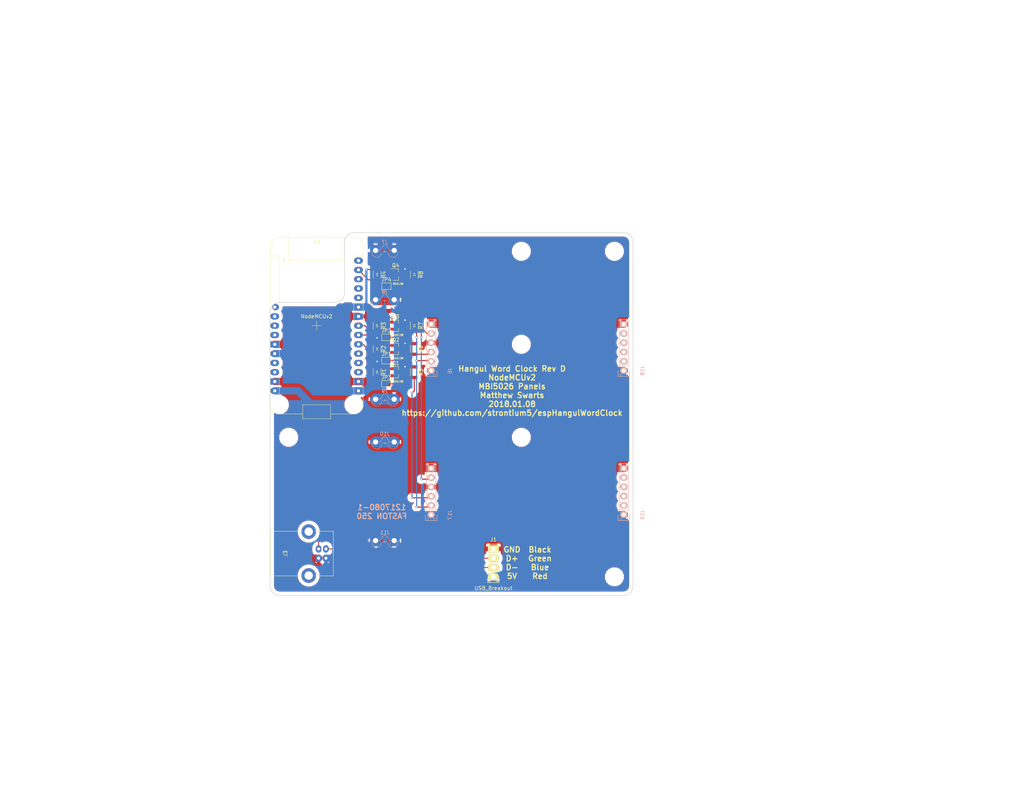
<source format=kicad_pcb>
(kicad_pcb (version 4) (host pcbnew 4.0.4-stable)

  (general
    (links 70)
    (no_connects 1)
    (area 73.584999 63.424999 172.795001 162.635001)
    (thickness 1.6)
    (drawings 196)
    (tracks 269)
    (zones 0)
    (modules 34)
    (nets 15)
  )

  (page USLetter)
  (title_block
    (title "Hangul Word Clock NodeMCUv2")
    (date 2018-01-08)
    (rev D)
    (company "Matthew Swarts")
  )

  (layers
    (0 F.Cu signal)
    (31 B.Cu signal)
    (32 B.Adhes user)
    (33 F.Adhes user)
    (34 B.Paste user)
    (35 F.Paste user)
    (36 B.SilkS user)
    (37 F.SilkS user)
    (38 B.Mask user)
    (39 F.Mask user)
    (40 Dwgs.User user)
    (41 Cmts.User user)
    (42 Eco1.User user)
    (43 Eco2.User user)
    (44 Edge.Cuts user)
    (45 Margin user)
    (46 B.CrtYd user)
    (47 F.CrtYd user)
    (48 B.Fab user)
    (49 F.Fab user)
  )

  (setup
    (last_trace_width 2)
    (user_trace_width 0.3)
    (user_trace_width 0.6)
    (user_trace_width 0.9)
    (user_trace_width 2)
    (user_trace_width 3)
    (trace_clearance 0.2)
    (zone_clearance 1)
    (zone_45_only yes)
    (trace_min 0.2)
    (segment_width 0.2)
    (edge_width 0.15)
    (via_size 0.6)
    (via_drill 0.4)
    (via_min_size 0.4)
    (via_min_drill 0.3)
    (uvia_size 0.3)
    (uvia_drill 0.1)
    (uvias_allowed no)
    (uvia_min_size 0.2)
    (uvia_min_drill 0.1)
    (pcb_text_width 0.3)
    (pcb_text_size 1.5 1.5)
    (mod_edge_width 0.15)
    (mod_text_size 1 1)
    (mod_text_width 0.15)
    (pad_size 2 1.52)
    (pad_drill 0.81)
    (pad_to_mask_clearance 0.2)
    (aux_axis_origin 0 0)
    (visible_elements 7FFFFFFF)
    (pcbplotparams
      (layerselection 0x3d0ff_80000001)
      (usegerberextensions true)
      (excludeedgelayer true)
      (linewidth 0.250000)
      (plotframeref false)
      (viasonmask false)
      (mode 1)
      (useauxorigin false)
      (hpglpennumber 1)
      (hpglpenspeed 20)
      (hpglpendiameter 15)
      (hpglpenoverlay 2)
      (psnegative false)
      (psa4output false)
      (plotreference true)
      (plotvalue true)
      (plotinvisibletext false)
      (padsonsilk false)
      (subtractmaskfromsilk false)
      (outputformat 1)
      (mirror false)
      (drillshape 0)
      (scaleselection 1)
      (outputdirectory gerbers/))
  )

  (net 0 "")
  (net 1 V5.0)
  (net 2 GND)
  (net 3 PClock)
  (net 4 PStrobe)
  (net 5 V3.3)
  (net 6 PClock3.3)
  (net 7 PStrobe3.3)
  (net 8 PDataA)
  (net 9 PDataB)
  (net 10 PDataA3.3)
  (net 11 PDataB3.3)
  (net 12 "Net-(J3-Pad5)")
  (net 13 D-)
  (net 14 D+)

  (net_class Default "This is the default net class."
    (clearance 0.2)
    (trace_width 0.25)
    (via_dia 0.6)
    (via_drill 0.4)
    (uvia_dia 0.3)
    (uvia_drill 0.1)
    (add_net D+)
    (add_net D-)
    (add_net GND)
    (add_net "Net-(J3-Pad5)")
    (add_net PClock)
    (add_net PClock3.3)
    (add_net PDataA)
    (add_net PDataA3.3)
    (add_net PDataB)
    (add_net PDataB3.3)
    (add_net PStrobe)
    (add_net PStrobe3.3)
    (add_net V3.3)
    (add_net V5.0)
  )

  (module Mounting_Holes:MountingHole_3.2mm_M3 (layer F.Cu) (tedit 5A53ED95) (tstamp 5A78EF67)
    (at 78.74 119.38)
    (descr "Mounting Hole 3.2mm, no annular, M3")
    (tags "mounting hole 3.2mm no annular m3")
    (fp_text reference REF** (at 0 -4.2) (layer F.SilkS) hide
      (effects (font (size 1 1) (thickness 0.15)))
    )
    (fp_text value MountingHole_3.2mm_M3 (at 0 4.2) (layer F.Fab)
      (effects (font (size 1 1) (thickness 0.15)))
    )
    (fp_circle (center 0 0) (end 3.2 0) (layer Cmts.User) (width 0.15))
    (fp_circle (center 0 0) (end 3.45 0) (layer F.CrtYd) (width 0.05))
    (pad 1 np_thru_hole circle (at 0 0) (size 3.2 3.2) (drill 3.2) (layers *.Cu *.Mask))
  )

  (module Mounting_Holes:MountingHole_3.2mm_M3 (layer F.Cu) (tedit 5A53ED95) (tstamp 5A78EF61)
    (at 142.24 119.38)
    (descr "Mounting Hole 3.2mm, no annular, M3")
    (tags "mounting hole 3.2mm no annular m3")
    (fp_text reference REF** (at 0 -4.2) (layer F.SilkS) hide
      (effects (font (size 1 1) (thickness 0.15)))
    )
    (fp_text value MountingHole_3.2mm_M3 (at 0 4.2) (layer F.Fab)
      (effects (font (size 1 1) (thickness 0.15)))
    )
    (fp_circle (center 0 0) (end 3.2 0) (layer Cmts.User) (width 0.15))
    (fp_circle (center 0 0) (end 3.45 0) (layer F.CrtYd) (width 0.05))
    (pad 1 np_thru_hole circle (at 0 0) (size 3.2 3.2) (drill 3.2) (layers *.Cu *.Mask))
  )

  (module Mounting_Holes:MountingHole_3.2mm_M3 (layer F.Cu) (tedit 5A53ED95) (tstamp 5A78EF5B)
    (at 142.24 93.98)
    (descr "Mounting Hole 3.2mm, no annular, M3")
    (tags "mounting hole 3.2mm no annular m3")
    (fp_text reference REF** (at 0 -4.2) (layer F.SilkS) hide
      (effects (font (size 1 1) (thickness 0.15)))
    )
    (fp_text value MountingHole_3.2mm_M3 (at 0 4.2) (layer F.Fab)
      (effects (font (size 1 1) (thickness 0.15)))
    )
    (fp_circle (center 0 0) (end 3.2 0) (layer Cmts.User) (width 0.15))
    (fp_circle (center 0 0) (end 3.45 0) (layer F.CrtYd) (width 0.05))
    (pad 1 np_thru_hole circle (at 0 0) (size 3.2 3.2) (drill 3.2) (layers *.Cu *.Mask))
  )

  (module Mounting_Holes:MountingHole_3.2mm_M3 (layer F.Cu) (tedit 5A53ED95) (tstamp 5A78EF55)
    (at 142.24 68.58)
    (descr "Mounting Hole 3.2mm, no annular, M3")
    (tags "mounting hole 3.2mm no annular m3")
    (fp_text reference REF** (at 0 -4.2) (layer F.SilkS) hide
      (effects (font (size 1 1) (thickness 0.15)))
    )
    (fp_text value MountingHole_3.2mm_M3 (at 0 4.2) (layer F.Fab)
      (effects (font (size 1 1) (thickness 0.15)))
    )
    (fp_circle (center 0 0) (end 3.2 0) (layer Cmts.User) (width 0.15))
    (fp_circle (center 0 0) (end 3.45 0) (layer F.CrtYd) (width 0.05))
    (pad 1 np_thru_hole circle (at 0 0) (size 3.2 3.2) (drill 3.2) (layers *.Cu *.Mask))
  )

  (module Mounting_Holes:MountingHole_3.2mm_M3 (layer F.Cu) (tedit 5A53ED95) (tstamp 5A78EF49)
    (at 167.64 157.48)
    (descr "Mounting Hole 3.2mm, no annular, M3")
    (tags "mounting hole 3.2mm no annular m3")
    (fp_text reference REF** (at 0 -4.2) (layer F.SilkS) hide
      (effects (font (size 1 1) (thickness 0.15)))
    )
    (fp_text value MountingHole_3.2mm_M3 (at 0 4.2) (layer F.Fab)
      (effects (font (size 1 1) (thickness 0.15)))
    )
    (fp_circle (center 0 0) (end 3.2 0) (layer Cmts.User) (width 0.15))
    (fp_circle (center 0 0) (end 3.45 0) (layer F.CrtYd) (width 0.05))
    (pad 1 np_thru_hole circle (at 0 0) (size 3.2 3.2) (drill 3.2) (layers *.Cu *.Mask))
  )

  (module MyKiCadParts:NodeMCU_V1.0 (layer F.Cu) (tedit 5A32A0D0) (tstamp 5A31983F)
    (at 86.36 88.9)
    (descr https://jpralves.net/post/2016/11/15/esp8266.html#nodemcu-10)
    (tags "NodeMCU V1.0")
    (path /5A2C367F)
    (fp_text reference U2 (at 0 -22.86) (layer F.SilkS)
      (effects (font (size 1 1) (thickness 0.15)))
    )
    (fp_text value NodeMCUv2 (at 0 -2.54) (layer F.SilkS)
      (effects (font (size 1 1) (thickness 0.15)))
    )
    (fp_line (start -1.27 0) (end 1.27 0) (layer F.SilkS) (width 0.1))
    (fp_line (start 0 -1.27) (end 0 1.27) (layer F.SilkS) (width 0.1))
    (fp_line (start -7.62 -24.13) (end -7.62 -17.78) (layer F.SilkS) (width 0.1))
    (fp_line (start -7.62 -17.78) (end 7.62 -17.78) (layer F.SilkS) (width 0.1))
    (fp_line (start 7.62 -17.78) (end 7.62 -24.13) (layer F.SilkS) (width 0.1))
    (fp_line (start 3.81 24.13) (end 10.16 24.13) (layer F.SilkS) (width 0.1))
    (fp_line (start -10.16 24.13) (end -3.81 24.13) (layer F.SilkS) (width 0.1))
    (fp_line (start -3.81 21.59) (end -3.81 25.4) (layer F.SilkS) (width 0.1))
    (fp_line (start -3.81 25.4) (end 3.81 25.4) (layer F.SilkS) (width 0.1))
    (fp_line (start 3.81 25.4) (end 3.81 21.59) (layer F.SilkS) (width 0.1))
    (fp_line (start 3.81 21.59) (end -3.81 21.59) (layer F.SilkS) (width 0.1))
    (fp_text user 1 (at -8.89 -17.78) (layer F.SilkS)
      (effects (font (size 1 1) (thickness 0.15)))
    )
    (fp_line (start 12.7 -19.05) (end 10.16 -19.05) (layer F.SilkS) (width 0.1))
    (fp_line (start 10.16 -19.05) (end 10.16 19.05) (layer F.SilkS) (width 0.1))
    (fp_line (start 10.16 19.05) (end 12.7 19.05) (layer F.SilkS) (width 0.1))
    (fp_line (start -12.7 -19.05) (end -10.16 -19.05) (layer F.SilkS) (width 0.1))
    (fp_line (start -10.16 -19.05) (end -10.16 19.05) (layer F.SilkS) (width 0.1))
    (fp_line (start -10.16 19.05) (end -12.7 19.05) (layer F.SilkS) (width 0.1))
    (fp_line (start 10.16 -24.13) (end -10.16 -24.13) (layer F.SilkS) (width 0.1))
    (fp_line (start 12.7 21.59) (end 12.7 -21.59) (layer F.SilkS) (width 0.1))
    (fp_line (start -12.7 -21.59) (end -12.7 21.59) (layer F.SilkS) (width 0.1))
    (fp_arc (start 10.16 -21.59) (end 10.16 -24.13) (angle 90) (layer F.SilkS) (width 0.1))
    (fp_arc (start -10.16 -21.59) (end -12.7 -21.59) (angle 90) (layer F.SilkS) (width 0.1))
    (fp_arc (start 10.16 21.59) (end 12.7 21.59) (angle 90) (layer F.SilkS) (width 0.1))
    (fp_arc (start -10.16 21.59) (end -10.16 24.13) (angle 90) (layer F.SilkS) (width 0.1))
    (pad 17 thru_hole rect (at 11.43 15.24) (size 2.4 1.7) (drill 0.85) (layers *.Cu *.Mask)
      (net 2 GND))
    (pad 18 thru_hole oval (at 11.43 12.7) (size 2.4 1.7) (drill 0.85) (layers *.Cu *.Mask))
    (pad 19 thru_hole oval (at 11.43 10.16) (size 2.4 1.7) (drill 0.85) (layers *.Cu *.Mask))
    (pad 20 thru_hole oval (at 11.43 7.62) (size 2.4 1.7) (drill 0.85) (layers *.Cu *.Mask))
    (pad 21 thru_hole oval (at 11.43 5.08) (size 2.4 1.7) (drill 0.85) (layers *.Cu *.Mask)
      (net 11 PDataB3.3))
    (pad 6 thru_hole oval (at -11.43 -5.08) (size 1.8 1.7) (drill 0.85 (offset 0.25 0)) (layers *.Cu *.Mask))
    (pad 22 thru_hole oval (at 11.43 2.54) (size 2.4 1.7) (drill 0.85) (layers *.Cu *.Mask)
      (net 10 PDataA3.3))
    (pad 7 thru_hole oval (at -11.43 -2.54) (size 2.4 1.7) (drill 0.85) (layers *.Cu *.Mask))
    (pad 23 thru_hole oval (at 11.43 0) (size 2.4 1.7) (drill 0.85) (layers *.Cu *.Mask)
      (net 6 PClock3.3))
    (pad 8 thru_hole oval (at -11.43 0) (size 2.4 1.7) (drill 0.85) (layers *.Cu *.Mask))
    (pad 24 thru_hole rect (at 11.43 -2.54) (size 2.4 1.7) (drill 0.85) (layers *.Cu *.Mask)
      (net 2 GND))
    (pad 9 thru_hole oval (at -11.43 2.54) (size 2.4 1.7) (drill 0.85) (layers *.Cu *.Mask))
    (pad 25 thru_hole oval (at 11.43 -5.08) (size 2.4 1.7) (drill 0.85) (layers *.Cu *.Mask)
      (net 5 V3.3))
    (pad 10 thru_hole rect (at -11.43 5.08) (size 2.4 1.7) (drill 0.85) (layers *.Cu *.Mask)
      (net 2 GND))
    (pad 26 thru_hole oval (at 11.43 -7.62) (size 2.4 1.7) (drill 0.85) (layers *.Cu *.Mask))
    (pad 11 thru_hole oval (at -11.43 7.62) (size 2.4 1.7) (drill 0.85) (layers *.Cu *.Mask)
      (net 5 V3.3))
    (pad 27 thru_hole oval (at 11.43 -10.16) (size 2.4 1.7) (drill 0.85) (layers *.Cu *.Mask))
    (pad 12 thru_hole oval (at -11.43 10.16) (size 2.4 1.7) (drill 0.85) (layers *.Cu *.Mask))
    (pad 28 thru_hole oval (at 11.43 -12.7) (size 2.4 1.7) (drill 0.85) (layers *.Cu *.Mask))
    (pad 13 thru_hole oval (at -11.43 12.7) (size 2.4 1.7) (drill 0.85) (layers *.Cu *.Mask))
    (pad 29 thru_hole oval (at 11.43 -15.24) (size 2.4 1.7) (drill 0.85) (layers *.Cu *.Mask)
      (net 7 PStrobe3.3))
    (pad 14 thru_hole rect (at -11.43 15.24) (size 2.4 1.7) (drill 0.85) (layers *.Cu *.Mask)
      (net 2 GND))
    (pad 30 thru_hole oval (at 11.43 -17.78) (size 2.4 1.7) (drill 0.85) (layers *.Cu *.Mask))
    (pad 15 thru_hole oval (at -11.43 17.78) (size 2.4 1.7) (drill 0.85) (layers *.Cu *.Mask)
      (net 1 V5.0))
    (pad 16 thru_hole oval (at 11.43 17.78) (size 2.4 1.7) (drill 0.85) (layers *.Cu *.Mask)
      (net 5 V3.3))
    (pad "" np_thru_hole circle (at 10.16 -21.59) (size 3.2 3.2) (drill 3.2) (layers *.Cu *.Mask))
    (pad "" np_thru_hole circle (at 10.16 21.59) (size 3.2 3.2) (drill 3.2) (layers *.Cu *.Mask))
    (pad "" np_thru_hole circle (at -10.16 21.59) (size 3.2 3.2) (drill 3.2) (layers *.Cu *.Mask))
  )

  (module Socket_Strips:Socket_Strip_Straight_1x06 locked (layer B.Cu) (tedit 5A2C5F48) (tstamp 5A2C7379)
    (at 117.625 101.175 90)
    (descr "Through hole socket strip")
    (tags "socket strip")
    (path /5A2C36D4)
    (fp_text reference J6 (at 0 5.1 90) (layer B.SilkS)
      (effects (font (size 1 1) (thickness 0.15)) (justify mirror))
    )
    (fp_text value Conn_01x06 (at 0 3.1 90) (layer B.Fab)
      (effects (font (size 1 1) (thickness 0.15)) (justify mirror))
    )
    (fp_line (start -1.75 1.75) (end -1.75 -1.75) (layer B.CrtYd) (width 0.05))
    (fp_line (start 14.45 1.75) (end 14.45 -1.75) (layer B.CrtYd) (width 0.05))
    (fp_line (start -1.75 1.75) (end 14.45 1.75) (layer B.CrtYd) (width 0.05))
    (fp_line (start -1.75 -1.75) (end 14.45 -1.75) (layer B.CrtYd) (width 0.05))
    (fp_line (start 1.27 -1.27) (end 13.97 -1.27) (layer B.SilkS) (width 0.15))
    (fp_line (start 13.97 -1.27) (end 13.97 1.27) (layer B.SilkS) (width 0.15))
    (fp_line (start 13.97 1.27) (end 1.27 1.27) (layer B.SilkS) (width 0.15))
    (fp_line (start -1.55 -1.55) (end 0 -1.55) (layer B.SilkS) (width 0.15))
    (fp_line (start 1.27 -1.27) (end 1.27 1.27) (layer B.SilkS) (width 0.15))
    (fp_line (start 0 1.55) (end -1.55 1.55) (layer B.SilkS) (width 0.15))
    (fp_line (start -1.55 1.55) (end -1.55 -1.55) (layer B.SilkS) (width 0.15))
    (pad 1 thru_hole oval (at 0 0 90) (size 1.7272 2.032) (drill 1.016) (layers *.Cu *.Mask B.SilkS)
      (net 1 V5.0))
    (pad 2 thru_hole oval (at 2.54 0 90) (size 1.7272 2.032) (drill 1.016) (layers *.Cu *.Mask B.SilkS)
      (net 3 PClock))
    (pad 3 thru_hole oval (at 5.08 0 90) (size 1.7272 2.032) (drill 1.016) (layers *.Cu *.Mask B.SilkS)
      (net 8 PDataA))
    (pad 4 thru_hole oval (at 7.62 0 90) (size 1.7272 2.032) (drill 1.016) (layers *.Cu *.Mask B.SilkS)
      (net 2 GND))
    (pad 5 thru_hole oval (at 10.16 0 90) (size 1.7272 2.032) (drill 1.016) (layers *.Cu *.Mask B.SilkS)
      (net 4 PStrobe))
    (pad 6 thru_hole rect (at 12.7 0 90) (size 1.7272 2.032) (drill 1.016) (layers *.Cu *.Mask B.SilkS)
      (net 2 GND))
    (model Socket_Strips.3dshapes/Socket_Strip_Straight_1x06.wrl
      (at (xyz 0.25 0 0))
      (scale (xyz 1 1 1))
      (rotate (xyz 0 0 180))
    )
  )

  (module MyKiCadParts:1217080-1 locked (layer B.Cu) (tedit 5A2C4F92) (tstamp 5A2C737F)
    (at 104.99598 68.64096)
    (descr http://www.te.com/commerce/DocumentDelivery/DDEController?Action=srchrtrv&DocNm=1217080&DocType=Customer+Drawing&DocLang=English)
    (tags "Solder Tab 0.25 Female Connector Clip")
    (path /5A2CFF2A)
    (fp_text reference J7 (at 0 -2.54) (layer B.SilkS)
      (effects (font (size 1 1) (thickness 0.15)) (justify mirror))
    )
    (fp_text value Conn_01x01 (at 0 2.54) (layer B.Fab)
      (effects (font (size 1 1) (thickness 0.15)) (justify mirror))
    )
    (fp_line (start 0.762 0) (end -0.762 0) (layer B.SilkS) (width 0.1))
    (fp_line (start 0 0.254) (end 0 -0.254) (layer B.SilkS) (width 0.1))
    (fp_arc (start 0 -1.1938) (end -0.527929 -1.4986) (angle 120) (layer B.SilkS) (width 0.1))
    (fp_line (start 0.527929 -1.4986) (end 1.041193 -0.6096) (layer B.SilkS) (width 0.1))
    (fp_arc (start 1.569123 -0.9144) (end 1.569123 -0.3048) (angle 60) (layer B.SilkS) (width 0.1))
    (fp_line (start 1.569123 -0.3048) (end 2.8956 -0.3048) (layer B.SilkS) (width 0.1))
    (fp_arc (start 2.8956 0.3048) (end 2.8956 -0.3048) (angle 89.9) (layer B.SilkS) (width 0.1))
    (fp_arc (start 2.20345 0.3048) (end 3.5052 0.3048) (angle 180) (layer B.SilkS) (width 0.1))
    (fp_line (start -1.569123 -0.3048) (end -2.8956 -0.3048) (layer B.SilkS) (width 0.1))
    (fp_arc (start -2.20345 0.3048) (end -0.9017 0.3048) (angle 180) (layer B.SilkS) (width 0.1))
    (fp_line (start -0.527929 -1.4986) (end -1.041193 -0.6096) (layer B.SilkS) (width 0.1))
    (fp_arc (start -1.569123 -0.9144) (end -1.041193 -0.6096) (angle 60) (layer B.SilkS) (width 0.1))
    (fp_arc (start -2.8956 0.3048) (end -3.5052 0.3048) (angle 90) (layer B.SilkS) (width 0.1))
    (pad 1 thru_hole circle (at -2.54 -0.3048) (size 2.8 2.8) (drill 1.4) (layers *.Cu *.Mask)
      (net 1 V5.0))
    (pad 1 thru_hole circle (at 2.54 -0.3048) (size 2.8 2.8) (drill 1.4) (layers *.Cu *.Mask)
      (net 1 V5.0))
  )

  (module MyKiCadParts:1217080-1 locked (layer B.Cu) (tedit 5A2C4F92) (tstamp 5A2C7385)
    (at 104.99344 82.10296)
    (descr http://www.te.com/commerce/DocumentDelivery/DDEController?Action=srchrtrv&DocNm=1217080&DocType=Customer+Drawing&DocLang=English)
    (tags "Solder Tab 0.25 Female Connector Clip")
    (path /5A2D0473)
    (fp_text reference J8 (at 0 -2.54) (layer B.SilkS)
      (effects (font (size 1 1) (thickness 0.15)) (justify mirror))
    )
    (fp_text value Conn_01x01 (at 0 2.54) (layer B.Fab)
      (effects (font (size 1 1) (thickness 0.15)) (justify mirror))
    )
    (fp_line (start 0.762 0) (end -0.762 0) (layer B.SilkS) (width 0.1))
    (fp_line (start 0 0.254) (end 0 -0.254) (layer B.SilkS) (width 0.1))
    (fp_arc (start 0 -1.1938) (end -0.527929 -1.4986) (angle 120) (layer B.SilkS) (width 0.1))
    (fp_line (start 0.527929 -1.4986) (end 1.041193 -0.6096) (layer B.SilkS) (width 0.1))
    (fp_arc (start 1.569123 -0.9144) (end 1.569123 -0.3048) (angle 60) (layer B.SilkS) (width 0.1))
    (fp_line (start 1.569123 -0.3048) (end 2.8956 -0.3048) (layer B.SilkS) (width 0.1))
    (fp_arc (start 2.8956 0.3048) (end 2.8956 -0.3048) (angle 89.9) (layer B.SilkS) (width 0.1))
    (fp_arc (start 2.20345 0.3048) (end 3.5052 0.3048) (angle 180) (layer B.SilkS) (width 0.1))
    (fp_line (start -1.569123 -0.3048) (end -2.8956 -0.3048) (layer B.SilkS) (width 0.1))
    (fp_arc (start -2.20345 0.3048) (end -0.9017 0.3048) (angle 180) (layer B.SilkS) (width 0.1))
    (fp_line (start -0.527929 -1.4986) (end -1.041193 -0.6096) (layer B.SilkS) (width 0.1))
    (fp_arc (start -1.569123 -0.9144) (end -1.041193 -0.6096) (angle 60) (layer B.SilkS) (width 0.1))
    (fp_arc (start -2.8956 0.3048) (end -3.5052 0.3048) (angle 90) (layer B.SilkS) (width 0.1))
    (pad 1 thru_hole circle (at -2.54 -0.3048) (size 2.8 2.8) (drill 1.4) (layers *.Cu *.Mask)
      (net 1 V5.0))
    (pad 1 thru_hole circle (at 2.54 -0.3048) (size 2.8 2.8) (drill 1.4) (layers *.Cu *.Mask)
      (net 1 V5.0))
  )

  (module MyKiCadParts:1217080-1 locked (layer B.Cu) (tedit 5A2C4F92) (tstamp 5A2C738B)
    (at 104.99344 109.28096)
    (descr http://www.te.com/commerce/DocumentDelivery/DDEController?Action=srchrtrv&DocNm=1217080&DocType=Customer+Drawing&DocLang=English)
    (tags "Solder Tab 0.25 Female Connector Clip")
    (path /5A2D04DF)
    (fp_text reference J9 (at 0 -2.54) (layer B.SilkS)
      (effects (font (size 1 1) (thickness 0.15)) (justify mirror))
    )
    (fp_text value Conn_01x01 (at 0 2.54) (layer B.Fab)
      (effects (font (size 1 1) (thickness 0.15)) (justify mirror))
    )
    (fp_line (start 0.762 0) (end -0.762 0) (layer B.SilkS) (width 0.1))
    (fp_line (start 0 0.254) (end 0 -0.254) (layer B.SilkS) (width 0.1))
    (fp_arc (start 0 -1.1938) (end -0.527929 -1.4986) (angle 120) (layer B.SilkS) (width 0.1))
    (fp_line (start 0.527929 -1.4986) (end 1.041193 -0.6096) (layer B.SilkS) (width 0.1))
    (fp_arc (start 1.569123 -0.9144) (end 1.569123 -0.3048) (angle 60) (layer B.SilkS) (width 0.1))
    (fp_line (start 1.569123 -0.3048) (end 2.8956 -0.3048) (layer B.SilkS) (width 0.1))
    (fp_arc (start 2.8956 0.3048) (end 2.8956 -0.3048) (angle 89.9) (layer B.SilkS) (width 0.1))
    (fp_arc (start 2.20345 0.3048) (end 3.5052 0.3048) (angle 180) (layer B.SilkS) (width 0.1))
    (fp_line (start -1.569123 -0.3048) (end -2.8956 -0.3048) (layer B.SilkS) (width 0.1))
    (fp_arc (start -2.20345 0.3048) (end -0.9017 0.3048) (angle 180) (layer B.SilkS) (width 0.1))
    (fp_line (start -0.527929 -1.4986) (end -1.041193 -0.6096) (layer B.SilkS) (width 0.1))
    (fp_arc (start -1.569123 -0.9144) (end -1.041193 -0.6096) (angle 60) (layer B.SilkS) (width 0.1))
    (fp_arc (start -2.8956 0.3048) (end -3.5052 0.3048) (angle 90) (layer B.SilkS) (width 0.1))
    (pad 1 thru_hole circle (at -2.54 -0.3048) (size 2.8 2.8) (drill 1.4) (layers *.Cu *.Mask)
      (net 2 GND))
    (pad 1 thru_hole circle (at 2.54 -0.3048) (size 2.8 2.8) (drill 1.4) (layers *.Cu *.Mask)
      (net 2 GND))
  )

  (module MyKiCadParts:1217080-1 locked (layer B.Cu) (tedit 5A2C4F92) (tstamp 5A2C7391)
    (at 104.99344 120.96496)
    (descr http://www.te.com/commerce/DocumentDelivery/DDEController?Action=srchrtrv&DocNm=1217080&DocType=Customer+Drawing&DocLang=English)
    (tags "Solder Tab 0.25 Female Connector Clip")
    (path /5A2D063A)
    (fp_text reference J10 (at 0 -2.54) (layer B.SilkS)
      (effects (font (size 1 1) (thickness 0.15)) (justify mirror))
    )
    (fp_text value Conn_01x01 (at 0 2.54) (layer B.Fab)
      (effects (font (size 1 1) (thickness 0.15)) (justify mirror))
    )
    (fp_line (start 0.762 0) (end -0.762 0) (layer B.SilkS) (width 0.1))
    (fp_line (start 0 0.254) (end 0 -0.254) (layer B.SilkS) (width 0.1))
    (fp_arc (start 0 -1.1938) (end -0.527929 -1.4986) (angle 120) (layer B.SilkS) (width 0.1))
    (fp_line (start 0.527929 -1.4986) (end 1.041193 -0.6096) (layer B.SilkS) (width 0.1))
    (fp_arc (start 1.569123 -0.9144) (end 1.569123 -0.3048) (angle 60) (layer B.SilkS) (width 0.1))
    (fp_line (start 1.569123 -0.3048) (end 2.8956 -0.3048) (layer B.SilkS) (width 0.1))
    (fp_arc (start 2.8956 0.3048) (end 2.8956 -0.3048) (angle 89.9) (layer B.SilkS) (width 0.1))
    (fp_arc (start 2.20345 0.3048) (end 3.5052 0.3048) (angle 180) (layer B.SilkS) (width 0.1))
    (fp_line (start -1.569123 -0.3048) (end -2.8956 -0.3048) (layer B.SilkS) (width 0.1))
    (fp_arc (start -2.20345 0.3048) (end -0.9017 0.3048) (angle 180) (layer B.SilkS) (width 0.1))
    (fp_line (start -0.527929 -1.4986) (end -1.041193 -0.6096) (layer B.SilkS) (width 0.1))
    (fp_arc (start -1.569123 -0.9144) (end -1.041193 -0.6096) (angle 60) (layer B.SilkS) (width 0.1))
    (fp_arc (start -2.8956 0.3048) (end -3.5052 0.3048) (angle 90) (layer B.SilkS) (width 0.1))
    (pad 1 thru_hole circle (at -2.54 -0.3048) (size 2.8 2.8) (drill 1.4) (layers *.Cu *.Mask)
      (net 2 GND))
    (pad 1 thru_hole circle (at 2.54 -0.3048) (size 2.8 2.8) (drill 1.4) (layers *.Cu *.Mask)
      (net 2 GND))
  )

  (module MyKiCadParts:1217080-1 locked (layer B.Cu) (tedit 5A2C4F92) (tstamp 5A2C7397)
    (at 104.99344 147.88896)
    (descr http://www.te.com/commerce/DocumentDelivery/DDEController?Action=srchrtrv&DocNm=1217080&DocType=Customer+Drawing&DocLang=English)
    (tags "Solder Tab 0.25 Female Connector Clip")
    (path /5A2D06AE)
    (fp_text reference J11 (at 0 -2.54) (layer B.SilkS)
      (effects (font (size 1 1) (thickness 0.15)) (justify mirror))
    )
    (fp_text value Conn_01x01 (at 0 2.54) (layer B.Fab)
      (effects (font (size 1 1) (thickness 0.15)) (justify mirror))
    )
    (fp_line (start 0.762 0) (end -0.762 0) (layer B.SilkS) (width 0.1))
    (fp_line (start 0 0.254) (end 0 -0.254) (layer B.SilkS) (width 0.1))
    (fp_arc (start 0 -1.1938) (end -0.527929 -1.4986) (angle 120) (layer B.SilkS) (width 0.1))
    (fp_line (start 0.527929 -1.4986) (end 1.041193 -0.6096) (layer B.SilkS) (width 0.1))
    (fp_arc (start 1.569123 -0.9144) (end 1.569123 -0.3048) (angle 60) (layer B.SilkS) (width 0.1))
    (fp_line (start 1.569123 -0.3048) (end 2.8956 -0.3048) (layer B.SilkS) (width 0.1))
    (fp_arc (start 2.8956 0.3048) (end 2.8956 -0.3048) (angle 89.9) (layer B.SilkS) (width 0.1))
    (fp_arc (start 2.20345 0.3048) (end 3.5052 0.3048) (angle 180) (layer B.SilkS) (width 0.1))
    (fp_line (start -1.569123 -0.3048) (end -2.8956 -0.3048) (layer B.SilkS) (width 0.1))
    (fp_arc (start -2.20345 0.3048) (end -0.9017 0.3048) (angle 180) (layer B.SilkS) (width 0.1))
    (fp_line (start -0.527929 -1.4986) (end -1.041193 -0.6096) (layer B.SilkS) (width 0.1))
    (fp_arc (start -1.569123 -0.9144) (end -1.041193 -0.6096) (angle 60) (layer B.SilkS) (width 0.1))
    (fp_arc (start -2.8956 0.3048) (end -3.5052 0.3048) (angle 90) (layer B.SilkS) (width 0.1))
    (pad 1 thru_hole circle (at -2.54 -0.3048) (size 2.8 2.8) (drill 1.4) (layers *.Cu *.Mask)
      (net 1 V5.0))
    (pad 1 thru_hole circle (at 2.54 -0.3048) (size 2.8 2.8) (drill 1.4) (layers *.Cu *.Mask)
      (net 1 V5.0))
  )

  (module Socket_Strips:Socket_Strip_Straight_1x06 locked (layer B.Cu) (tedit 5A2C5F58) (tstamp 5A2C73BF)
    (at 117.625 140.55 90)
    (descr "Through hole socket strip")
    (tags "socket strip")
    (path /5A2CEC84)
    (fp_text reference J17 (at 0 5.1 90) (layer B.SilkS)
      (effects (font (size 1 1) (thickness 0.15)) (justify mirror))
    )
    (fp_text value Conn_01x06 (at 0 3.1 90) (layer B.Fab)
      (effects (font (size 1 1) (thickness 0.15)) (justify mirror))
    )
    (fp_line (start -1.75 1.75) (end -1.75 -1.75) (layer B.CrtYd) (width 0.05))
    (fp_line (start 14.45 1.75) (end 14.45 -1.75) (layer B.CrtYd) (width 0.05))
    (fp_line (start -1.75 1.75) (end 14.45 1.75) (layer B.CrtYd) (width 0.05))
    (fp_line (start -1.75 -1.75) (end 14.45 -1.75) (layer B.CrtYd) (width 0.05))
    (fp_line (start 1.27 -1.27) (end 13.97 -1.27) (layer B.SilkS) (width 0.15))
    (fp_line (start 13.97 -1.27) (end 13.97 1.27) (layer B.SilkS) (width 0.15))
    (fp_line (start 13.97 1.27) (end 1.27 1.27) (layer B.SilkS) (width 0.15))
    (fp_line (start -1.55 -1.55) (end 0 -1.55) (layer B.SilkS) (width 0.15))
    (fp_line (start 1.27 -1.27) (end 1.27 1.27) (layer B.SilkS) (width 0.15))
    (fp_line (start 0 1.55) (end -1.55 1.55) (layer B.SilkS) (width 0.15))
    (fp_line (start -1.55 1.55) (end -1.55 -1.55) (layer B.SilkS) (width 0.15))
    (pad 1 thru_hole oval (at 0 0 90) (size 1.7272 2.032) (drill 1.016) (layers *.Cu *.Mask B.SilkS)
      (net 1 V5.0))
    (pad 2 thru_hole oval (at 2.54 0 90) (size 1.7272 2.032) (drill 1.016) (layers *.Cu *.Mask B.SilkS)
      (net 3 PClock))
    (pad 3 thru_hole oval (at 5.08 0 90) (size 1.7272 2.032) (drill 1.016) (layers *.Cu *.Mask B.SilkS)
      (net 9 PDataB))
    (pad 4 thru_hole oval (at 7.62 0 90) (size 1.7272 2.032) (drill 1.016) (layers *.Cu *.Mask B.SilkS)
      (net 2 GND))
    (pad 5 thru_hole oval (at 10.16 0 90) (size 1.7272 2.032) (drill 1.016) (layers *.Cu *.Mask B.SilkS)
      (net 4 PStrobe))
    (pad 6 thru_hole rect (at 12.7 0 90) (size 1.7272 2.032) (drill 1.016) (layers *.Cu *.Mask B.SilkS)
      (net 2 GND))
    (model Socket_Strips.3dshapes/Socket_Strip_Straight_1x06.wrl
      (at (xyz 0.25 0 0))
      (scale (xyz 1 1 1))
      (rotate (xyz 0 0 180))
    )
  )

  (module Socket_Strips:Socket_Strip_Straight_1x06 locked (layer B.Cu) (tedit 5A2C5F7C) (tstamp 5A2C73C9)
    (at 170.2 101.175 90)
    (descr "Through hole socket strip")
    (tags "socket strip")
    (path /5A324E42)
    (fp_text reference J18 (at 0 5.1 90) (layer B.SilkS)
      (effects (font (size 1 1) (thickness 0.15)) (justify mirror))
    )
    (fp_text value Conn_01x06 (at 0 3.1 90) (layer B.Fab)
      (effects (font (size 1 1) (thickness 0.15)) (justify mirror))
    )
    (fp_line (start -1.75 1.75) (end -1.75 -1.75) (layer B.CrtYd) (width 0.05))
    (fp_line (start 14.45 1.75) (end 14.45 -1.75) (layer B.CrtYd) (width 0.05))
    (fp_line (start -1.75 1.75) (end 14.45 1.75) (layer B.CrtYd) (width 0.05))
    (fp_line (start -1.75 -1.75) (end 14.45 -1.75) (layer B.CrtYd) (width 0.05))
    (fp_line (start 1.27 -1.27) (end 13.97 -1.27) (layer B.SilkS) (width 0.15))
    (fp_line (start 13.97 -1.27) (end 13.97 1.27) (layer B.SilkS) (width 0.15))
    (fp_line (start 13.97 1.27) (end 1.27 1.27) (layer B.SilkS) (width 0.15))
    (fp_line (start -1.55 -1.55) (end 0 -1.55) (layer B.SilkS) (width 0.15))
    (fp_line (start 1.27 -1.27) (end 1.27 1.27) (layer B.SilkS) (width 0.15))
    (fp_line (start 0 1.55) (end -1.55 1.55) (layer B.SilkS) (width 0.15))
    (fp_line (start -1.55 1.55) (end -1.55 -1.55) (layer B.SilkS) (width 0.15))
    (pad 1 thru_hole oval (at 0 0 90) (size 1.7272 2.032) (drill 1.016) (layers *.Cu *.Mask B.SilkS)
      (net 1 V5.0))
    (pad 2 thru_hole oval (at 2.54 0 90) (size 1.7272 2.032) (drill 1.016) (layers *.Cu *.Mask B.SilkS))
    (pad 3 thru_hole oval (at 5.08 0 90) (size 1.7272 2.032) (drill 1.016) (layers *.Cu *.Mask B.SilkS))
    (pad 4 thru_hole oval (at 7.62 0 90) (size 1.7272 2.032) (drill 1.016) (layers *.Cu *.Mask B.SilkS))
    (pad 5 thru_hole oval (at 10.16 0 90) (size 1.7272 2.032) (drill 1.016) (layers *.Cu *.Mask B.SilkS))
    (pad 6 thru_hole rect (at 12.7 0 90) (size 1.7272 2.032) (drill 1.016) (layers *.Cu *.Mask B.SilkS)
      (net 2 GND))
    (model Socket_Strips.3dshapes/Socket_Strip_Straight_1x06.wrl
      (at (xyz 0.25 0 0))
      (scale (xyz 1 1 1))
      (rotate (xyz 0 0 180))
    )
  )

  (module Socket_Strips:Socket_Strip_Straight_1x06 locked (layer B.Cu) (tedit 5A2C5F6E) (tstamp 5A2C73D3)
    (at 170.2 140.525 90)
    (descr "Through hole socket strip")
    (tags "socket strip")
    (path /5A324EB0)
    (fp_text reference J19 (at 0 5.1 90) (layer B.SilkS)
      (effects (font (size 1 1) (thickness 0.15)) (justify mirror))
    )
    (fp_text value Conn_01x06 (at 0 3.1 90) (layer B.Fab)
      (effects (font (size 1 1) (thickness 0.15)) (justify mirror))
    )
    (fp_line (start -1.75 1.75) (end -1.75 -1.75) (layer B.CrtYd) (width 0.05))
    (fp_line (start 14.45 1.75) (end 14.45 -1.75) (layer B.CrtYd) (width 0.05))
    (fp_line (start -1.75 1.75) (end 14.45 1.75) (layer B.CrtYd) (width 0.05))
    (fp_line (start -1.75 -1.75) (end 14.45 -1.75) (layer B.CrtYd) (width 0.05))
    (fp_line (start 1.27 -1.27) (end 13.97 -1.27) (layer B.SilkS) (width 0.15))
    (fp_line (start 13.97 -1.27) (end 13.97 1.27) (layer B.SilkS) (width 0.15))
    (fp_line (start 13.97 1.27) (end 1.27 1.27) (layer B.SilkS) (width 0.15))
    (fp_line (start -1.55 -1.55) (end 0 -1.55) (layer B.SilkS) (width 0.15))
    (fp_line (start 1.27 -1.27) (end 1.27 1.27) (layer B.SilkS) (width 0.15))
    (fp_line (start 0 1.55) (end -1.55 1.55) (layer B.SilkS) (width 0.15))
    (fp_line (start -1.55 1.55) (end -1.55 -1.55) (layer B.SilkS) (width 0.15))
    (pad 1 thru_hole oval (at 0 0 90) (size 1.7272 2.032) (drill 1.016) (layers *.Cu *.Mask B.SilkS)
      (net 1 V5.0))
    (pad 2 thru_hole oval (at 2.54 0 90) (size 1.7272 2.032) (drill 1.016) (layers *.Cu *.Mask B.SilkS))
    (pad 3 thru_hole oval (at 5.08 0 90) (size 1.7272 2.032) (drill 1.016) (layers *.Cu *.Mask B.SilkS))
    (pad 4 thru_hole oval (at 7.62 0 90) (size 1.7272 2.032) (drill 1.016) (layers *.Cu *.Mask B.SilkS))
    (pad 5 thru_hole oval (at 10.16 0 90) (size 1.7272 2.032) (drill 1.016) (layers *.Cu *.Mask B.SilkS))
    (pad 6 thru_hole rect (at 12.7 0 90) (size 1.7272 2.032) (drill 1.016) (layers *.Cu *.Mask B.SilkS)
      (net 2 GND))
    (model Socket_Strips.3dshapes/Socket_Strip_Straight_1x06.wrl
      (at (xyz 0.25 0 0))
      (scale (xyz 1 1 1))
      (rotate (xyz 0 0 180))
    )
  )

  (module TO_SOT_Packages_SMD:SOT-23 (layer F.Cu) (tedit 5A3BB8D6) (tstamp 5A2C73DA)
    (at 107.95 101.6)
    (descr "SOT-23, Standard")
    (tags SOT-23)
    (path /5A2C3E0D)
    (attr smd)
    (fp_text reference Q1 (at 0 -2.5) (layer F.SilkS)
      (effects (font (size 1 1) (thickness 0.15)))
    )
    (fp_text value BSS138 (at 0.635 2.54) (layer F.SilkS)
      (effects (font (size 0.5 0.5) (thickness 0.1)))
    )
    (fp_text user %R (at 0 0 90) (layer F.Fab)
      (effects (font (size 0.5 0.5) (thickness 0.075)))
    )
    (fp_line (start -0.7 -0.95) (end -0.7 1.5) (layer F.Fab) (width 0.1))
    (fp_line (start -0.15 -1.52) (end 0.7 -1.52) (layer F.Fab) (width 0.1))
    (fp_line (start -0.7 -0.95) (end -0.15 -1.52) (layer F.Fab) (width 0.1))
    (fp_line (start 0.7 -1.52) (end 0.7 1.52) (layer F.Fab) (width 0.1))
    (fp_line (start -0.7 1.52) (end 0.7 1.52) (layer F.Fab) (width 0.1))
    (fp_line (start 0.76 1.58) (end 0.76 0.65) (layer F.SilkS) (width 0.12))
    (fp_line (start 0.76 -1.58) (end 0.76 -0.65) (layer F.SilkS) (width 0.12))
    (fp_line (start -1.7 -1.75) (end 1.7 -1.75) (layer F.CrtYd) (width 0.05))
    (fp_line (start 1.7 -1.75) (end 1.7 1.75) (layer F.CrtYd) (width 0.05))
    (fp_line (start 1.7 1.75) (end -1.7 1.75) (layer F.CrtYd) (width 0.05))
    (fp_line (start -1.7 1.75) (end -1.7 -1.75) (layer F.CrtYd) (width 0.05))
    (fp_line (start 0.76 -1.58) (end -1.4 -1.58) (layer F.SilkS) (width 0.12))
    (fp_line (start 0.76 1.58) (end -0.7 1.58) (layer F.SilkS) (width 0.12))
    (pad 1 smd rect (at -1 -0.95) (size 0.9 0.8) (layers F.Cu F.Paste F.Mask)
      (net 5 V3.3))
    (pad 2 smd rect (at -1 0.95) (size 0.9 0.8) (layers F.Cu F.Paste F.Mask)
      (net 11 PDataB3.3))
    (pad 3 smd rect (at 1 0) (size 0.9 0.8) (layers F.Cu F.Paste F.Mask)
      (net 9 PDataB))
    (model ${KISYS3DMOD}/TO_SOT_Packages_SMD.3dshapes/SOT-23.wrl
      (at (xyz 0 0 0))
      (scale (xyz 1 1 1))
      (rotate (xyz 0 0 0))
    )
  )

  (module TO_SOT_Packages_SMD:SOT-23 (layer F.Cu) (tedit 5A3BB8D3) (tstamp 5A2C73E1)
    (at 107.95 95.25)
    (descr "SOT-23, Standard")
    (tags SOT-23)
    (path /5A2C7B28)
    (attr smd)
    (fp_text reference Q2 (at 0 -2.5) (layer F.SilkS)
      (effects (font (size 1 1) (thickness 0.15)))
    )
    (fp_text value BSS138 (at 0.635 2.54) (layer F.SilkS)
      (effects (font (size 0.5 0.5) (thickness 0.1)))
    )
    (fp_text user %R (at 0 0 90) (layer F.Fab)
      (effects (font (size 0.5 0.5) (thickness 0.075)))
    )
    (fp_line (start -0.7 -0.95) (end -0.7 1.5) (layer F.Fab) (width 0.1))
    (fp_line (start -0.15 -1.52) (end 0.7 -1.52) (layer F.Fab) (width 0.1))
    (fp_line (start -0.7 -0.95) (end -0.15 -1.52) (layer F.Fab) (width 0.1))
    (fp_line (start 0.7 -1.52) (end 0.7 1.52) (layer F.Fab) (width 0.1))
    (fp_line (start -0.7 1.52) (end 0.7 1.52) (layer F.Fab) (width 0.1))
    (fp_line (start 0.76 1.58) (end 0.76 0.65) (layer F.SilkS) (width 0.12))
    (fp_line (start 0.76 -1.58) (end 0.76 -0.65) (layer F.SilkS) (width 0.12))
    (fp_line (start -1.7 -1.75) (end 1.7 -1.75) (layer F.CrtYd) (width 0.05))
    (fp_line (start 1.7 -1.75) (end 1.7 1.75) (layer F.CrtYd) (width 0.05))
    (fp_line (start 1.7 1.75) (end -1.7 1.75) (layer F.CrtYd) (width 0.05))
    (fp_line (start -1.7 1.75) (end -1.7 -1.75) (layer F.CrtYd) (width 0.05))
    (fp_line (start 0.76 -1.58) (end -1.4 -1.58) (layer F.SilkS) (width 0.12))
    (fp_line (start 0.76 1.58) (end -0.7 1.58) (layer F.SilkS) (width 0.12))
    (pad 1 smd rect (at -1 -0.95) (size 0.9 0.8) (layers F.Cu F.Paste F.Mask)
      (net 5 V3.3))
    (pad 2 smd rect (at -1 0.95) (size 0.9 0.8) (layers F.Cu F.Paste F.Mask)
      (net 10 PDataA3.3))
    (pad 3 smd rect (at 1 0) (size 0.9 0.8) (layers F.Cu F.Paste F.Mask)
      (net 8 PDataA))
    (model ${KISYS3DMOD}/TO_SOT_Packages_SMD.3dshapes/SOT-23.wrl
      (at (xyz 0 0 0))
      (scale (xyz 1 1 1))
      (rotate (xyz 0 0 0))
    )
  )

  (module TO_SOT_Packages_SMD:SOT-23 (layer F.Cu) (tedit 5A3BB8D0) (tstamp 5A2C73E8)
    (at 107.95 88.9)
    (descr "SOT-23, Standard")
    (tags SOT-23)
    (path /5A2C7F8B)
    (attr smd)
    (fp_text reference Q3 (at 0 -2.5) (layer F.SilkS)
      (effects (font (size 1 1) (thickness 0.15)))
    )
    (fp_text value BSS138 (at 0.635 2.54) (layer F.SilkS)
      (effects (font (size 0.5 0.5) (thickness 0.1)))
    )
    (fp_text user %R (at 0 0 90) (layer F.Fab)
      (effects (font (size 0.5 0.5) (thickness 0.075)))
    )
    (fp_line (start -0.7 -0.95) (end -0.7 1.5) (layer F.Fab) (width 0.1))
    (fp_line (start -0.15 -1.52) (end 0.7 -1.52) (layer F.Fab) (width 0.1))
    (fp_line (start -0.7 -0.95) (end -0.15 -1.52) (layer F.Fab) (width 0.1))
    (fp_line (start 0.7 -1.52) (end 0.7 1.52) (layer F.Fab) (width 0.1))
    (fp_line (start -0.7 1.52) (end 0.7 1.52) (layer F.Fab) (width 0.1))
    (fp_line (start 0.76 1.58) (end 0.76 0.65) (layer F.SilkS) (width 0.12))
    (fp_line (start 0.76 -1.58) (end 0.76 -0.65) (layer F.SilkS) (width 0.12))
    (fp_line (start -1.7 -1.75) (end 1.7 -1.75) (layer F.CrtYd) (width 0.05))
    (fp_line (start 1.7 -1.75) (end 1.7 1.75) (layer F.CrtYd) (width 0.05))
    (fp_line (start 1.7 1.75) (end -1.7 1.75) (layer F.CrtYd) (width 0.05))
    (fp_line (start -1.7 1.75) (end -1.7 -1.75) (layer F.CrtYd) (width 0.05))
    (fp_line (start 0.76 -1.58) (end -1.4 -1.58) (layer F.SilkS) (width 0.12))
    (fp_line (start 0.76 1.58) (end -0.7 1.58) (layer F.SilkS) (width 0.12))
    (pad 1 smd rect (at -1 -0.95) (size 0.9 0.8) (layers F.Cu F.Paste F.Mask)
      (net 5 V3.3))
    (pad 2 smd rect (at -1 0.95) (size 0.9 0.8) (layers F.Cu F.Paste F.Mask)
      (net 6 PClock3.3))
    (pad 3 smd rect (at 1 0) (size 0.9 0.8) (layers F.Cu F.Paste F.Mask)
      (net 3 PClock))
    (model ${KISYS3DMOD}/TO_SOT_Packages_SMD.3dshapes/SOT-23.wrl
      (at (xyz 0 0 0))
      (scale (xyz 1 1 1))
      (rotate (xyz 0 0 0))
    )
  )

  (module TO_SOT_Packages_SMD:SOT-23 (layer F.Cu) (tedit 5A3BB8CC) (tstamp 5A2C73EF)
    (at 107.95 74.93)
    (descr "SOT-23, Standard")
    (tags SOT-23)
    (path /5A2C7FA8)
    (attr smd)
    (fp_text reference Q4 (at 0 -2.5) (layer F.SilkS)
      (effects (font (size 1 1) (thickness 0.15)))
    )
    (fp_text value BSS138 (at 0.635 2.54) (layer F.SilkS)
      (effects (font (size 0.5 0.5) (thickness 0.1)))
    )
    (fp_text user %R (at 0 0 90) (layer F.Fab)
      (effects (font (size 0.5 0.5) (thickness 0.075)))
    )
    (fp_line (start -0.7 -0.95) (end -0.7 1.5) (layer F.Fab) (width 0.1))
    (fp_line (start -0.15 -1.52) (end 0.7 -1.52) (layer F.Fab) (width 0.1))
    (fp_line (start -0.7 -0.95) (end -0.15 -1.52) (layer F.Fab) (width 0.1))
    (fp_line (start 0.7 -1.52) (end 0.7 1.52) (layer F.Fab) (width 0.1))
    (fp_line (start -0.7 1.52) (end 0.7 1.52) (layer F.Fab) (width 0.1))
    (fp_line (start 0.76 1.58) (end 0.76 0.65) (layer F.SilkS) (width 0.12))
    (fp_line (start 0.76 -1.58) (end 0.76 -0.65) (layer F.SilkS) (width 0.12))
    (fp_line (start -1.7 -1.75) (end 1.7 -1.75) (layer F.CrtYd) (width 0.05))
    (fp_line (start 1.7 -1.75) (end 1.7 1.75) (layer F.CrtYd) (width 0.05))
    (fp_line (start 1.7 1.75) (end -1.7 1.75) (layer F.CrtYd) (width 0.05))
    (fp_line (start -1.7 1.75) (end -1.7 -1.75) (layer F.CrtYd) (width 0.05))
    (fp_line (start 0.76 -1.58) (end -1.4 -1.58) (layer F.SilkS) (width 0.12))
    (fp_line (start 0.76 1.58) (end -0.7 1.58) (layer F.SilkS) (width 0.12))
    (pad 1 smd rect (at -1 -0.95) (size 0.9 0.8) (layers F.Cu F.Paste F.Mask)
      (net 5 V3.3))
    (pad 2 smd rect (at -1 0.95) (size 0.9 0.8) (layers F.Cu F.Paste F.Mask)
      (net 7 PStrobe3.3))
    (pad 3 smd rect (at 1 0) (size 0.9 0.8) (layers F.Cu F.Paste F.Mask)
      (net 4 PStrobe))
    (model ${KISYS3DMOD}/TO_SOT_Packages_SMD.3dshapes/SOT-23.wrl
      (at (xyz 0 0 0))
      (scale (xyz 1 1 1))
      (rotate (xyz 0 0 0))
    )
  )

  (module Resistors_SMD:R_1206 (layer F.Cu) (tedit 5A2CC550) (tstamp 5A2C73F5)
    (at 102.87 101.6 270)
    (descr "Resistor SMD 1206, reflow soldering, Vishay (see dcrcw.pdf)")
    (tags "resistor 1206")
    (path /5A2C3FAF)
    (attr smd)
    (fp_text reference R1 (at 0 -1.85 270) (layer F.SilkS)
      (effects (font (size 1 1) (thickness 0.15)))
    )
    (fp_text value 1K (at 0 0 270) (layer F.SilkS)
      (effects (font (size 0.5 0.5) (thickness 0.1)))
    )
    (fp_text user %R (at 0 0 270) (layer F.Fab)
      (effects (font (size 0.7 0.7) (thickness 0.105)))
    )
    (fp_line (start -1.6 0.8) (end -1.6 -0.8) (layer F.Fab) (width 0.1))
    (fp_line (start 1.6 0.8) (end -1.6 0.8) (layer F.Fab) (width 0.1))
    (fp_line (start 1.6 -0.8) (end 1.6 0.8) (layer F.Fab) (width 0.1))
    (fp_line (start -1.6 -0.8) (end 1.6 -0.8) (layer F.Fab) (width 0.1))
    (fp_line (start 1 1.07) (end -1 1.07) (layer F.SilkS) (width 0.12))
    (fp_line (start -1 -1.07) (end 1 -1.07) (layer F.SilkS) (width 0.12))
    (fp_line (start -2.15 -1.11) (end 2.15 -1.11) (layer F.CrtYd) (width 0.05))
    (fp_line (start -2.15 -1.11) (end -2.15 1.1) (layer F.CrtYd) (width 0.05))
    (fp_line (start 2.15 1.1) (end 2.15 -1.11) (layer F.CrtYd) (width 0.05))
    (fp_line (start 2.15 1.1) (end -2.15 1.1) (layer F.CrtYd) (width 0.05))
    (pad 1 smd rect (at -1.45 0 270) (size 0.9 1.7) (layers F.Cu F.Paste F.Mask)
      (net 5 V3.3))
    (pad 2 smd rect (at 1.45 0 270) (size 0.9 1.7) (layers F.Cu F.Paste F.Mask)
      (net 11 PDataB3.3))
    (model ${KISYS3DMOD}/Resistors_SMD.3dshapes/R_1206.wrl
      (at (xyz 0 0 0))
      (scale (xyz 1 1 1))
      (rotate (xyz 0 0 0))
    )
  )

  (module Resistors_SMD:R_1206 (layer F.Cu) (tedit 5A2CC548) (tstamp 5A2C73FB)
    (at 102.87 95.25 270)
    (descr "Resistor SMD 1206, reflow soldering, Vishay (see dcrcw.pdf)")
    (tags "resistor 1206")
    (path /5A2C7B2E)
    (attr smd)
    (fp_text reference R2 (at 0 -1.85 270) (layer F.SilkS)
      (effects (font (size 1 1) (thickness 0.15)))
    )
    (fp_text value 1K (at 0 0 270) (layer F.SilkS)
      (effects (font (size 0.5 0.5) (thickness 0.1)))
    )
    (fp_text user %R (at 0 0 270) (layer F.Fab)
      (effects (font (size 0.7 0.7) (thickness 0.105)))
    )
    (fp_line (start -1.6 0.8) (end -1.6 -0.8) (layer F.Fab) (width 0.1))
    (fp_line (start 1.6 0.8) (end -1.6 0.8) (layer F.Fab) (width 0.1))
    (fp_line (start 1.6 -0.8) (end 1.6 0.8) (layer F.Fab) (width 0.1))
    (fp_line (start -1.6 -0.8) (end 1.6 -0.8) (layer F.Fab) (width 0.1))
    (fp_line (start 1 1.07) (end -1 1.07) (layer F.SilkS) (width 0.12))
    (fp_line (start -1 -1.07) (end 1 -1.07) (layer F.SilkS) (width 0.12))
    (fp_line (start -2.15 -1.11) (end 2.15 -1.11) (layer F.CrtYd) (width 0.05))
    (fp_line (start -2.15 -1.11) (end -2.15 1.1) (layer F.CrtYd) (width 0.05))
    (fp_line (start 2.15 1.1) (end 2.15 -1.11) (layer F.CrtYd) (width 0.05))
    (fp_line (start 2.15 1.1) (end -2.15 1.1) (layer F.CrtYd) (width 0.05))
    (pad 1 smd rect (at -1.45 0 270) (size 0.9 1.7) (layers F.Cu F.Paste F.Mask)
      (net 5 V3.3))
    (pad 2 smd rect (at 1.45 0 270) (size 0.9 1.7) (layers F.Cu F.Paste F.Mask)
      (net 10 PDataA3.3))
    (model ${KISYS3DMOD}/Resistors_SMD.3dshapes/R_1206.wrl
      (at (xyz 0 0 0))
      (scale (xyz 1 1 1))
      (rotate (xyz 0 0 0))
    )
  )

  (module Resistors_SMD:R_1206 (layer F.Cu) (tedit 5A2CC516) (tstamp 5A2C7401)
    (at 102.87 88.9 270)
    (descr "Resistor SMD 1206, reflow soldering, Vishay (see dcrcw.pdf)")
    (tags "resistor 1206")
    (path /5A2C7F91)
    (attr smd)
    (fp_text reference R3 (at 0 -1.85 270) (layer F.SilkS)
      (effects (font (size 1 1) (thickness 0.15)))
    )
    (fp_text value 1K (at 0 0 270) (layer F.SilkS)
      (effects (font (size 0.5 0.5) (thickness 0.1)))
    )
    (fp_text user %R (at 0 0 270) (layer F.Fab)
      (effects (font (size 0.7 0.7) (thickness 0.105)))
    )
    (fp_line (start -1.6 0.8) (end -1.6 -0.8) (layer F.Fab) (width 0.1))
    (fp_line (start 1.6 0.8) (end -1.6 0.8) (layer F.Fab) (width 0.1))
    (fp_line (start 1.6 -0.8) (end 1.6 0.8) (layer F.Fab) (width 0.1))
    (fp_line (start -1.6 -0.8) (end 1.6 -0.8) (layer F.Fab) (width 0.1))
    (fp_line (start 1 1.07) (end -1 1.07) (layer F.SilkS) (width 0.12))
    (fp_line (start -1 -1.07) (end 1 -1.07) (layer F.SilkS) (width 0.12))
    (fp_line (start -2.15 -1.11) (end 2.15 -1.11) (layer F.CrtYd) (width 0.05))
    (fp_line (start -2.15 -1.11) (end -2.15 1.1) (layer F.CrtYd) (width 0.05))
    (fp_line (start 2.15 1.1) (end 2.15 -1.11) (layer F.CrtYd) (width 0.05))
    (fp_line (start 2.15 1.1) (end -2.15 1.1) (layer F.CrtYd) (width 0.05))
    (pad 1 smd rect (at -1.45 0 270) (size 0.9 1.7) (layers F.Cu F.Paste F.Mask)
      (net 5 V3.3))
    (pad 2 smd rect (at 1.45 0 270) (size 0.9 1.7) (layers F.Cu F.Paste F.Mask)
      (net 6 PClock3.3))
    (model ${KISYS3DMOD}/Resistors_SMD.3dshapes/R_1206.wrl
      (at (xyz 0 0 0))
      (scale (xyz 1 1 1))
      (rotate (xyz 0 0 0))
    )
  )

  (module Resistors_SMD:R_1206 (layer F.Cu) (tedit 5A2CC568) (tstamp 5A2C7407)
    (at 102.87 74.93 270)
    (descr "Resistor SMD 1206, reflow soldering, Vishay (see dcrcw.pdf)")
    (tags "resistor 1206")
    (path /5A2C7FAE)
    (attr smd)
    (fp_text reference R4 (at 0 -1.85 270) (layer F.SilkS)
      (effects (font (size 1 1) (thickness 0.15)))
    )
    (fp_text value 1K (at 0 0 270) (layer F.SilkS)
      (effects (font (size 0.5 0.5) (thickness 0.1)))
    )
    (fp_text user %R (at 0 0 270) (layer F.Fab)
      (effects (font (size 0.7 0.7) (thickness 0.105)))
    )
    (fp_line (start -1.6 0.8) (end -1.6 -0.8) (layer F.Fab) (width 0.1))
    (fp_line (start 1.6 0.8) (end -1.6 0.8) (layer F.Fab) (width 0.1))
    (fp_line (start 1.6 -0.8) (end 1.6 0.8) (layer F.Fab) (width 0.1))
    (fp_line (start -1.6 -0.8) (end 1.6 -0.8) (layer F.Fab) (width 0.1))
    (fp_line (start 1 1.07) (end -1 1.07) (layer F.SilkS) (width 0.12))
    (fp_line (start -1 -1.07) (end 1 -1.07) (layer F.SilkS) (width 0.12))
    (fp_line (start -2.15 -1.11) (end 2.15 -1.11) (layer F.CrtYd) (width 0.05))
    (fp_line (start -2.15 -1.11) (end -2.15 1.1) (layer F.CrtYd) (width 0.05))
    (fp_line (start 2.15 1.1) (end 2.15 -1.11) (layer F.CrtYd) (width 0.05))
    (fp_line (start 2.15 1.1) (end -2.15 1.1) (layer F.CrtYd) (width 0.05))
    (pad 1 smd rect (at -1.45 0 270) (size 0.9 1.7) (layers F.Cu F.Paste F.Mask)
      (net 5 V3.3))
    (pad 2 smd rect (at 1.45 0 270) (size 0.9 1.7) (layers F.Cu F.Paste F.Mask)
      (net 7 PStrobe3.3))
    (model ${KISYS3DMOD}/Resistors_SMD.3dshapes/R_1206.wrl
      (at (xyz 0 0 0))
      (scale (xyz 1 1 1))
      (rotate (xyz 0 0 0))
    )
  )

  (module Resistors_SMD:R_1206 (layer F.Cu) (tedit 5A2CC55D) (tstamp 5A2C740D)
    (at 113.03 101.6 270)
    (descr "Resistor SMD 1206, reflow soldering, Vishay (see dcrcw.pdf)")
    (tags "resistor 1206")
    (path /5A2C4046)
    (attr smd)
    (fp_text reference R5 (at 0 -1.85 270) (layer F.SilkS)
      (effects (font (size 1 1) (thickness 0.15)))
    )
    (fp_text value 1K (at 0 0 270) (layer F.SilkS)
      (effects (font (size 0.5 0.5) (thickness 0.1)))
    )
    (fp_text user %R (at 0 0 270) (layer F.Fab)
      (effects (font (size 0.7 0.7) (thickness 0.105)))
    )
    (fp_line (start -1.6 0.8) (end -1.6 -0.8) (layer F.Fab) (width 0.1))
    (fp_line (start 1.6 0.8) (end -1.6 0.8) (layer F.Fab) (width 0.1))
    (fp_line (start 1.6 -0.8) (end 1.6 0.8) (layer F.Fab) (width 0.1))
    (fp_line (start -1.6 -0.8) (end 1.6 -0.8) (layer F.Fab) (width 0.1))
    (fp_line (start 1 1.07) (end -1 1.07) (layer F.SilkS) (width 0.12))
    (fp_line (start -1 -1.07) (end 1 -1.07) (layer F.SilkS) (width 0.12))
    (fp_line (start -2.15 -1.11) (end 2.15 -1.11) (layer F.CrtYd) (width 0.05))
    (fp_line (start -2.15 -1.11) (end -2.15 1.1) (layer F.CrtYd) (width 0.05))
    (fp_line (start 2.15 1.1) (end 2.15 -1.11) (layer F.CrtYd) (width 0.05))
    (fp_line (start 2.15 1.1) (end -2.15 1.1) (layer F.CrtYd) (width 0.05))
    (pad 1 smd rect (at -1.45 0 270) (size 0.9 1.7) (layers F.Cu F.Paste F.Mask)
      (net 1 V5.0))
    (pad 2 smd rect (at 1.45 0 270) (size 0.9 1.7) (layers F.Cu F.Paste F.Mask)
      (net 9 PDataB))
    (model ${KISYS3DMOD}/Resistors_SMD.3dshapes/R_1206.wrl
      (at (xyz 0 0 0))
      (scale (xyz 1 1 1))
      (rotate (xyz 0 0 0))
    )
  )

  (module Resistors_SMD:R_1206 (layer F.Cu) (tedit 5A2CC53B) (tstamp 5A2C7413)
    (at 113.03 95.25 270)
    (descr "Resistor SMD 1206, reflow soldering, Vishay (see dcrcw.pdf)")
    (tags "resistor 1206")
    (path /5A2C7B34)
    (attr smd)
    (fp_text reference R6 (at 0 -1.85 270) (layer F.SilkS)
      (effects (font (size 1 1) (thickness 0.15)))
    )
    (fp_text value 1K (at 0 0 270) (layer F.SilkS)
      (effects (font (size 0.5 0.5) (thickness 0.1)))
    )
    (fp_text user %R (at 0 0 270) (layer F.Fab)
      (effects (font (size 0.7 0.7) (thickness 0.105)))
    )
    (fp_line (start -1.6 0.8) (end -1.6 -0.8) (layer F.Fab) (width 0.1))
    (fp_line (start 1.6 0.8) (end -1.6 0.8) (layer F.Fab) (width 0.1))
    (fp_line (start 1.6 -0.8) (end 1.6 0.8) (layer F.Fab) (width 0.1))
    (fp_line (start -1.6 -0.8) (end 1.6 -0.8) (layer F.Fab) (width 0.1))
    (fp_line (start 1 1.07) (end -1 1.07) (layer F.SilkS) (width 0.12))
    (fp_line (start -1 -1.07) (end 1 -1.07) (layer F.SilkS) (width 0.12))
    (fp_line (start -2.15 -1.11) (end 2.15 -1.11) (layer F.CrtYd) (width 0.05))
    (fp_line (start -2.15 -1.11) (end -2.15 1.1) (layer F.CrtYd) (width 0.05))
    (fp_line (start 2.15 1.1) (end 2.15 -1.11) (layer F.CrtYd) (width 0.05))
    (fp_line (start 2.15 1.1) (end -2.15 1.1) (layer F.CrtYd) (width 0.05))
    (pad 1 smd rect (at -1.45 0 270) (size 0.9 1.7) (layers F.Cu F.Paste F.Mask)
      (net 1 V5.0))
    (pad 2 smd rect (at 1.45 0 270) (size 0.9 1.7) (layers F.Cu F.Paste F.Mask)
      (net 8 PDataA))
    (model ${KISYS3DMOD}/Resistors_SMD.3dshapes/R_1206.wrl
      (at (xyz 0 0 0))
      (scale (xyz 1 1 1))
      (rotate (xyz 0 0 0))
    )
  )

  (module Resistors_SMD:R_1206 (layer F.Cu) (tedit 5A2CC533) (tstamp 5A2C7419)
    (at 113.03 88.9 270)
    (descr "Resistor SMD 1206, reflow soldering, Vishay (see dcrcw.pdf)")
    (tags "resistor 1206")
    (path /5A2C7F97)
    (attr smd)
    (fp_text reference R7 (at 0 -1.85 270) (layer F.SilkS)
      (effects (font (size 1 1) (thickness 0.15)))
    )
    (fp_text value 1K (at 0 0 270) (layer F.SilkS)
      (effects (font (size 0.5 0.5) (thickness 0.1)))
    )
    (fp_text user %R (at 0 0 270) (layer F.Fab)
      (effects (font (size 0.7 0.7) (thickness 0.105)))
    )
    (fp_line (start -1.6 0.8) (end -1.6 -0.8) (layer F.Fab) (width 0.1))
    (fp_line (start 1.6 0.8) (end -1.6 0.8) (layer F.Fab) (width 0.1))
    (fp_line (start 1.6 -0.8) (end 1.6 0.8) (layer F.Fab) (width 0.1))
    (fp_line (start -1.6 -0.8) (end 1.6 -0.8) (layer F.Fab) (width 0.1))
    (fp_line (start 1 1.07) (end -1 1.07) (layer F.SilkS) (width 0.12))
    (fp_line (start -1 -1.07) (end 1 -1.07) (layer F.SilkS) (width 0.12))
    (fp_line (start -2.15 -1.11) (end 2.15 -1.11) (layer F.CrtYd) (width 0.05))
    (fp_line (start -2.15 -1.11) (end -2.15 1.1) (layer F.CrtYd) (width 0.05))
    (fp_line (start 2.15 1.1) (end 2.15 -1.11) (layer F.CrtYd) (width 0.05))
    (fp_line (start 2.15 1.1) (end -2.15 1.1) (layer F.CrtYd) (width 0.05))
    (pad 1 smd rect (at -1.45 0 270) (size 0.9 1.7) (layers F.Cu F.Paste F.Mask)
      (net 1 V5.0))
    (pad 2 smd rect (at 1.45 0 270) (size 0.9 1.7) (layers F.Cu F.Paste F.Mask)
      (net 3 PClock))
    (model ${KISYS3DMOD}/Resistors_SMD.3dshapes/R_1206.wrl
      (at (xyz 0 0 0))
      (scale (xyz 1 1 1))
      (rotate (xyz 0 0 0))
    )
  )

  (module Resistors_SMD:R_1206 (layer F.Cu) (tedit 5A2CC576) (tstamp 5A2C741F)
    (at 113.03 74.93 270)
    (descr "Resistor SMD 1206, reflow soldering, Vishay (see dcrcw.pdf)")
    (tags "resistor 1206")
    (path /5A2C7FB4)
    (attr smd)
    (fp_text reference R8 (at 0 -1.85 270) (layer F.SilkS)
      (effects (font (size 1 1) (thickness 0.15)))
    )
    (fp_text value 1K (at 0 0 270) (layer F.SilkS)
      (effects (font (size 0.5 0.5) (thickness 0.1)))
    )
    (fp_text user %R (at 0 0 270) (layer F.Fab)
      (effects (font (size 0.7 0.7) (thickness 0.105)))
    )
    (fp_line (start -1.6 0.8) (end -1.6 -0.8) (layer F.Fab) (width 0.1))
    (fp_line (start 1.6 0.8) (end -1.6 0.8) (layer F.Fab) (width 0.1))
    (fp_line (start 1.6 -0.8) (end 1.6 0.8) (layer F.Fab) (width 0.1))
    (fp_line (start -1.6 -0.8) (end 1.6 -0.8) (layer F.Fab) (width 0.1))
    (fp_line (start 1 1.07) (end -1 1.07) (layer F.SilkS) (width 0.12))
    (fp_line (start -1 -1.07) (end 1 -1.07) (layer F.SilkS) (width 0.12))
    (fp_line (start -2.15 -1.11) (end 2.15 -1.11) (layer F.CrtYd) (width 0.05))
    (fp_line (start -2.15 -1.11) (end -2.15 1.1) (layer F.CrtYd) (width 0.05))
    (fp_line (start 2.15 1.1) (end 2.15 -1.11) (layer F.CrtYd) (width 0.05))
    (fp_line (start 2.15 1.1) (end -2.15 1.1) (layer F.CrtYd) (width 0.05))
    (pad 1 smd rect (at -1.45 0 270) (size 0.9 1.7) (layers F.Cu F.Paste F.Mask)
      (net 1 V5.0))
    (pad 2 smd rect (at 1.45 0 270) (size 0.9 1.7) (layers F.Cu F.Paste F.Mask)
      (net 4 PStrobe))
    (model ${KISYS3DMOD}/Resistors_SMD.3dshapes/R_1206.wrl
      (at (xyz 0 0 0))
      (scale (xyz 1 1 1))
      (rotate (xyz 0 0 0))
    )
  )

  (module Connectors:GS2 (layer F.Cu) (tedit 586134A1) (tstamp 5A3BDBDF)
    (at 105.41 98.425 90)
    (descr "2-pin solder bridge")
    (tags "solder bridge")
    (path /5A3BD13B)
    (attr smd)
    (fp_text reference JP1 (at 1.78 0 180) (layer F.SilkS)
      (effects (font (size 1 1) (thickness 0.15)))
    )
    (fp_text value Jumper_NO_Small (at -1.8 0 180) (layer F.Fab)
      (effects (font (size 1 1) (thickness 0.15)))
    )
    (fp_line (start 1.1 -1.45) (end 1.1 1.5) (layer F.CrtYd) (width 0.05))
    (fp_line (start 1.1 1.5) (end -1.1 1.5) (layer F.CrtYd) (width 0.05))
    (fp_line (start -1.1 1.5) (end -1.1 -1.45) (layer F.CrtYd) (width 0.05))
    (fp_line (start -1.1 -1.45) (end 1.1 -1.45) (layer F.CrtYd) (width 0.05))
    (fp_line (start -0.89 -1.27) (end -0.89 1.27) (layer F.SilkS) (width 0.12))
    (fp_line (start 0.89 1.27) (end 0.89 -1.27) (layer F.SilkS) (width 0.12))
    (fp_line (start 0.89 1.27) (end -0.89 1.27) (layer F.SilkS) (width 0.12))
    (fp_line (start -0.89 -1.27) (end 0.89 -1.27) (layer F.SilkS) (width 0.12))
    (pad 1 smd rect (at 0 -0.64 90) (size 1.27 0.97) (layers F.Cu F.Paste F.Mask)
      (net 10 PDataA3.3))
    (pad 2 smd rect (at 0 0.64 90) (size 1.27 0.97) (layers F.Cu F.Paste F.Mask)
      (net 8 PDataA))
  )

  (module Connectors:GS2 (layer F.Cu) (tedit 586134A1) (tstamp 5A3BDBE5)
    (at 105.41 92.075 90)
    (descr "2-pin solder bridge")
    (tags "solder bridge")
    (path /5A3BC86C)
    (attr smd)
    (fp_text reference JP2 (at 1.78 0 180) (layer F.SilkS)
      (effects (font (size 1 1) (thickness 0.15)))
    )
    (fp_text value Jumper_NO_Small (at -1.8 0 180) (layer F.Fab)
      (effects (font (size 1 1) (thickness 0.15)))
    )
    (fp_line (start 1.1 -1.45) (end 1.1 1.5) (layer F.CrtYd) (width 0.05))
    (fp_line (start 1.1 1.5) (end -1.1 1.5) (layer F.CrtYd) (width 0.05))
    (fp_line (start -1.1 1.5) (end -1.1 -1.45) (layer F.CrtYd) (width 0.05))
    (fp_line (start -1.1 -1.45) (end 1.1 -1.45) (layer F.CrtYd) (width 0.05))
    (fp_line (start -0.89 -1.27) (end -0.89 1.27) (layer F.SilkS) (width 0.12))
    (fp_line (start 0.89 1.27) (end 0.89 -1.27) (layer F.SilkS) (width 0.12))
    (fp_line (start 0.89 1.27) (end -0.89 1.27) (layer F.SilkS) (width 0.12))
    (fp_line (start -0.89 -1.27) (end 0.89 -1.27) (layer F.SilkS) (width 0.12))
    (pad 1 smd rect (at 0 -0.64 90) (size 1.27 0.97) (layers F.Cu F.Paste F.Mask)
      (net 6 PClock3.3))
    (pad 2 smd rect (at 0 0.64 90) (size 1.27 0.97) (layers F.Cu F.Paste F.Mask)
      (net 3 PClock))
  )

  (module Connectors:GS2 (layer F.Cu) (tedit 586134A1) (tstamp 5A3BDBEB)
    (at 105.41 104.775 90)
    (descr "2-pin solder bridge")
    (tags "solder bridge")
    (path /5A3BD1DF)
    (attr smd)
    (fp_text reference JP3 (at 1.78 0 180) (layer F.SilkS)
      (effects (font (size 1 1) (thickness 0.15)))
    )
    (fp_text value Jumper_NO_Small (at -1.8 0 180) (layer F.Fab)
      (effects (font (size 1 1) (thickness 0.15)))
    )
    (fp_line (start 1.1 -1.45) (end 1.1 1.5) (layer F.CrtYd) (width 0.05))
    (fp_line (start 1.1 1.5) (end -1.1 1.5) (layer F.CrtYd) (width 0.05))
    (fp_line (start -1.1 1.5) (end -1.1 -1.45) (layer F.CrtYd) (width 0.05))
    (fp_line (start -1.1 -1.45) (end 1.1 -1.45) (layer F.CrtYd) (width 0.05))
    (fp_line (start -0.89 -1.27) (end -0.89 1.27) (layer F.SilkS) (width 0.12))
    (fp_line (start 0.89 1.27) (end 0.89 -1.27) (layer F.SilkS) (width 0.12))
    (fp_line (start 0.89 1.27) (end -0.89 1.27) (layer F.SilkS) (width 0.12))
    (fp_line (start -0.89 -1.27) (end 0.89 -1.27) (layer F.SilkS) (width 0.12))
    (pad 1 smd rect (at 0 -0.64 90) (size 1.27 0.97) (layers F.Cu F.Paste F.Mask)
      (net 11 PDataB3.3))
    (pad 2 smd rect (at 0 0.64 90) (size 1.27 0.97) (layers F.Cu F.Paste F.Mask)
      (net 9 PDataB))
  )

  (module Connectors:GS2 (layer F.Cu) (tedit 586134A1) (tstamp 5A3BDBF1)
    (at 105.41 78.105 90)
    (descr "2-pin solder bridge")
    (tags "solder bridge")
    (path /5A3BC0FD)
    (attr smd)
    (fp_text reference JP4 (at 1.78 0 180) (layer F.SilkS)
      (effects (font (size 1 1) (thickness 0.15)))
    )
    (fp_text value Jumper_NO_Small (at -1.8 0 180) (layer F.Fab)
      (effects (font (size 1 1) (thickness 0.15)))
    )
    (fp_line (start 1.1 -1.45) (end 1.1 1.5) (layer F.CrtYd) (width 0.05))
    (fp_line (start 1.1 1.5) (end -1.1 1.5) (layer F.CrtYd) (width 0.05))
    (fp_line (start -1.1 1.5) (end -1.1 -1.45) (layer F.CrtYd) (width 0.05))
    (fp_line (start -1.1 -1.45) (end 1.1 -1.45) (layer F.CrtYd) (width 0.05))
    (fp_line (start -0.89 -1.27) (end -0.89 1.27) (layer F.SilkS) (width 0.12))
    (fp_line (start 0.89 1.27) (end 0.89 -1.27) (layer F.SilkS) (width 0.12))
    (fp_line (start 0.89 1.27) (end -0.89 1.27) (layer F.SilkS) (width 0.12))
    (fp_line (start -0.89 -1.27) (end 0.89 -1.27) (layer F.SilkS) (width 0.12))
    (pad 1 smd rect (at 0 -0.64 90) (size 1.27 0.97) (layers F.Cu F.Paste F.Mask)
      (net 7 PStrobe3.3))
    (pad 2 smd rect (at 0 0.64 90) (size 1.27 0.97) (layers F.Cu F.Paste F.Mask)
      (net 4 PStrobe))
  )

  (module Connectors:USB_B (layer F.Cu) (tedit 5A53EA80) (tstamp 5A53E527)
    (at 88.9 152.4 180)
    (descr "USB B connector")
    (tags "USB_B USB_DEV")
    (path /5A53E7AC)
    (fp_text reference J3 (at 11.05 1.27 270) (layer F.SilkS)
      (effects (font (size 1 1) (thickness 0.15)))
    )
    (fp_text value USB_B (at 4.7 1.27 270) (layer F.Fab)
      (effects (font (size 1 1) (thickness 0.15)))
    )
    (fp_line (start 15.25 8.9) (end -2.3 8.9) (layer F.CrtYd) (width 0.05))
    (fp_line (start -2.3 8.9) (end -2.3 -6.35) (layer F.CrtYd) (width 0.05))
    (fp_line (start -2.3 -6.35) (end 15.25 -6.35) (layer F.CrtYd) (width 0.05))
    (fp_line (start 15.25 -6.35) (end 15.25 8.9) (layer F.CrtYd) (width 0.05))
    (fp_line (start 6.35 7.37) (end 14.99 7.37) (layer F.SilkS) (width 0.12))
    (fp_line (start -2.03 7.37) (end 3.05 7.37) (layer F.SilkS) (width 0.12))
    (fp_line (start 6.35 -4.83) (end 14.99 -4.83) (layer F.SilkS) (width 0.12))
    (fp_line (start -2.03 -4.83) (end 3.05 -4.83) (layer F.SilkS) (width 0.12))
    (fp_line (start 14.99 -4.83) (end 14.99 7.37) (layer F.SilkS) (width 0.12))
    (fp_line (start -2.03 7.37) (end -2.03 -4.83) (layer F.SilkS) (width 0.12))
    (pad 2 thru_hole oval (at 0 2.54 90) (size 2 1.52) (drill 0.81) (layers *.Cu *.Mask)
      (net 13 D-))
    (pad 1 thru_hole oval (at 0 0 90) (size 2 1.52) (drill 0.81) (layers *.Cu *.Mask)
      (net 1 V5.0))
    (pad 4 thru_hole oval (at 2 0 90) (size 2 1.52) (drill 0.81) (layers *.Cu *.Mask)
      (net 2 GND))
    (pad 3 thru_hole oval (at 2 2.54 90) (size 2 1.52) (drill 0.81) (layers *.Cu *.Mask)
      (net 14 D+))
    (pad 5 thru_hole circle (at 4.7 7.27 90) (size 4 4) (drill 2.3) (layers *.Cu *.Mask)
      (net 12 "Net-(J3-Pad5)"))
    (pad 5 thru_hole circle (at 4.7 -4.73 90) (size 4 4) (drill 2.3) (layers *.Cu *.Mask)
      (net 12 "Net-(J3-Pad5)"))
    (model ${KISYS3DMOD}/Connectors.3dshapes/USB_B.wrl
      (at (xyz 0.18 -0.05 0))
      (scale (xyz 0.39 0.39 0.39))
      (rotate (xyz 0 0 -90))
    )
  )

  (module Pin_Headers:Pin_Header_Straight_1x04 (layer F.Cu) (tedit 5A53ECD3) (tstamp 5A53E886)
    (at 134.62 157.48 180)
    (descr "Through hole pin header")
    (tags "pin header")
    (path /5A542BCC)
    (fp_text reference J1 (at 0 10.16 180) (layer F.SilkS)
      (effects (font (size 1 1) (thickness 0.15)))
    )
    (fp_text value USB_Breakout (at 0 -3.1 180) (layer F.SilkS)
      (effects (font (size 1 1) (thickness 0.15)))
    )
    (fp_line (start -1.75 -1.75) (end -1.75 9.4) (layer F.CrtYd) (width 0.05))
    (fp_line (start 1.75 -1.75) (end 1.75 9.4) (layer F.CrtYd) (width 0.05))
    (fp_line (start -1.75 -1.75) (end 1.75 -1.75) (layer F.CrtYd) (width 0.05))
    (fp_line (start -1.75 9.4) (end 1.75 9.4) (layer F.CrtYd) (width 0.05))
    (fp_line (start -1.27 1.27) (end -1.27 8.89) (layer F.SilkS) (width 0.15))
    (fp_line (start 1.27 1.27) (end 1.27 8.89) (layer F.SilkS) (width 0.15))
    (fp_line (start 1.55 -1.55) (end 1.55 0) (layer F.SilkS) (width 0.15))
    (fp_line (start -1.27 8.89) (end 1.27 8.89) (layer F.SilkS) (width 0.15))
    (fp_line (start 1.27 1.27) (end -1.27 1.27) (layer F.SilkS) (width 0.15))
    (fp_line (start -1.55 0) (end -1.55 -1.55) (layer F.SilkS) (width 0.15))
    (fp_line (start -1.55 -1.55) (end 1.55 -1.55) (layer F.SilkS) (width 0.15))
    (pad 1 thru_hole oval (at 0 0 180) (size 3 2) (drill 1.2) (layers *.Cu *.Mask F.SilkS)
      (net 1 V5.0))
    (pad 2 thru_hole oval (at 0 2.54 180) (size 3 2) (drill 1.2) (layers *.Cu *.Mask F.SilkS)
      (net 13 D-))
    (pad 3 thru_hole oval (at 0 5.08 180) (size 3 2) (drill 1.2) (layers *.Cu *.Mask F.SilkS)
      (net 14 D+))
    (pad 4 thru_hole rect (at 0 7.62 180) (size 3 2) (drill 1.2) (layers *.Cu *.Mask F.SilkS)
      (net 2 GND))
    (model Pin_Headers.3dshapes/Pin_Header_Straight_1x04.wrl
      (at (xyz 0 -0.15 0))
      (scale (xyz 1 1 1))
      (rotate (xyz 0 0 90))
    )
  )

  (module Mounting_Holes:MountingHole_3.2mm_M3 (layer F.Cu) (tedit 5A53ED95) (tstamp 5A53ED85)
    (at 167.64 68.58)
    (descr "Mounting Hole 3.2mm, no annular, M3")
    (tags "mounting hole 3.2mm no annular m3")
    (fp_text reference REF** (at 0 -4.2) (layer F.SilkS) hide
      (effects (font (size 1 1) (thickness 0.15)))
    )
    (fp_text value MountingHole_3.2mm_M3 (at 0 4.2) (layer F.Fab)
      (effects (font (size 1 1) (thickness 0.15)))
    )
    (fp_circle (center 0 0) (end 3.2 0) (layer Cmts.User) (width 0.15))
    (fp_circle (center 0 0) (end 3.45 0) (layer F.CrtYd) (width 0.05))
    (pad 1 np_thru_hole circle (at 0 0) (size 3.2 3.2) (drill 3.2) (layers *.Cu *.Mask))
  )

  (gr_text "Black\nGreen\nBlue\nRed" (at 147.32 153.67) (layer F.SilkS)
    (effects (font (size 1.5 1.5) (thickness 0.3)))
  )
  (gr_text "GND\nD+\nD-\n5V" (at 139.7 153.67) (layer F.SilkS)
    (effects (font (size 1.5 1.5) (thickness 0.3)))
  )
  (gr_text "Hangul Word Clock Rev D\nNodeMCUv2\nMBI5026 Panels\nMatthew Swarts\n2018.01.08\nhttps://github.com/strontium5/espHangulWordClock" (at 139.7 106.68) (layer F.SilkS)
    (effects (font (size 1.5 1.5) (thickness 0.3)))
  )
  (gr_text "1217080-1\nFASTON 250" (at 104.14 139.7) (layer B.SilkS)
    (effects (font (size 1.5 1.5) (thickness 0.3)) (justify mirror))
  )
  (gr_line (start 93.98 66.04) (end 93.98 80.01) (angle 90) (layer Edge.Cuts) (width 0.15))
  (gr_line (start 172.72 160.02) (end 172.72 66.04) (angle 90) (layer Edge.Cuts) (width 0.15))
  (gr_line (start 73.66 85.09) (end 73.66 160.02) (angle 90) (layer Edge.Cuts) (width 0.15))
  (dimension 99.06 (width 0.3) (layer Dwgs.User)
    (gr_text "99.060 mm" (at 184.23 113.03 270) (layer Dwgs.User)
      (effects (font (size 1.5 1.5) (thickness 0.3)))
    )
    (feature1 (pts (xy 172.72 162.56) (xy 185.58 162.56)))
    (feature2 (pts (xy 172.72 63.5) (xy 185.58 63.5)))
    (crossbar (pts (xy 182.88 63.5) (xy 182.88 162.56)))
    (arrow1a (pts (xy 182.88 162.56) (xy 182.293579 161.433496)))
    (arrow1b (pts (xy 182.88 162.56) (xy 183.466421 161.433496)))
    (arrow2a (pts (xy 182.88 63.5) (xy 182.293579 64.626504)))
    (arrow2b (pts (xy 182.88 63.5) (xy 183.466421 64.626504)))
  )
  (gr_line (start 170.18 63.5) (end 96.52 63.5) (angle 90) (layer Edge.Cuts) (width 0.15))
  (gr_arc (start 76.2 85.09) (end 73.66 85.09) (angle 90) (layer Edge.Cuts) (width 0.15))
  (gr_arc (start 91.44 80.01) (end 93.98 80.01) (angle 90) (layer Edge.Cuts) (width 0.15))
  (gr_line (start 91.44 82.55) (end 76.2 82.55) (angle 90) (layer Edge.Cuts) (width 0.15))
  (gr_line (start 76.2 162.56) (end 170.18 162.56) (angle 90) (layer Edge.Cuts) (width 0.15))
  (gr_arc (start 170.18 160.02) (end 172.72 160.02) (angle 90) (layer Edge.Cuts) (width 0.15))
  (gr_arc (start 76.2 160.02) (end 76.2 162.56) (angle 90) (layer Edge.Cuts) (width 0.15))
  (gr_arc (start 96.52 66.04) (end 93.98 66.04) (angle 90) (layer Edge.Cuts) (width 0.15))
  (gr_arc (start 170.18 66.04) (end 170.18 63.5) (angle 90) (layer Edge.Cuts) (width 0.15))
  (dimension 99.06 (width 0.3) (layer Dwgs.User)
    (gr_text "99.060 mm" (at 123.19 58.34) (layer Dwgs.User)
      (effects (font (size 1.5 1.5) (thickness 0.3)))
    )
    (feature1 (pts (xy 172.72 63.5) (xy 172.72 56.99)))
    (feature2 (pts (xy 73.66 63.5) (xy 73.66 56.99)))
    (crossbar (pts (xy 73.66 59.69) (xy 172.72 59.69)))
    (arrow1a (pts (xy 172.72 59.69) (xy 171.593496 60.276421)))
    (arrow1b (pts (xy 172.72 59.69) (xy 171.593496 59.103579)))
    (arrow2a (pts (xy 73.66 59.69) (xy 74.786504 60.276421)))
    (arrow2b (pts (xy 73.66 59.69) (xy 74.786504 59.103579)))
  )
  (gr_line (start 69.026796 147.888845) (end 213.821836 147.888845) (layer Dwgs.User) (width 0.1))
  (gr_line (start 96.678941 121.372239) (end 218.313929 121.372239) (layer Dwgs.User) (width 0.1))
  (gr_line (start 279.4 0) (end 0 0) (layer Dwgs.User) (width 0.1))
  (gr_line (start 279.4 215.9) (end 279.4 0) (layer Dwgs.User) (width 0.1))
  (gr_line (start 0 215.9) (end 279.4 215.9) (layer Dwgs.User) (width 0.1))
  (gr_line (start 0 0) (end 0 215.9) (layer Dwgs.User) (width 0.1))
  (gr_line (start 181.06681 69.021845) (end 187.41681 68.259845) (layer Dwgs.User) (width 0.1))
  (gr_line (start 186.908761 68.956882) (end 181.574858 68.324808) (layer Dwgs.User) (width 0.1))
  (gr_line (start 181.574858 68.956882) (end 186.908761 68.956882) (layer Dwgs.User) (width 0.1))
  (gr_line (start 181.574858 68.324808) (end 181.574858 68.956882) (layer Dwgs.User) (width 0.1))
  (gr_line (start 186.908761 68.324808) (end 181.574858 68.324808) (layer Dwgs.User) (width 0.1))
  (gr_line (start 186.908761 68.956882) (end 186.908761 68.324808) (layer Dwgs.User) (width 0.1))
  (gr_line (start 181.06681 69.021845) (end 187.41681 69.021845) (layer Dwgs.User) (width 0.1))
  (gr_line (start 181.06681 68.259845) (end 181.06681 69.021845) (layer Dwgs.User) (width 0.1))
  (gr_line (start 187.41681 68.259845) (end 181.06681 68.259845) (layer Dwgs.User) (width 0.1))
  (gr_line (start 187.41681 69.021845) (end 187.41681 68.259845) (layer Dwgs.User) (width 0.1))
  (gr_line (start 181.06681 82.483845) (end 187.41681 81.721845) (layer Dwgs.User) (width 0.1))
  (gr_line (start 186.908761 82.418882) (end 181.574858 81.786808) (layer Dwgs.User) (width 0.1))
  (gr_line (start 181.574858 82.418882) (end 186.908761 82.418882) (layer Dwgs.User) (width 0.1))
  (gr_line (start 181.574858 81.786808) (end 181.574858 82.418882) (layer Dwgs.User) (width 0.1))
  (gr_line (start 186.908761 81.786808) (end 181.574858 81.786808) (layer Dwgs.User) (width 0.1))
  (gr_line (start 186.908761 82.418882) (end 186.908761 81.786808) (layer Dwgs.User) (width 0.1))
  (gr_line (start 181.06681 82.483845) (end 187.41681 82.483845) (layer Dwgs.User) (width 0.1))
  (gr_line (start 181.06681 81.721845) (end 181.06681 82.483845) (layer Dwgs.User) (width 0.1))
  (gr_line (start 187.41681 81.721845) (end 181.06681 81.721845) (layer Dwgs.User) (width 0.1))
  (gr_line (start 187.41681 82.483845) (end 187.41681 81.721845) (layer Dwgs.User) (width 0.1))
  (gr_line (start 181.06681 109.661845) (end 187.41681 108.899845) (layer Dwgs.User) (width 0.1))
  (gr_line (start 186.908761 109.596882) (end 181.574858 108.964808) (layer Dwgs.User) (width 0.1))
  (gr_line (start 181.574858 109.596882) (end 186.908761 109.596882) (layer Dwgs.User) (width 0.1))
  (gr_line (start 181.574858 108.964808) (end 181.574858 109.596882) (layer Dwgs.User) (width 0.1))
  (gr_line (start 186.908761 108.964808) (end 181.574858 108.964808) (layer Dwgs.User) (width 0.1))
  (gr_line (start 186.908761 109.596882) (end 186.908761 108.964808) (layer Dwgs.User) (width 0.1))
  (gr_line (start 181.06681 109.661845) (end 187.41681 109.661845) (layer Dwgs.User) (width 0.1))
  (gr_line (start 181.06681 108.899845) (end 181.06681 109.661845) (layer Dwgs.User) (width 0.1))
  (gr_line (start 187.41681 108.899845) (end 181.06681 108.899845) (layer Dwgs.User) (width 0.1))
  (gr_line (start 187.41681 109.661845) (end 187.41681 108.899845) (layer Dwgs.User) (width 0.1))
  (gr_line (start 181.06681 121.345845) (end 187.41681 120.583845) (layer Dwgs.User) (width 0.1))
  (gr_line (start 186.908761 121.280882) (end 181.574858 120.648808) (layer Dwgs.User) (width 0.1))
  (gr_line (start 181.574858 121.280882) (end 186.908761 121.280882) (layer Dwgs.User) (width 0.1))
  (gr_line (start 181.574858 120.648808) (end 181.574858 121.280882) (layer Dwgs.User) (width 0.1))
  (gr_line (start 186.908761 120.648808) (end 181.574858 120.648808) (layer Dwgs.User) (width 0.1))
  (gr_line (start 186.908761 121.280882) (end 186.908761 120.648808) (layer Dwgs.User) (width 0.1))
  (gr_line (start 181.06681 121.345845) (end 187.41681 121.345845) (layer Dwgs.User) (width 0.1))
  (gr_line (start 181.06681 120.583845) (end 181.06681 121.345845) (layer Dwgs.User) (width 0.1))
  (gr_line (start 187.41681 120.583845) (end 181.06681 120.583845) (layer Dwgs.User) (width 0.1))
  (gr_line (start 187.41681 121.345845) (end 187.41681 120.583845) (layer Dwgs.User) (width 0.1))
  (gr_line (start 181.06681 148.269845) (end 187.41681 147.507845) (layer Dwgs.User) (width 0.1))
  (gr_line (start 186.908761 148.204882) (end 181.574858 147.572808) (layer Dwgs.User) (width 0.1))
  (gr_line (start 181.574858 148.204882) (end 186.908761 148.204882) (layer Dwgs.User) (width 0.1))
  (gr_line (start 181.574858 147.572808) (end 181.574858 148.204882) (layer Dwgs.User) (width 0.1))
  (gr_line (start 186.908761 147.572808) (end 181.574858 147.572808) (layer Dwgs.User) (width 0.1))
  (gr_line (start 186.908761 148.204882) (end 186.908761 147.572808) (layer Dwgs.User) (width 0.1))
  (gr_line (start 181.06681 148.269845) (end 187.41681 148.269845) (layer Dwgs.User) (width 0.1))
  (gr_line (start 181.06681 147.507845) (end 181.06681 148.269845) (layer Dwgs.User) (width 0.1))
  (gr_line (start 187.41681 147.507845) (end 181.06681 147.507845) (layer Dwgs.User) (width 0.1))
  (gr_line (start 187.41681 148.269845) (end 187.41681 147.507845) (layer Dwgs.User) (width 0.1))
  (gr_line (start 101.81881 69.021845) (end 108.16881 68.259845) (layer Dwgs.User) (width 0.1))
  (gr_line (start 107.660761 68.956882) (end 102.326858 68.324808) (layer Dwgs.User) (width 0.1))
  (gr_line (start 102.326858 68.956882) (end 107.660761 68.956882) (layer Dwgs.User) (width 0.1))
  (gr_line (start 102.326858 68.324808) (end 102.326858 68.956882) (layer Dwgs.User) (width 0.1))
  (gr_line (start 107.660761 68.324808) (end 102.326858 68.324808) (layer Dwgs.User) (width 0.1))
  (gr_line (start 107.660761 68.956882) (end 107.660761 68.324808) (layer Dwgs.User) (width 0.1))
  (gr_line (start 101.81881 69.021845) (end 108.16881 69.021845) (layer Dwgs.User) (width 0.1))
  (gr_line (start 101.81881 68.259845) (end 101.81881 69.021845) (layer Dwgs.User) (width 0.1))
  (gr_line (start 108.16881 68.259845) (end 101.81881 68.259845) (layer Dwgs.User) (width 0.1))
  (gr_line (start 108.16881 69.021845) (end 108.16881 68.259845) (layer Dwgs.User) (width 0.1))
  (gr_line (start 101.81881 82.483845) (end 108.16881 81.721845) (layer Dwgs.User) (width 0.1))
  (gr_line (start 107.660761 82.418882) (end 102.326858 81.786808) (layer Dwgs.User) (width 0.1))
  (gr_line (start 102.326858 82.418882) (end 107.660761 82.418882) (layer Dwgs.User) (width 0.1))
  (gr_line (start 102.326858 81.786808) (end 102.326858 82.418882) (layer Dwgs.User) (width 0.1))
  (gr_line (start 107.660761 81.786808) (end 102.326858 81.786808) (layer Dwgs.User) (width 0.1))
  (gr_line (start 107.660761 82.418882) (end 107.660761 81.786808) (layer Dwgs.User) (width 0.1))
  (gr_line (start 101.81881 82.483845) (end 108.16881 82.483845) (layer Dwgs.User) (width 0.1))
  (gr_line (start 101.81881 81.721845) (end 101.81881 82.483845) (layer Dwgs.User) (width 0.1))
  (gr_line (start 108.16881 81.721845) (end 101.81881 81.721845) (layer Dwgs.User) (width 0.1))
  (gr_line (start 108.16881 82.483845) (end 108.16881 81.721845) (layer Dwgs.User) (width 0.1))
  (gr_line (start 101.81881 109.661845) (end 108.16881 108.899845) (layer Dwgs.User) (width 0.1))
  (gr_line (start 107.660761 109.596882) (end 102.326858 108.964808) (layer Dwgs.User) (width 0.1))
  (gr_line (start 102.326858 109.596882) (end 107.660761 109.596882) (layer Dwgs.User) (width 0.1))
  (gr_line (start 102.326858 108.964808) (end 102.326858 109.596882) (layer Dwgs.User) (width 0.1))
  (gr_line (start 107.660761 108.964808) (end 102.326858 108.964808) (layer Dwgs.User) (width 0.1))
  (gr_line (start 107.660761 109.596882) (end 107.660761 108.964808) (layer Dwgs.User) (width 0.1))
  (gr_line (start 101.81881 109.661845) (end 108.16881 109.661845) (layer Dwgs.User) (width 0.1))
  (gr_line (start 101.81881 108.899845) (end 101.81881 109.661845) (layer Dwgs.User) (width 0.1))
  (gr_line (start 108.16881 108.899845) (end 101.81881 108.899845) (layer Dwgs.User) (width 0.1))
  (gr_line (start 108.16881 109.661845) (end 108.16881 108.899845) (layer Dwgs.User) (width 0.1))
  (gr_line (start 101.81881 121.345845) (end 108.16881 120.583845) (layer Dwgs.User) (width 0.1))
  (gr_line (start 107.660761 121.280882) (end 102.326858 120.648808) (layer Dwgs.User) (width 0.1))
  (gr_line (start 102.326858 121.280882) (end 107.660761 121.280882) (layer Dwgs.User) (width 0.1))
  (gr_line (start 102.326858 120.648808) (end 102.326858 121.280882) (layer Dwgs.User) (width 0.1))
  (gr_line (start 107.660761 120.648808) (end 102.326858 120.648808) (layer Dwgs.User) (width 0.1))
  (gr_line (start 107.660761 121.280882) (end 107.660761 120.648808) (layer Dwgs.User) (width 0.1))
  (gr_line (start 101.81881 121.345845) (end 108.16881 121.345845) (layer Dwgs.User) (width 0.1))
  (gr_line (start 101.81881 120.583845) (end 101.81881 121.345845) (layer Dwgs.User) (width 0.1))
  (gr_line (start 108.16881 120.583845) (end 101.81881 120.583845) (layer Dwgs.User) (width 0.1))
  (gr_line (start 108.16881 121.345845) (end 108.16881 120.583845) (layer Dwgs.User) (width 0.1))
  (gr_line (start 101.81881 148.269845) (end 108.16881 147.507845) (layer Dwgs.User) (width 0.1))
  (gr_line (start 107.660761 148.204882) (end 102.326858 147.572808) (layer Dwgs.User) (width 0.1))
  (gr_line (start 102.326858 148.204882) (end 107.660761 148.204882) (layer Dwgs.User) (width 0.1))
  (gr_line (start 102.326858 147.572808) (end 102.326858 148.204882) (layer Dwgs.User) (width 0.1))
  (gr_line (start 107.660761 147.572808) (end 102.326858 147.572808) (layer Dwgs.User) (width 0.1))
  (gr_line (start 107.660761 148.204882) (end 107.660761 147.572808) (layer Dwgs.User) (width 0.1))
  (gr_line (start 101.81881 148.269845) (end 108.16881 148.269845) (layer Dwgs.User) (width 0.1))
  (gr_line (start 101.81881 147.507845) (end 101.81881 148.269845) (layer Dwgs.User) (width 0.1))
  (gr_line (start 108.16881 147.507845) (end 101.81881 147.507845) (layer Dwgs.User) (width 0.1))
  (gr_line (start 108.16881 148.269845) (end 108.16881 147.507845) (layer Dwgs.User) (width 0.1))
  (gr_circle (center 170.201412 88.469537) (end 170.709412 88.469537) (layer Dwgs.User) (width 0.1))
  (gr_circle (center 170.201412 91.009537) (end 170.709412 91.009537) (layer Dwgs.User) (width 0.1))
  (gr_circle (center 170.201412 93.549537) (end 170.709412 93.549537) (layer Dwgs.User) (width 0.1))
  (gr_circle (center 170.201412 96.089537) (end 170.709412 96.089537) (layer Dwgs.User) (width 0.1))
  (gr_circle (center 170.201412 98.629537) (end 170.709412 98.629537) (layer Dwgs.User) (width 0.1))
  (gr_circle (center 170.201412 101.169537) (end 170.709412 101.169537) (layer Dwgs.User) (width 0.1))
  (gr_circle (center 170.201412 127.839537) (end 170.709412 127.839537) (layer Dwgs.User) (width 0.1))
  (gr_circle (center 170.201412 130.379537) (end 170.709412 130.379537) (layer Dwgs.User) (width 0.1))
  (gr_circle (center 170.201412 132.919537) (end 170.709412 132.919537) (layer Dwgs.User) (width 0.1))
  (gr_circle (center 170.201412 135.459537) (end 170.709412 135.459537) (layer Dwgs.User) (width 0.1))
  (gr_circle (center 170.201412 137.999537) (end 170.709412 137.999537) (layer Dwgs.User) (width 0.1))
  (gr_circle (center 170.201412 140.539537) (end 170.709412 140.539537) (layer Dwgs.User) (width 0.1))
  (gr_circle (center 117.623412 88.469537) (end 118.131412 88.469537) (layer Dwgs.User) (width 0.1))
  (gr_circle (center 117.623412 91.009537) (end 118.131412 91.009537) (layer Dwgs.User) (width 0.1))
  (gr_circle (center 117.623412 93.549537) (end 118.131412 93.549537) (layer Dwgs.User) (width 0.1))
  (gr_circle (center 117.623412 96.089537) (end 118.131412 96.089537) (layer Dwgs.User) (width 0.1))
  (gr_circle (center 117.623412 98.629537) (end 118.131412 98.629537) (layer Dwgs.User) (width 0.1))
  (gr_circle (center 117.623412 101.169537) (end 118.131412 101.169537) (layer Dwgs.User) (width 0.1))
  (gr_circle (center 117.623412 127.839537) (end 118.131412 127.839537) (layer Dwgs.User) (width 0.1))
  (gr_circle (center 117.623412 130.379537) (end 118.131412 130.379537) (layer Dwgs.User) (width 0.1))
  (gr_circle (center 117.623412 132.919537) (end 118.131412 132.919537) (layer Dwgs.User) (width 0.1))
  (gr_circle (center 117.623412 135.459537) (end 118.131412 135.459537) (layer Dwgs.User) (width 0.1))
  (gr_circle (center 117.623412 137.999537) (end 118.131412 137.999537) (layer Dwgs.User) (width 0.1))
  (gr_circle (center 117.623412 140.539537) (end 118.131412 140.539537) (layer Dwgs.User) (width 0.1))
  (gr_circle (center 139.7 200.66) (end 143.256 200.66) (layer Dwgs.User) (width 0.1))
  (gr_line (start 143.256 204.216) (end 143.256 197.104) (layer Dwgs.User) (width 0.1))
  (gr_line (start 136.144 204.216) (end 143.256 204.216) (layer Dwgs.User) (width 0.1))
  (gr_line (start 136.144 197.104) (end 136.144 204.216) (layer Dwgs.User) (width 0.1))
  (gr_line (start 143.256 197.104) (end 136.144 197.104) (layer Dwgs.User) (width 0.1))
  (gr_circle (center 139.7 15.24) (end 143.256 15.24) (layer Dwgs.User) (width 0.1))
  (gr_line (start 143.256 18.796) (end 143.256 11.684) (layer Dwgs.User) (width 0.1))
  (gr_line (start 136.144 18.796) (end 143.256 18.796) (layer Dwgs.User) (width 0.1))
  (gr_line (start 136.144 11.684) (end 136.144 18.796) (layer Dwgs.User) (width 0.1))
  (gr_line (start 143.256 11.684) (end 136.144 11.684) (layer Dwgs.User) (width 0.1))
  (gr_circle (center 46.99 107.95) (end 50.546 107.95) (layer Dwgs.User) (width 0.1))
  (gr_line (start 50.546 111.506) (end 50.546 104.394) (layer Dwgs.User) (width 0.1))
  (gr_line (start 43.434 111.506) (end 50.546 111.506) (layer Dwgs.User) (width 0.1))
  (gr_line (start 43.434 104.394) (end 43.434 111.506) (layer Dwgs.User) (width 0.1))
  (gr_line (start 50.546 104.394) (end 43.434 104.394) (layer Dwgs.User) (width 0.1))
  (gr_circle (center 232.41 107.95) (end 235.966 107.95) (layer Dwgs.User) (width 0.1))
  (gr_line (start 235.966 111.506) (end 235.966 104.394) (layer Dwgs.User) (width 0.1))
  (gr_line (start 228.854 111.506) (end 235.966 111.506) (layer Dwgs.User) (width 0.1))
  (gr_line (start 228.854 104.394) (end 228.854 111.506) (layer Dwgs.User) (width 0.1))
  (gr_line (start 235.966 104.394) (end 228.854 104.394) (layer Dwgs.User) (width 0.1))
  (gr_circle (center 46.99 15.24) (end 50.546 15.24) (layer Dwgs.User) (width 0.1))
  (gr_line (start 50.546 18.796) (end 50.546 11.684) (layer Dwgs.User) (width 0.1))
  (gr_line (start 43.434 18.796) (end 50.546 18.796) (layer Dwgs.User) (width 0.1))
  (gr_line (start 43.434 11.684) (end 43.434 18.796) (layer Dwgs.User) (width 0.1))
  (gr_line (start 50.546 11.684) (end 43.434 11.684) (layer Dwgs.User) (width 0.1))
  (gr_circle (center 232.41 200.66) (end 235.966 200.66) (layer Dwgs.User) (width 0.1))
  (gr_line (start 235.966 204.216) (end 235.966 197.104) (layer Dwgs.User) (width 0.1))
  (gr_line (start 228.854 204.216) (end 235.966 204.216) (layer Dwgs.User) (width 0.1))
  (gr_line (start 228.854 197.104) (end 228.854 204.216) (layer Dwgs.User) (width 0.1))
  (gr_line (start 235.966 197.104) (end 228.854 197.104) (layer Dwgs.User) (width 0.1))
  (gr_circle (center 232.41 15.24) (end 235.966 15.24) (layer Dwgs.User) (width 0.1))
  (gr_line (start 235.966 18.796) (end 235.966 11.684) (layer Dwgs.User) (width 0.1))
  (gr_line (start 228.854 18.796) (end 235.966 18.796) (layer Dwgs.User) (width 0.1))
  (gr_line (start 228.854 11.684) (end 228.854 18.796) (layer Dwgs.User) (width 0.1))
  (gr_line (start 235.966 11.684) (end 228.854 11.684) (layer Dwgs.User) (width 0.1))
  (gr_circle (center 46.99 200.66) (end 50.546 200.66) (layer Dwgs.User) (width 0.1))
  (gr_line (start 50.546 204.216) (end 50.546 197.104) (layer Dwgs.User) (width 0.1))
  (gr_line (start 43.434 204.216) (end 50.546 204.216) (layer Dwgs.User) (width 0.1))
  (gr_line (start 43.434 197.104) (end 43.434 204.216) (layer Dwgs.User) (width 0.1))
  (gr_line (start 50.546 197.104) (end 43.434 197.104) (layer Dwgs.User) (width 0.1))
  (gr_line (start 50.546 18.796) (end 50.546 197.104) (layer Dwgs.User) (width 0.1))
  (gr_line (start 228.854 18.796) (end 50.546 18.796) (layer Dwgs.User) (width 0.1))
  (gr_line (start 228.854 197.104) (end 50.546 197.104) (layer Dwgs.User) (width 0.1))
  (gr_line (start 228.854 197.104) (end 228.854 18.796) (layer Dwgs.User) (width 0.1))
  (gr_line (start 37.338 3.556) (end 37.338 211.836) (layer Dwgs.User) (width 0.1))
  (gr_line (start 245.872 3.556) (end 37.338 3.556) (layer Dwgs.User) (width 0.1))
  (gr_line (start 245.872 211.836) (end 245.872 3.556) (layer Dwgs.User) (width 0.1))
  (gr_line (start 245.872 211.836) (end 37.338 211.836) (layer Dwgs.User) (width 0.1))

  (segment (start 110.49 78.74) (end 134.62 78.74) (width 2) (layer B.Cu) (net 1))
  (segment (start 107.53344 78.74) (end 110.49 78.74) (width 2) (layer B.Cu) (net 1))
  (segment (start 107.53598 68.33616) (end 126.75616 68.33616) (width 2) (layer B.Cu) (net 1))
  (segment (start 126.75616 68.33616) (end 134.62 76.2) (width 2) (layer B.Cu) (net 1) (tstamp 5A53EB74))
  (segment (start 134.62 76.2) (end 134.62 78.74) (width 2) (layer B.Cu) (net 1) (tstamp 5A53EB75))
  (segment (start 134.62 78.74) (end 134.62 101.175) (width 2) (layer B.Cu) (net 1) (tstamp 5A53EB82))
  (segment (start 88.9 152.4) (end 97.6376 152.4) (width 2) (layer B.Cu) (net 1))
  (segment (start 97.6376 152.4) (end 102.45344 147.58416) (width 2) (layer B.Cu) (net 1) (tstamp 5A53EB1E))
  (segment (start 102.45344 147.58416) (end 102.45344 140.55) (width 2) (layer B.Cu) (net 1))
  (segment (start 102.87 140.97) (end 102.87 140.55) (width 2) (layer B.Cu) (net 1) (tstamp 5A53EB1B))
  (segment (start 102.87 140.96656) (end 102.87 140.97) (width 2) (layer B.Cu) (net 1) (tstamp 5A53EB1A))
  (segment (start 102.45344 140.55) (end 102.87 140.96656) (width 2) (layer B.Cu) (net 1) (tstamp 5A53EB19))
  (segment (start 107.53344 147.58416) (end 107.53344 140.55) (width 2) (layer B.Cu) (net 1))
  (segment (start 106.68 140.97) (end 106.68 140.55) (width 2) (layer B.Cu) (net 1) (tstamp 5A53EB16))
  (segment (start 107.11344 140.97) (end 106.68 140.97) (width 2) (layer B.Cu) (net 1) (tstamp 5A53EB15))
  (segment (start 107.53344 140.55) (end 107.11344 140.97) (width 2) (layer B.Cu) (net 1) (tstamp 5A53EB14))
  (segment (start 134.62 157.48) (end 144.78 154.94) (width 2) (layer B.Cu) (net 1) (status 10))
  (segment (start 149.86 149.86) (end 149.86 140.55) (width 2) (layer B.Cu) (net 1) (tstamp 5A53EAF3))
  (segment (start 144.78 154.94) (end 149.86 149.86) (width 2) (layer B.Cu) (net 1) (tstamp 5A53EAF2))
  (segment (start 149.86 101.175) (end 149.86 140.55) (width 2) (layer B.Cu) (net 1))
  (segment (start 149.86 140.55) (end 149.86 139.7) (width 2) (layer B.Cu) (net 1) (tstamp 5A53EAED))
  (segment (start 149.86 139.7) (end 149.86 140.55) (width 2) (layer B.Cu) (net 1) (tstamp 5A53EAEF))
  (segment (start 117.625 140.55) (end 149.86 140.55) (width 2) (layer B.Cu) (net 1))
  (segment (start 149.86 140.55) (end 170.175 140.55) (width 2) (layer B.Cu) (net 1) (tstamp 5A53EAF0))
  (segment (start 170.175 140.55) (end 170.2 140.525) (width 2) (layer B.Cu) (net 1) (tstamp 5A53EAE8))
  (segment (start 117.625 101.175) (end 134.62 101.175) (width 2) (layer B.Cu) (net 1))
  (segment (start 134.62 101.175) (end 149.86 101.175) (width 2) (layer B.Cu) (net 1) (tstamp 5A53EB78))
  (segment (start 149.86 101.175) (end 170.2 101.175) (width 2) (layer B.Cu) (net 1) (tstamp 5A53EAEB))
  (segment (start 102.45344 147.58416) (end 107.53344 147.58416) (width 3) (layer F.Cu) (net 1) (status 30))
  (segment (start 117.625 140.55) (end 106.68 140.55) (width 2) (layer B.Cu) (net 1) (status 10))
  (segment (start 106.68 140.55) (end 102.87 140.55) (width 2) (layer B.Cu) (net 1) (tstamp 5A53EB17) (status 10))
  (segment (start 102.87 140.55) (end 98.64 140.55) (width 2) (layer B.Cu) (net 1) (tstamp 5A53EB1C) (status 10))
  (segment (start 98.64 140.55) (end 88.9 130.81) (width 2) (layer B.Cu) (net 1) (tstamp 5A31A183))
  (segment (start 88.9 130.81) (end 88.9 116.84) (width 2) (layer B.Cu) (net 1) (tstamp 5A31A187))
  (segment (start 88.9 116.84) (end 88.9 114.3) (width 2) (layer B.Cu) (net 1))
  (segment (start 88.9 116.84) (end 90.17 115.57) (width 2) (layer B.Cu) (net 1) (tstamp 5A31A17C))
  (segment (start 110.49 115.57) (end 90.17 115.57) (width 2) (layer B.Cu) (net 1))
  (segment (start 81.28 106.68) (end 74.93 106.68) (width 2) (layer B.Cu) (net 1) (tstamp 5A31A170) (status 20))
  (segment (start 88.9 114.3) (end 81.28 106.68) (width 2) (layer B.Cu) (net 1) (tstamp 5A31A181))
  (segment (start 90.17 115.57) (end 88.9 114.3) (width 2) (layer B.Cu) (net 1) (tstamp 5A31A16E))
  (segment (start 110.49 100.076) (end 110.49 115.57) (width 0.9) (layer B.Cu) (net 1))
  (segment (start 113.03 73.48) (end 112.956 73.406) (width 0.3) (layer F.Cu) (net 1) (status 30))
  (segment (start 112.956 73.406) (end 110.49 73.406) (width 0.3) (layer F.Cu) (net 1) (tstamp 5A2CB4B1) (status 10))
  (segment (start 110.49 78.74) (end 110.49 73.406) (width 0.9) (layer B.Cu) (net 1) (tstamp 5A53EB7E))
  (via (at 110.49 73.406) (size 0.6) (drill 0.4) (layers F.Cu B.Cu) (net 1))
  (segment (start 113.03 100.15) (end 112.956 100.076) (width 0.3) (layer F.Cu) (net 1) (status 30))
  (segment (start 112.956 100.076) (end 110.49 100.076) (width 0.3) (layer F.Cu) (net 1) (tstamp 5A2CB4A3) (status 10))
  (via (at 110.49 100.076) (size 0.6) (drill 0.4) (layers F.Cu B.Cu) (net 1))
  (segment (start 113.03 93.8) (end 112.956 93.726) (width 0.3) (layer F.Cu) (net 1) (status 30))
  (segment (start 112.956 93.726) (end 110.49 93.726) (width 0.3) (layer F.Cu) (net 1) (tstamp 5A2CB49D) (status 10))
  (via (at 110.49 93.726) (size 0.6) (drill 0.4) (layers F.Cu B.Cu) (net 1))
  (segment (start 113.03 87.45) (end 112.956 87.376) (width 0.3) (layer F.Cu) (net 1) (status 30))
  (segment (start 112.956 87.376) (end 110.49 87.376) (width 0.3) (layer F.Cu) (net 1) (tstamp 5A2CB497) (status 10))
  (via (at 110.49 87.376) (size 0.6) (drill 0.4) (layers F.Cu B.Cu) (net 1))
  (segment (start 113.03 73.48) (end 112.85 73.66) (width 0.3) (layer F.Cu) (net 1) (status 30))
  (segment (start 110.49 100.076) (end 110.49 93.726) (width 0.9) (layer B.Cu) (net 1) (tstamp 5A2CB4A7))
  (segment (start 110.49 93.726) (end 110.49 87.376) (width 0.9) (layer B.Cu) (net 1) (tstamp 5A2CB4A1))
  (segment (start 110.49 87.376) (end 110.49 78.74) (width 0.9) (layer B.Cu) (net 1) (tstamp 5A2CB49B))
  (segment (start 107.53344 81.79816) (end 107.53344 78.74) (width 3) (layer B.Cu) (net 1) (status 30))
  (segment (start 107.53344 78.74) (end 107.53344 68.3387) (width 3) (layer B.Cu) (net 1) (tstamp 5A53EB7A) (status 30))
  (segment (start 107.53344 68.3387) (end 107.53598 68.33616) (width 2) (layer B.Cu) (net 1) (tstamp 5A2CB674) (status 30))
  (segment (start 102.45344 81.79816) (end 102.45344 68.3387) (width 3) (layer B.Cu) (net 1) (status 30))
  (segment (start 102.45344 68.3387) (end 102.45598 68.33616) (width 2) (layer B.Cu) (net 1) (tstamp 5A2CB670) (status 30))
  (segment (start 102.45344 81.79816) (end 107.53344 81.79816) (width 3) (layer F.Cu) (net 1) (status 30))
  (segment (start 102.45598 68.33616) (end 107.53598 68.33616) (width 3) (layer F.Cu) (net 1) (status 30))
  (segment (start 86.9 152.4) (end 80.01 152.4) (width 2) (layer F.Cu) (net 2))
  (segment (start 85.51 127.85) (end 104.99 127.85) (width 2) (layer F.Cu) (net 2) (tstamp 5A53EB29))
  (segment (start 77.47 135.89) (end 85.51 127.85) (width 2) (layer F.Cu) (net 2) (tstamp 5A53EB25))
  (segment (start 77.47 149.86) (end 77.47 135.89) (width 2) (layer F.Cu) (net 2) (tstamp 5A53EB22))
  (segment (start 80.01 152.4) (end 77.47 149.86) (width 2) (layer F.Cu) (net 2) (tstamp 5A53EB21))
  (segment (start 134.62 127.85) (end 134.62 149.86) (width 2) (layer F.Cu) (net 2) (status 20))
  (segment (start 154.94 88.475) (end 154.94 127.85) (width 2) (layer F.Cu) (net 2))
  (segment (start 154.94 127.85) (end 154.94 127) (width 2) (layer F.Cu) (net 2) (tstamp 5A53EAC5))
  (segment (start 154.94 127) (end 154.94 127.85) (width 2) (layer F.Cu) (net 2) (tstamp 5A53EAC7))
  (segment (start 117.625 88.475) (end 154.94 88.475) (width 2) (layer F.Cu) (net 2))
  (segment (start 154.94 88.475) (end 170.2 88.475) (width 2) (layer F.Cu) (net 2) (tstamp 5A53EAC3))
  (segment (start 121.285 127.85) (end 134.62 127.85) (width 2) (layer F.Cu) (net 2))
  (segment (start 134.62 127.85) (end 154.94 127.85) (width 2) (layer F.Cu) (net 2) (tstamp 5A53EAFB))
  (segment (start 154.94 127.85) (end 170.175 127.85) (width 2) (layer F.Cu) (net 2) (tstamp 5A53EAC8))
  (segment (start 170.175 127.85) (end 170.2 127.825) (width 2) (layer F.Cu) (net 2) (tstamp 5A53EAB7))
  (segment (start 117.625 88.475) (end 119.59 88.475) (width 0.3) (layer F.Cu) (net 2) (status 10))
  (segment (start 120.65 89.535) (end 120.65 92.71) (width 0.3) (layer F.Cu) (net 2) (tstamp 5A31A22D))
  (segment (start 119.59 88.475) (end 120.65 89.535) (width 0.3) (layer F.Cu) (net 2) (tstamp 5A31A22C))
  (segment (start 117.625 132.93) (end 119.8 132.93) (width 0.3) (layer F.Cu) (net 2) (status 10))
  (segment (start 121.285 131.445) (end 121.285 127.85) (width 0.3) (layer F.Cu) (net 2) (tstamp 5A31A219))
  (segment (start 119.8 132.93) (end 121.285 131.445) (width 0.3) (layer F.Cu) (net 2) (tstamp 5A31A218))
  (segment (start 117.625 93.555) (end 119.805 93.555) (width 0.3) (layer F.Cu) (net 2) (status 10))
  (segment (start 119.805 93.555) (end 120.65 92.71) (width 0.3) (layer F.Cu) (net 2) (tstamp 5A31A212))
  (segment (start 102.45344 108.97616) (end 107.53344 108.97616) (width 3) (layer B.Cu) (net 2) (status 30))
  (segment (start 102.45344 120.66016) (end 107.53344 120.66016) (width 3) (layer B.Cu) (net 2) (status 30))
  (segment (start 97.79 104.14) (end 99.06 104.14) (width 2) (layer F.Cu) (net 2) (status 10))
  (segment (start 102.45344 107.53344) (end 102.45344 108.97616) (width 2) (layer F.Cu) (net 2) (tstamp 5A31A1C8) (status 20))
  (segment (start 99.06 104.14) (end 102.45344 107.53344) (width 2) (layer F.Cu) (net 2) (tstamp 5A31A1C7))
  (segment (start 92.71 104.14) (end 92.71 113.03) (width 2) (layer F.Cu) (net 2))
  (segment (start 95.25 115.57) (end 102.45344 115.57) (width 2) (layer F.Cu) (net 2) (tstamp 5A31A1C2))
  (segment (start 92.71 113.03) (end 95.25 115.57) (width 2) (layer F.Cu) (net 2) (tstamp 5A31A1C1))
  (segment (start 85.725 90.17) (end 85.725 104.14) (width 2) (layer F.Cu) (net 2))
  (segment (start 74.93 104.14) (end 85.725 104.14) (width 2) (layer F.Cu) (net 2) (status 10))
  (segment (start 85.725 104.14) (end 92.71 104.14) (width 2) (layer F.Cu) (net 2) (tstamp 5A31A1BD))
  (segment (start 92.71 104.14) (end 97.79 104.14) (width 2) (layer F.Cu) (net 2) (tstamp 5A31A1BF) (status 20))
  (segment (start 74.93 93.98) (end 81.915 93.98) (width 2) (layer F.Cu) (net 2) (status 10))
  (segment (start 89.535 86.36) (end 97.79 86.36) (width 2) (layer F.Cu) (net 2) (tstamp 5A31A1B4) (status 20))
  (segment (start 81.915 93.98) (end 85.725 90.17) (width 2) (layer F.Cu) (net 2) (tstamp 5A31A1B3))
  (segment (start 85.725 90.17) (end 89.535 86.36) (width 2) (layer F.Cu) (net 2) (tstamp 5A31A1B9))
  (segment (start 107.53344 108.97616) (end 107.53344 120.66016) (width 3) (layer F.Cu) (net 2) (status 30))
  (segment (start 102.45344 108.97616) (end 102.45344 115.57) (width 3) (layer F.Cu) (net 2) (status 10))
  (segment (start 102.45344 115.57) (end 102.45344 120.66016) (width 3) (layer F.Cu) (net 2) (tstamp 5A31A1C5) (status 20))
  (segment (start 102.45344 120.66016) (end 102.45344 125.31344) (width 2) (layer F.Cu) (net 2) (status 10))
  (segment (start 104.99 127.85) (end 111.34 127.85) (width 2) (layer F.Cu) (net 2) (tstamp 5A31A164))
  (segment (start 102.45344 125.31344) (end 104.99 127.85) (width 2) (layer F.Cu) (net 2) (tstamp 5A31A163))
  (segment (start 117.625 127.85) (end 121.285 127.85) (width 2) (layer F.Cu) (net 2) (status 10))
  (segment (start 117.625 127.85) (end 111.34 127.85) (width 2) (layer F.Cu) (net 2) (status 10))
  (segment (start 107.53344 124.04344) (end 107.53344 120.66016) (width 2) (layer F.Cu) (net 2) (tstamp 5A2CB65F) (status 20))
  (segment (start 111.34 127.85) (end 107.53344 124.04344) (width 2) (layer F.Cu) (net 2) (tstamp 5A2CB65E))
  (segment (start 107.53344 108.97616) (end 107.70616 108.97616) (width 0.9) (layer B.Cu) (net 2) (status 30))
  (segment (start 117.625 132.93) (end 117.205 133.35) (width 0.3) (layer F.Cu) (net 2) (status 30))
  (segment (start 108.95 88.9) (end 108.95 91.075) (width 0.3) (layer F.Cu) (net 3) (status 10))
  (segment (start 107.95 92.075) (end 106.05 92.075) (width 0.3) (layer F.Cu) (net 3) (tstamp 5A3BDC15) (status 20))
  (segment (start 108.95 91.075) (end 107.95 92.075) (width 0.3) (layer F.Cu) (net 3) (tstamp 5A3BDC14))
  (segment (start 117.625 98.635) (end 117.415 98.425) (width 0.3) (layer F.Cu) (net 3) (status 30))
  (segment (start 117.415 98.425) (end 113.665 98.425) (width 0.3) (layer F.Cu) (net 3) (tstamp 5A31A015) (status 10))
  (via (at 113.665 98.425) (size 0.6) (drill 0.4) (layers F.Cu B.Cu) (net 3))
  (segment (start 113.03 90.35) (end 113.665 90.985) (width 0.3) (layer F.Cu) (net 3) (status 10))
  (segment (start 113.665 138.43) (end 117.205 138.43) (width 0.3) (layer F.Cu) (net 3) (tstamp 5A31A008) (status 20))
  (via (at 113.665 138.43) (size 0.6) (drill 0.4) (layers F.Cu B.Cu) (net 3))
  (segment (start 113.665 92.075) (end 113.665 98.425) (width 0.3) (layer B.Cu) (net 3) (tstamp 5A31A005))
  (segment (start 113.665 98.425) (end 113.665 138.43) (width 0.3) (layer B.Cu) (net 3) (tstamp 5A31A019))
  (via (at 113.665 92.075) (size 0.6) (drill 0.4) (layers F.Cu B.Cu) (net 3))
  (segment (start 113.665 90.985) (end 113.665 92.075) (width 0.3) (layer F.Cu) (net 3) (tstamp 5A31A003))
  (segment (start 117.205 138.43) (end 117.625 138.01) (width 0.3) (layer F.Cu) (net 3) (tstamp 5A31A009) (status 30))
  (segment (start 117.205 138.43) (end 117.625 138.01) (width 0.3) (layer F.Cu) (net 3) (tstamp 5A319FD9) (status 30))
  (segment (start 117.625 138.01) (end 117.205 138.43) (width 0.3) (layer F.Cu) (net 3) (status 30))
  (segment (start 108.95 88.9) (end 109.855 88.9) (width 0.3) (layer F.Cu) (net 3) (status 10))
  (segment (start 109.855 88.9) (end 111.305 90.35) (width 0.3) (layer F.Cu) (net 3) (tstamp 5A2CB275))
  (segment (start 111.305 90.35) (end 113.03 90.35) (width 0.3) (layer F.Cu) (net 3) (tstamp 5A2CB276) (status 20))
  (segment (start 108.95 74.93) (end 108.95 77.105) (width 0.3) (layer F.Cu) (net 4) (status 10))
  (segment (start 107.95 78.105) (end 106.05 78.105) (width 0.3) (layer F.Cu) (net 4) (tstamp 5A3BDC11) (status 20))
  (segment (start 108.95 77.105) (end 107.95 78.105) (width 0.3) (layer F.Cu) (net 4) (tstamp 5A3BDC10))
  (segment (start 114.935 89.535) (end 114.935 92.075) (width 0.3) (layer F.Cu) (net 4))
  (segment (start 114.935 130.81) (end 117.205 130.81) (width 0.3) (layer F.Cu) (net 4) (tstamp 5A31A011) (status 20))
  (via (at 114.935 130.81) (size 0.6) (drill 0.4) (layers F.Cu B.Cu) (net 4))
  (segment (start 114.935 92.075) (end 114.935 130.81) (width 0.3) (layer B.Cu) (net 4) (tstamp 5A31A00E))
  (via (at 114.935 92.075) (size 0.6) (drill 0.4) (layers F.Cu B.Cu) (net 4))
  (segment (start 117.205 130.81) (end 117.625 130.39) (width 0.3) (layer F.Cu) (net 4) (tstamp 5A31A012) (status 30))
  (segment (start 113.03 76.38) (end 113.03 83.82) (width 0.3) (layer F.Cu) (net 4) (status 10))
  (segment (start 116.415 91.015) (end 117.625 91.015) (width 0.3) (layer F.Cu) (net 4) (tstamp 5A319FEB) (status 20))
  (segment (start 114.935 89.535) (end 116.415 91.015) (width 0.3) (layer F.Cu) (net 4) (tstamp 5A319FE9))
  (segment (start 114.935 85.725) (end 114.935 89.535) (width 0.3) (layer F.Cu) (net 4) (tstamp 5A319FE7))
  (segment (start 113.03 83.82) (end 114.935 85.725) (width 0.3) (layer F.Cu) (net 4) (tstamp 5A319FE5))
  (segment (start 108.95 74.93) (end 109.855 74.93) (width 0.3) (layer F.Cu) (net 4) (status 10))
  (segment (start 111.305 76.38) (end 113.03 76.38) (width 0.3) (layer F.Cu) (net 4) (tstamp 5A2CB28C) (status 20))
  (segment (start 109.855 74.93) (end 111.305 76.38) (width 0.3) (layer F.Cu) (net 4) (tstamp 5A2CB28B))
  (segment (start 80.01 96.52) (end 90.17 106.68) (width 2) (layer B.Cu) (net 5))
  (segment (start 90.17 106.68) (end 97.79 106.68) (width 2) (layer B.Cu) (net 5) (tstamp 5A31A1FF) (status 20))
  (segment (start 74.93 96.52) (end 80.01 96.52) (width 2) (layer B.Cu) (net 5) (status 10))
  (segment (start 92.71 83.82) (end 97.79 83.82) (width 2) (layer B.Cu) (net 5) (tstamp 5A31A1FC) (status 20))
  (segment (start 80.01 96.52) (end 92.71 83.82) (width 2) (layer B.Cu) (net 5) (tstamp 5A31A1FB))
  (segment (start 106.934 86.614) (end 105.41 86.614) (width 0.3) (layer B.Cu) (net 5) (tstamp 5A2CB801))
  (via (at 106.934 86.614) (size 0.6) (drill 0.4) (layers F.Cu B.Cu) (net 5))
  (segment (start 106.934 87.934) (end 106.934 86.614) (width 0.3) (layer F.Cu) (net 5) (tstamp 5A2CB7F8) (status 10))
  (segment (start 106.95 87.95) (end 106.934 87.934) (width 0.3) (layer F.Cu) (net 5) (status 30))
  (segment (start 105.41 86.614) (end 105.41 86.36) (width 0.9) (layer B.Cu) (net 5) (tstamp 5A2CB805))
  (segment (start 97.79 106.68) (end 99.695 106.68) (width 2) (layer B.Cu) (net 5) (status 10))
  (segment (start 105.41 104.14) (end 105.41 98.679) (width 2) (layer B.Cu) (net 5) (tstamp 5A2CB2B9))
  (segment (start 104.14 105.41) (end 105.41 104.14) (width 2) (layer B.Cu) (net 5) (tstamp 5A2CB2B8))
  (segment (start 100.965 105.41) (end 104.14 105.41) (width 2) (layer B.Cu) (net 5) (tstamp 5A2CB2B7))
  (segment (start 99.695 106.68) (end 100.965 105.41) (width 2) (layer B.Cu) (net 5) (tstamp 5A2CB2B6))
  (segment (start 102.87 100.15) (end 102.87 98.679) (width 0.3) (layer F.Cu) (net 5) (status 10))
  (segment (start 102.87 98.679) (end 105.41 98.679) (width 0.3) (layer B.Cu) (net 5) (tstamp 5A2CB2F4))
  (via (at 102.87 98.679) (size 0.6) (drill 0.4) (layers F.Cu B.Cu) (net 5))
  (segment (start 102.87 93.8) (end 102.87 92.202) (width 0.3) (layer F.Cu) (net 5) (status 10))
  (segment (start 102.87 92.202) (end 105.41 92.202) (width 0.3) (layer B.Cu) (net 5) (tstamp 5A2CB2EC))
  (via (at 102.87 92.202) (size 0.6) (drill 0.4) (layers F.Cu B.Cu) (net 5))
  (segment (start 102.87 73.48) (end 102.817 73.533) (width 0.3) (layer F.Cu) (net 5) (status 30))
  (segment (start 102.817 73.533) (end 99.949 73.533) (width 0.3) (layer F.Cu) (net 5) (tstamp 5A2CB2DB) (status 10))
  (segment (start 99.949 73.533) (end 99.949 83.82) (width 0.6) (layer B.Cu) (net 5) (tstamp 5A2CB2DD))
  (via (at 99.949 73.533) (size 0.6) (drill 0.4) (layers F.Cu B.Cu) (net 5))
  (segment (start 105.41 98.679) (end 105.41 92.202) (width 2) (layer B.Cu) (net 5) (tstamp 5A2CB2F8))
  (segment (start 105.41 92.202) (end 105.41 86.614) (width 2) (layer B.Cu) (net 5) (tstamp 5A2CB2F0))
  (segment (start 105.41 86.36) (end 105.283 86.233) (width 0.9) (layer B.Cu) (net 5) (tstamp 5A2CB2BA))
  (segment (start 100.33 83.82) (end 99.949 83.82) (width 0.9) (layer B.Cu) (net 5) (tstamp 5A2CB2BD))
  (segment (start 105.283 86.233) (end 104.14 85.09) (width 2) (layer B.Cu) (net 5) (tstamp 5A2CB2E8))
  (segment (start 104.14 85.09) (end 101.6 85.09) (width 2) (layer B.Cu) (net 5) (tstamp 5A2CB2BB))
  (segment (start 101.6 85.09) (end 100.33 83.82) (width 2) (layer B.Cu) (net 5) (tstamp 5A2CB2BC))
  (segment (start 99.949 83.82) (end 97.79 83.82) (width 2) (layer B.Cu) (net 5) (tstamp 5A2CB2C6) (status 20))
  (segment (start 102.87 73.48) (end 104.595 73.48) (width 0.3) (layer F.Cu) (net 5) (status 10))
  (segment (start 104.595 73.48) (end 105.095 73.98) (width 0.3) (layer F.Cu) (net 5) (tstamp 5A2CB271))
  (segment (start 105.095 73.98) (end 106.95 73.98) (width 0.3) (layer F.Cu) (net 5) (tstamp 5A2CB272) (status 20))
  (segment (start 102.87 100.15) (end 104.595 100.15) (width 0.3) (layer F.Cu) (net 5) (status 10))
  (segment (start 105.095 100.65) (end 106.95 100.65) (width 0.3) (layer F.Cu) (net 5) (tstamp 5A2CB266) (status 20))
  (segment (start 104.595 100.15) (end 105.095 100.65) (width 0.3) (layer F.Cu) (net 5) (tstamp 5A2CB265))
  (segment (start 102.87 93.8) (end 104.595 93.8) (width 0.3) (layer F.Cu) (net 5) (status 10))
  (segment (start 105.095 94.3) (end 106.95 94.3) (width 0.3) (layer F.Cu) (net 5) (tstamp 5A2CB25E) (status 20))
  (segment (start 104.595 93.8) (end 105.095 94.3) (width 0.3) (layer F.Cu) (net 5) (tstamp 5A2CB25D))
  (segment (start 102.87 87.45) (end 104.595 87.45) (width 0.3) (layer F.Cu) (net 5) (status 10))
  (segment (start 105.095 87.95) (end 106.95 87.95) (width 0.3) (layer F.Cu) (net 5) (tstamp 5A2CB252) (status 20))
  (segment (start 104.595 87.45) (end 105.095 87.95) (width 0.3) (layer F.Cu) (net 5) (tstamp 5A2CB251))
  (segment (start 104.77 92.075) (end 104.77 90.175) (width 0.3) (layer F.Cu) (net 6) (status 10))
  (segment (start 104.77 90.175) (end 104.775 90.17) (width 0.3) (layer F.Cu) (net 6) (tstamp 5A3BDC31))
  (segment (start 104.77 92.075) (end 104.595 92.075) (width 0.3) (layer F.Cu) (net 6) (status 30))
  (segment (start 97.79 88.9) (end 99.568 88.9) (width 0.3) (layer F.Cu) (net 6) (status 10))
  (segment (start 101.018 90.35) (end 102.87 90.35) (width 0.3) (layer F.Cu) (net 6) (tstamp 5A319B24) (status 20))
  (segment (start 99.568 88.9) (end 101.018 90.35) (width 0.3) (layer F.Cu) (net 6) (tstamp 5A319B22))
  (segment (start 102.87 90.35) (end 102.817 90.297) (width 0.25) (layer F.Cu) (net 6) (status 30))
  (segment (start 102.87 90.35) (end 104.595 90.35) (width 0.3) (layer F.Cu) (net 6) (status 10))
  (segment (start 104.595 90.35) (end 104.775 90.17) (width 0.3) (layer F.Cu) (net 6) (tstamp 5A2CB255))
  (segment (start 105.095 89.85) (end 106.95 89.85) (width 0.3) (layer F.Cu) (net 6) (tstamp 5A2CB256) (status 20))
  (segment (start 104.775 90.17) (end 105.095 89.85) (width 0.3) (layer F.Cu) (net 6) (tstamp 5A3BDC34))
  (segment (start 104.77 78.105) (end 104.77 76.205) (width 0.3) (layer F.Cu) (net 7) (status 10))
  (segment (start 104.77 76.205) (end 104.775 76.2) (width 0.3) (layer F.Cu) (net 7) (tstamp 5A3BDC3A))
  (segment (start 102.87 76.38) (end 103.045 76.38) (width 0.3) (layer F.Cu) (net 7) (status 30))
  (segment (start 102.87 76.38) (end 100.51 76.38) (width 0.3) (layer F.Cu) (net 7) (status 10))
  (segment (start 100.51 76.38) (end 97.79 73.66) (width 0.3) (layer F.Cu) (net 7) (tstamp 5A2CB2CF) (status 20))
  (segment (start 102.87 76.38) (end 104.595 76.38) (width 0.3) (layer F.Cu) (net 7) (status 10))
  (segment (start 104.595 76.38) (end 104.775 76.2) (width 0.3) (layer F.Cu) (net 7) (tstamp 5A2CB26D))
  (segment (start 105.095 75.88) (end 106.95 75.88) (width 0.3) (layer F.Cu) (net 7) (tstamp 5A2CB26E) (status 20))
  (segment (start 104.775 76.2) (end 105.095 75.88) (width 0.3) (layer F.Cu) (net 7) (tstamp 5A3BDC3D))
  (segment (start 108.95 95.25) (end 108.95 97.425) (width 0.3) (layer F.Cu) (net 8) (status 10))
  (segment (start 107.95 98.425) (end 106.05 98.425) (width 0.3) (layer F.Cu) (net 8) (tstamp 5A3BDC20) (status 20))
  (segment (start 108.95 97.425) (end 107.95 98.425) (width 0.3) (layer F.Cu) (net 8) (tstamp 5A3BDC1F))
  (segment (start 113.03 96.7) (end 117.02 96.7) (width 0.3) (layer F.Cu) (net 8) (status 30))
  (segment (start 117.02 96.7) (end 117.625 96.095) (width 0.3) (layer F.Cu) (net 8) (tstamp 5A319FE2) (status 30))
  (segment (start 108.95 95.25) (end 109.855 95.25) (width 0.3) (layer F.Cu) (net 8) (status 10))
  (segment (start 111.305 96.7) (end 113.03 96.7) (width 0.3) (layer F.Cu) (net 8) (tstamp 5A2CB27B) (status 20))
  (segment (start 109.855 95.25) (end 111.305 96.7) (width 0.3) (layer F.Cu) (net 8) (tstamp 5A2CB27A))
  (segment (start 108.95 101.6) (end 108.95 103.775) (width 0.3) (layer F.Cu) (net 9) (status 10))
  (segment (start 107.95 104.775) (end 106.05 104.775) (width 0.3) (layer F.Cu) (net 9) (tstamp 5A3BDC24) (status 20))
  (segment (start 108.95 103.775) (end 107.95 104.775) (width 0.3) (layer F.Cu) (net 9) (tstamp 5A3BDC23))
  (segment (start 113.03 103.05) (end 113.03 106.68) (width 0.3) (layer F.Cu) (net 9) (status 10))
  (segment (start 112.395 135.89) (end 117.205 135.89) (width 0.3) (layer F.Cu) (net 9) (tstamp 5A319FF4) (status 20))
  (via (at 112.395 135.89) (size 0.6) (drill 0.4) (layers F.Cu B.Cu) (net 9))
  (segment (start 112.395 107.315) (end 112.395 135.89) (width 0.3) (layer B.Cu) (net 9) (tstamp 5A319FF1))
  (via (at 112.395 107.315) (size 0.6) (drill 0.4) (layers F.Cu B.Cu) (net 9))
  (segment (start 113.03 106.68) (end 112.395 107.315) (width 0.3) (layer F.Cu) (net 9) (tstamp 5A319FEF))
  (segment (start 117.205 135.89) (end 117.625 135.47) (width 0.3) (layer F.Cu) (net 9) (tstamp 5A319FF5) (status 30))
  (segment (start 108.95 101.6) (end 109.855 101.6) (width 0.3) (layer F.Cu) (net 9) (status 10))
  (segment (start 111.305 103.05) (end 113.03 103.05) (width 0.3) (layer F.Cu) (net 9) (tstamp 5A2CB280) (status 20))
  (segment (start 109.855 101.6) (end 111.305 103.05) (width 0.3) (layer F.Cu) (net 9) (tstamp 5A2CB27F))
  (segment (start 104.77 98.425) (end 104.77 96.525) (width 0.3) (layer F.Cu) (net 10) (status 10))
  (segment (start 104.77 96.525) (end 104.775 96.52) (width 0.3) (layer F.Cu) (net 10) (tstamp 5A3BDC2C))
  (segment (start 97.79 91.44) (end 100.076 91.44) (width 0.3) (layer F.Cu) (net 10) (status 10))
  (segment (start 101.78 96.7) (end 102.87 96.7) (width 0.3) (layer F.Cu) (net 10) (tstamp 5A319B31) (status 20))
  (segment (start 101.092 96.012) (end 101.78 96.7) (width 0.3) (layer F.Cu) (net 10) (tstamp 5A319B30))
  (segment (start 101.092 92.456) (end 101.092 96.012) (width 0.3) (layer F.Cu) (net 10) (tstamp 5A319B2F))
  (segment (start 100.076 91.44) (end 101.092 92.456) (width 0.3) (layer F.Cu) (net 10) (tstamp 5A319B2E))
  (segment (start 102.87 96.7) (end 104.595 96.7) (width 0.3) (layer F.Cu) (net 10) (status 10))
  (segment (start 105.095 96.2) (end 106.95 96.2) (width 0.3) (layer F.Cu) (net 10) (tstamp 5A2CB262) (status 20))
  (segment (start 104.595 96.7) (end 104.775 96.52) (width 0.3) (layer F.Cu) (net 10) (tstamp 5A2CB261))
  (segment (start 104.775 96.52) (end 105.095 96.2) (width 0.3) (layer F.Cu) (net 10) (tstamp 5A3BDC2F))
  (segment (start 104.77 104.775) (end 104.77 102.875) (width 0.3) (layer F.Cu) (net 11) (status 10))
  (segment (start 104.77 102.875) (end 104.775 102.87) (width 0.3) (layer F.Cu) (net 11) (tstamp 5A3BDC27))
  (segment (start 97.79 93.98) (end 99.06 93.98) (width 0.3) (layer F.Cu) (net 11) (status 10))
  (segment (start 101.526 103.05) (end 102.87 103.05) (width 0.3) (layer F.Cu) (net 11) (tstamp 5A319B37) (status 20))
  (segment (start 100.076 101.6) (end 101.526 103.05) (width 0.3) (layer F.Cu) (net 11) (tstamp 5A319B36))
  (segment (start 100.076 94.996) (end 100.076 101.6) (width 0.3) (layer F.Cu) (net 11) (tstamp 5A319B35))
  (segment (start 99.06 93.98) (end 100.076 94.996) (width 0.3) (layer F.Cu) (net 11) (tstamp 5A319B34))
  (segment (start 102.87 103.05) (end 102.817 102.997) (width 0.25) (layer F.Cu) (net 11) (status 30))
  (segment (start 102.87 103.05) (end 104.595 103.05) (width 0.3) (layer F.Cu) (net 11) (status 10))
  (segment (start 105.095 102.55) (end 106.95 102.55) (width 0.3) (layer F.Cu) (net 11) (tstamp 5A2CB26A) (status 20))
  (segment (start 104.595 103.05) (end 104.775 102.87) (width 0.3) (layer F.Cu) (net 11) (tstamp 5A2CB269))
  (segment (start 104.775 102.87) (end 105.095 102.55) (width 0.3) (layer F.Cu) (net 11) (tstamp 5A3BDC2A))
  (segment (start 88.9 149.86) (end 91.44 149.86) (width 0.25) (layer F.Cu) (net 13))
  (segment (start 96.52 154.94) (end 134.62 154.94) (width 0.25) (layer F.Cu) (net 13) (tstamp 5A53EB65))
  (segment (start 91.44 149.86) (end 96.52 154.94) (width 0.25) (layer F.Cu) (net 13) (tstamp 5A53EB5F))
  (segment (start 86.9 149.86) (end 86.9 148.05) (width 0.25) (layer F.Cu) (net 14))
  (segment (start 97.79 152.4) (end 134.62 152.4) (width 0.25) (layer F.Cu) (net 14) (tstamp 5A53EB70))
  (segment (start 92.71 147.32) (end 97.79 152.4) (width 0.25) (layer F.Cu) (net 14) (tstamp 5A53EB6D))
  (segment (start 87.63 147.32) (end 92.71 147.32) (width 0.25) (layer F.Cu) (net 14) (tstamp 5A53EB6C))
  (segment (start 86.9 148.05) (end 87.63 147.32) (width 0.25) (layer F.Cu) (net 14) (tstamp 5A53EB69))

  (zone (net 5) (net_name V3.3) (layer B.Cu) (tstamp 5A53EBC3) (hatch edge 0.508)
    (connect_pads (clearance 1))
    (min_thickness 0.254)
    (fill yes (arc_segments 16) (thermal_gap 0.5) (thermal_bridge_width 4))
    (polygon
      (pts
        (xy 105.41 107.95) (xy 72.39 107.95) (xy 72.39 82.55) (xy 105.41 82.55)
      )
    )
    (filled_polygon
      (pts
        (xy 95.916998 82.97) (xy 96.284928 82.97) (xy 96.109367 83.178951) (xy 96.190026 83.395) (xy 97.19 83.395)
        (xy 97.19 83.21634) (xy 97.394411 83.257) (xy 98.185589 83.257) (xy 98.39 83.21634) (xy 98.39 83.395)
        (xy 99.389974 83.395) (xy 99.470633 83.178951) (xy 99.295072 82.97) (xy 99.663002 82.97) (xy 99.663002 82.677)
        (xy 100.001252 82.677) (xy 100.026408 82.803469) (xy 100.59587 83.65573) (xy 101.448131 84.225192) (xy 102.45344 84.42516)
        (xy 103.458749 84.225192) (xy 104.31101 83.65573) (xy 104.880472 82.803469) (xy 104.905628 82.677) (xy 105.081252 82.677)
        (xy 105.106408 82.803469) (xy 105.283 83.067758) (xy 105.283 106.34916) (xy 102.45344 106.34916) (xy 101.448131 106.549128)
        (xy 100.59587 107.11859) (xy 100.125199 107.823) (xy 99.663002 107.823) (xy 99.663002 107.53) (xy 99.295072 107.53)
        (xy 99.470633 107.321049) (xy 99.389974 107.105) (xy 98.39 107.105) (xy 98.39 107.53) (xy 97.19 107.53)
        (xy 97.19 107.105) (xy 96.190026 107.105) (xy 96.109367 107.321049) (xy 96.284928 107.53) (xy 95.916998 107.53)
        (xy 95.916998 107.788538) (xy 95.833593 107.823) (xy 85.431032 107.823) (xy 82.784016 105.175984) (xy 82.093968 104.714908)
        (xy 81.28 104.553) (xy 77.279079 104.553) (xy 77.279079 103.29) (xy 77.200494 102.872359) (xy 77.007676 102.57271)
        (xy 77.152099 102.356565) (xy 77.302589 101.6) (xy 77.152099 100.843435) (xy 76.809033 100.33) (xy 77.152099 99.816565)
        (xy 77.302589 99.06) (xy 77.152099 98.303435) (xy 76.803002 97.780975) (xy 76.803002 97.37) (xy 76.435072 97.37)
        (xy 76.610633 97.161049) (xy 76.529974 96.945) (xy 75.53 96.945) (xy 75.53 97.12366) (xy 75.325589 97.083)
        (xy 74.862 97.083) (xy 74.862 95.979079) (xy 75.53 95.979079) (xy 75.53 96.095) (xy 76.529974 96.095)
        (xy 76.610633 95.878951) (xy 76.600276 95.866624) (xy 76.931219 95.653669) (xy 77.188548 95.277056) (xy 77.279079 94.83)
        (xy 77.279079 93.13) (xy 77.200494 92.712359) (xy 77.007676 92.41271) (xy 77.152099 92.196565) (xy 77.302589 91.44)
        (xy 77.152099 90.683435) (xy 76.809033 90.17) (xy 77.152099 89.656565) (xy 77.302589 88.9) (xy 95.417411 88.9)
        (xy 95.567901 89.656565) (xy 95.910967 90.17) (xy 95.567901 90.683435) (xy 95.417411 91.44) (xy 95.567901 92.196565)
        (xy 95.910967 92.71) (xy 95.567901 93.223435) (xy 95.417411 93.98) (xy 95.567901 94.736565) (xy 95.910967 95.25)
        (xy 95.567901 95.763435) (xy 95.417411 96.52) (xy 95.567901 97.276565) (xy 95.910967 97.79) (xy 95.567901 98.303435)
        (xy 95.417411 99.06) (xy 95.567901 99.816565) (xy 95.910967 100.33) (xy 95.567901 100.843435) (xy 95.417411 101.6)
        (xy 95.567901 102.356565) (xy 95.714189 102.5755) (xy 95.531452 102.842944) (xy 95.440921 103.29) (xy 95.440921 104.99)
        (xy 95.519506 105.407641) (xy 95.766331 105.791219) (xy 96.11649 106.030473) (xy 96.109367 106.038951) (xy 96.190026 106.255)
        (xy 97.19 106.255) (xy 97.19 106.139079) (xy 98.39 106.139079) (xy 98.39 106.255) (xy 99.389974 106.255)
        (xy 99.470633 106.038951) (xy 99.460276 106.026624) (xy 99.791219 105.813669) (xy 100.048548 105.437056) (xy 100.139079 104.99)
        (xy 100.139079 103.29) (xy 100.060494 102.872359) (xy 99.867676 102.57271) (xy 100.012099 102.356565) (xy 100.162589 101.6)
        (xy 100.012099 100.843435) (xy 99.669033 100.33) (xy 100.012099 99.816565) (xy 100.162589 99.06) (xy 100.012099 98.303435)
        (xy 99.669033 97.79) (xy 100.012099 97.276565) (xy 100.162589 96.52) (xy 100.012099 95.763435) (xy 99.669033 95.25)
        (xy 100.012099 94.736565) (xy 100.162589 93.98) (xy 100.012099 93.223435) (xy 99.669033 92.71) (xy 100.012099 92.196565)
        (xy 100.162589 91.44) (xy 100.012099 90.683435) (xy 99.669033 90.17) (xy 100.012099 89.656565) (xy 100.162589 88.9)
        (xy 100.012099 88.143435) (xy 99.865811 87.9245) (xy 100.048548 87.657056) (xy 100.139079 87.21) (xy 100.139079 85.51)
        (xy 100.060494 85.092359) (xy 99.813669 84.708781) (xy 99.46351 84.469527) (xy 99.470633 84.461049) (xy 99.389974 84.245)
        (xy 98.39 84.245) (xy 98.39 84.360921) (xy 97.19 84.360921) (xy 97.19 84.245) (xy 96.190026 84.245)
        (xy 96.109367 84.461049) (xy 96.119724 84.473376) (xy 95.788781 84.686331) (xy 95.531452 85.062944) (xy 95.440921 85.51)
        (xy 95.440921 87.21) (xy 95.519506 87.627641) (xy 95.712324 87.92729) (xy 95.567901 88.143435) (xy 95.417411 88.9)
        (xy 77.302589 88.9) (xy 77.152099 88.143435) (xy 76.809033 87.63) (xy 77.152099 87.116565) (xy 77.302589 86.36)
        (xy 77.152099 85.603435) (xy 76.781094 85.048186) (xy 77.096221 84.576565) (xy 77.246711 83.82) (xy 77.233185 83.752)
        (xy 91.44 83.752) (xy 91.556111 83.728904) (xy 91.674499 83.728904) (xy 92.646515 83.535558) (xy 92.973919 83.399942)
        (xy 93.079812 83.35608) (xy 93.903847 82.805477) (xy 94.032324 82.677) (xy 95.916998 82.677)
      )
    )
  )
  (zone (net 1) (net_name V5.0) (layer B.Cu) (tstamp 5A53EBDA) (hatch edge 0.508)
    (connect_pads (clearance 1))
    (min_thickness 0.254)
    (fill yes (arc_segments 16) (thermal_gap 0.5) (thermal_bridge_width 4))
    (polygon
      (pts
        (xy 173.99 163.83) (xy 72.39 163.83) (xy 72.39 109.22) (xy 106.68 109.22) (xy 106.68 81.28)
        (xy 100.33 81.28) (xy 100.33 62.23) (xy 173.99 62.23)
      )
    )
    (filled_polygon
      (pts
        (xy 170.683019 64.825605) (xy 171.109457 65.110543) (xy 171.394395 65.536981) (xy 171.518 66.158388) (xy 171.518 86.523477)
        (xy 171.216 86.462321) (xy 169.184 86.462321) (xy 168.766359 86.540906) (xy 168.382781 86.787731) (xy 168.125452 87.164344)
        (xy 168.034921 87.6114) (xy 168.034921 89.3386) (xy 168.113506 89.756241) (xy 168.302436 90.049848) (xy 168.166541 90.25323)
        (xy 168.015016 91.015) (xy 168.166541 91.77677) (xy 168.50613 92.285) (xy 168.166541 92.79323) (xy 168.015016 93.555)
        (xy 168.166541 94.31677) (xy 168.50613 94.825) (xy 168.166541 95.33323) (xy 168.015016 96.095) (xy 168.166541 96.85677)
        (xy 168.50613 97.365) (xy 168.166541 97.87323) (xy 168.015016 98.635) (xy 168.166541 99.39677) (xy 168.358729 99.6844)
        (xy 168.326998 99.6844) (xy 168.326998 100.3114) (xy 168.869158 100.3114) (xy 168.706026 100.525333) (xy 168.785576 100.7432)
        (xy 169.692 100.7432) (xy 169.692 100.563218) (xy 170.005616 100.6256) (xy 170.394384 100.6256) (xy 170.708 100.563218)
        (xy 170.708 100.7432) (xy 171.216 100.7432) (xy 171.216 101.6068) (xy 170.708 101.6068) (xy 170.708 102.446999)
        (xy 170.927128 102.530531) (xy 171.216 102.33402) (xy 171.216 103.048002) (xy 171.518 103.048002) (xy 171.518 125.873477)
        (xy 171.216 125.812321) (xy 169.184 125.812321) (xy 168.766359 125.890906) (xy 168.382781 126.137731) (xy 168.125452 126.514344)
        (xy 168.034921 126.9614) (xy 168.034921 128.6886) (xy 168.113506 129.106241) (xy 168.302436 129.399848) (xy 168.166541 129.60323)
        (xy 168.015016 130.365) (xy 168.166541 131.12677) (xy 168.50613 131.635) (xy 168.166541 132.14323) (xy 168.015016 132.905)
        (xy 168.166541 133.66677) (xy 168.50613 134.175) (xy 168.166541 134.68323) (xy 168.015016 135.445) (xy 168.166541 136.20677)
        (xy 168.50613 136.715) (xy 168.166541 137.22323) (xy 168.015016 137.985) (xy 168.166541 138.74677) (xy 168.358729 139.0344)
        (xy 168.326998 139.0344) (xy 168.326998 139.6614) (xy 168.869158 139.6614) (xy 168.706026 139.875333) (xy 168.785576 140.0932)
        (xy 169.692 140.0932) (xy 169.692 139.913218) (xy 170.005616 139.9756) (xy 170.394384 139.9756) (xy 170.708 139.913218)
        (xy 170.708 140.0932) (xy 171.216 140.0932) (xy 171.216 140.9568) (xy 170.708 140.9568) (xy 170.708 141.796999)
        (xy 170.927128 141.880531) (xy 171.216 141.68402) (xy 171.216 142.398002) (xy 171.518 142.398002) (xy 171.518 159.901612)
        (xy 171.394395 160.523019) (xy 171.109457 160.949457) (xy 170.683019 161.234395) (xy 170.061613 161.358) (xy 76.318388 161.358)
        (xy 75.696981 161.234395) (xy 75.270543 160.949457) (xy 74.985605 160.523019) (xy 74.862 159.901613) (xy 74.862 157.74927)
        (xy 81.072458 157.74927) (xy 81.547512 158.898989) (xy 82.426384 159.779396) (xy 83.575272 160.256456) (xy 84.81927 160.257542)
        (xy 85.968989 159.782488) (xy 86.849396 158.903616) (xy 87.1349 158.216046) (xy 132.669013 158.216046) (xy 133.087386 158.686604)
        (xy 133.627736 158.989921) (xy 133.87 158.891588) (xy 133.87 157.98) (xy 135.37 157.98) (xy 135.37 158.891588)
        (xy 135.612264 158.989921) (xy 136.152614 158.686604) (xy 136.570987 158.216046) (xy 136.514221 158.020054) (xy 164.912528 158.020054)
        (xy 165.326814 159.022703) (xy 166.093262 159.79049) (xy 167.095186 160.206526) (xy 168.180054 160.207472) (xy 169.182703 159.793186)
        (xy 169.95049 159.026738) (xy 170.366526 158.024814) (xy 170.367472 156.939946) (xy 169.953186 155.937297) (xy 169.186738 155.16951)
        (xy 168.184814 154.753474) (xy 167.099946 154.752528) (xy 166.097297 155.166814) (xy 165.32951 155.933262) (xy 164.913474 156.935186)
        (xy 164.912528 158.020054) (xy 136.514221 158.020054) (xy 136.502619 157.98) (xy 135.37 157.98) (xy 133.87 157.98)
        (xy 132.737381 157.98) (xy 132.669013 158.216046) (xy 87.1349 158.216046) (xy 87.326456 157.754728) (xy 87.327542 156.51073)
        (xy 86.852488 155.361011) (xy 85.973616 154.480604) (xy 84.824728 154.003544) (xy 83.58073 154.002458) (xy 82.431011 154.477512)
        (xy 81.550604 155.356384) (xy 81.073544 156.505272) (xy 81.072458 157.74927) (xy 74.862 157.74927) (xy 74.862 149.57833)
        (xy 85.013 149.57833) (xy 85.013 150.14167) (xy 85.156639 150.863794) (xy 85.334513 151.13) (xy 85.156639 151.396206)
        (xy 85.013 152.11833) (xy 85.013 152.68167) (xy 85.156639 153.403794) (xy 85.56569 154.01598) (xy 86.177876 154.425031)
        (xy 86.9 154.56867) (xy 87.622124 154.425031) (xy 87.849651 154.273002) (xy 88.14 154.273002) (xy 88.14 154.078996)
        (xy 88.23431 154.01598) (xy 88.31411 153.896551) (xy 88.316006 153.898062) (xy 88.52 153.810092) (xy 88.52 153.588416)
        (xy 88.643361 153.403794) (xy 88.743571 152.9) (xy 89.28 152.9) (xy 89.28 153.810092) (xy 89.483994 153.898062)
        (xy 89.906124 153.561489) (xy 90.182176 153.106318) (xy 90.082588 152.9) (xy 89.28 152.9) (xy 88.743571 152.9)
        (xy 88.787 152.68167) (xy 88.787 152.4) (xy 131.941534 152.4) (xy 132.103442 153.213968) (xy 132.408153 153.67)
        (xy 132.103442 154.126032) (xy 131.941534 154.94) (xy 132.103442 155.753968) (xy 132.564518 156.444016) (xy 132.797361 156.599597)
        (xy 132.669013 156.743954) (xy 132.737381 156.98) (xy 133.631155 156.98) (xy 134.068534 157.067) (xy 135.171466 157.067)
        (xy 135.608845 156.98) (xy 136.502619 156.98) (xy 136.570987 156.743954) (xy 136.442639 156.599597) (xy 136.675482 156.444016)
        (xy 137.136558 155.753968) (xy 137.298466 154.94) (xy 137.136558 154.126032) (xy 136.831847 153.67) (xy 137.136558 153.213968)
        (xy 137.298466 152.4) (xy 137.136558 151.586032) (xy 137.063075 151.476057) (xy 137.178548 151.307056) (xy 137.269079 150.86)
        (xy 137.269079 148.86) (xy 137.190494 148.442359) (xy 136.943669 148.058781) (xy 136.567056 147.801452) (xy 136.12 147.710921)
        (xy 133.12 147.710921) (xy 132.702359 147.789506) (xy 132.318781 148.036331) (xy 132.061452 148.412944) (xy 131.970921 148.86)
        (xy 131.970921 150.86) (xy 132.049506 151.277641) (xy 132.177056 151.47586) (xy 132.103442 151.586032) (xy 131.941534 152.4)
        (xy 88.787 152.4) (xy 88.787 152.11833) (xy 88.763776 152.001573) (xy 88.9 152.02867) (xy 89.54687 151.9)
        (xy 90.082588 151.9) (xy 90.182176 151.693682) (xy 90.103253 151.56355) (xy 90.23431 151.47598) (xy 90.285078 151.4)
        (xy 90.773002 151.4) (xy 90.773002 150.773) (xy 90.661421 150.773) (xy 90.787 150.14167) (xy 90.787 149.57833)
        (xy 90.73874 149.335707) (xy 101.691842 149.335707) (xy 101.876771 149.568787) (xy 102.680151 149.638399) (xy 103.030109 149.568787)
        (xy 103.215038 149.335707) (xy 106.771842 149.335707) (xy 106.956771 149.568787) (xy 107.760151 149.638399) (xy 108.110109 149.568787)
        (xy 108.295038 149.335707) (xy 107.53344 148.574109) (xy 106.771842 149.335707) (xy 103.215038 149.335707) (xy 102.45344 148.574109)
        (xy 101.691842 149.335707) (xy 90.73874 149.335707) (xy 90.643361 148.856206) (xy 90.23431 148.24402) (xy 89.622124 147.834969)
        (xy 89.500975 147.810871) (xy 100.399201 147.810871) (xy 100.468813 148.160829) (xy 100.701893 148.345758) (xy 101.463491 147.58416)
        (xy 103.443389 147.58416) (xy 104.204987 148.345758) (xy 104.438067 148.160829) (xy 104.46839 147.810871) (xy 105.479201 147.810871)
        (xy 105.548813 148.160829) (xy 105.781893 148.345758) (xy 106.543491 147.58416) (xy 108.523389 147.58416) (xy 109.284987 148.345758)
        (xy 109.518067 148.160829) (xy 109.587679 147.357449) (xy 109.518067 147.007491) (xy 109.284987 146.822562) (xy 108.523389 147.58416)
        (xy 106.543491 147.58416) (xy 105.781893 146.822562) (xy 105.548813 147.007491) (xy 105.479201 147.810871) (xy 104.46839 147.810871)
        (xy 104.507679 147.357449) (xy 104.438067 147.007491) (xy 104.204987 146.822562) (xy 103.443389 147.58416) (xy 101.463491 147.58416)
        (xy 100.701893 146.822562) (xy 100.468813 147.007491) (xy 100.399201 147.810871) (xy 89.500975 147.810871) (xy 88.9 147.69133)
        (xy 88.177876 147.834969) (xy 87.9 148.02064) (xy 87.622124 147.834969) (xy 86.9 147.69133) (xy 86.177876 147.834969)
        (xy 85.56569 148.24402) (xy 85.156639 148.856206) (xy 85.013 149.57833) (xy 74.862 149.57833) (xy 74.862 145.74927)
        (xy 81.072458 145.74927) (xy 81.547512 146.898989) (xy 82.426384 147.779396) (xy 83.575272 148.256456) (xy 84.81927 148.257542)
        (xy 85.968989 147.782488) (xy 86.849396 146.903616) (xy 87.294115 145.832613) (xy 101.691842 145.832613) (xy 102.45344 146.594211)
        (xy 103.215038 145.832613) (xy 106.771842 145.832613) (xy 107.53344 146.594211) (xy 108.295038 145.832613) (xy 108.110109 145.599533)
        (xy 107.306729 145.529921) (xy 106.956771 145.599533) (xy 106.771842 145.832613) (xy 103.215038 145.832613) (xy 103.030109 145.599533)
        (xy 102.226729 145.529921) (xy 101.876771 145.599533) (xy 101.691842 145.832613) (xy 87.294115 145.832613) (xy 87.326456 145.754728)
        (xy 87.327542 144.51073) (xy 86.852488 143.361011) (xy 85.973616 142.480604) (xy 84.824728 142.003544) (xy 83.58073 142.002458)
        (xy 82.431011 142.477512) (xy 81.550604 143.356384) (xy 81.073544 144.505272) (xy 81.072458 145.74927) (xy 74.862 145.74927)
        (xy 74.862 141.199667) (xy 116.131026 141.199667) (xy 116.422881 141.582408) (xy 116.897872 141.905531) (xy 117.117 141.821999)
        (xy 117.117 140.9818) (xy 118.133 140.9818) (xy 118.133 141.821999) (xy 118.352128 141.905531) (xy 118.827119 141.582408)
        (xy 119.118974 141.199667) (xy 119.109846 141.174667) (xy 168.706026 141.174667) (xy 168.997881 141.557408) (xy 169.472872 141.880531)
        (xy 169.692 141.796999) (xy 169.692 140.9568) (xy 168.785576 140.9568) (xy 168.706026 141.174667) (xy 119.109846 141.174667)
        (xy 119.039424 140.9818) (xy 118.133 140.9818) (xy 117.117 140.9818) (xy 116.210576 140.9818) (xy 116.131026 141.199667)
        (xy 74.862 141.199667) (xy 74.862 119.920054) (xy 76.012528 119.920054) (xy 76.426814 120.922703) (xy 77.193262 121.69049)
        (xy 78.195186 122.106526) (xy 79.280054 122.107472) (xy 80.282703 121.693186) (xy 81.05049 120.926738) (xy 81.161183 120.66016)
        (xy 99.82644 120.66016) (xy 100.026408 121.665469) (xy 100.59587 122.51773) (xy 101.448131 123.087192) (xy 102.45344 123.28716)
        (xy 107.53344 123.28716) (xy 108.538749 123.087192) (xy 109.39101 122.51773) (xy 109.960472 121.665469) (xy 110.16044 120.66016)
        (xy 109.960472 119.654851) (xy 109.39101 118.80259) (xy 108.538749 118.233128) (xy 107.53344 118.03316) (xy 102.45344 118.03316)
        (xy 101.448131 118.233128) (xy 100.59587 118.80259) (xy 100.026408 119.654851) (xy 99.82644 120.66016) (xy 81.161183 120.66016)
        (xy 81.466526 119.924814) (xy 81.467472 118.839946) (xy 81.053186 117.837297) (xy 80.286738 117.06951) (xy 79.284814 116.653474)
        (xy 78.199946 116.652528) (xy 77.197297 117.066814) (xy 76.42951 117.833262) (xy 76.013474 118.835186) (xy 76.012528 119.920054)
        (xy 74.862 119.920054) (xy 74.862 112.887166) (xy 75.655186 113.216526) (xy 76.740054 113.217472) (xy 77.742703 112.803186)
        (xy 78.51049 112.036738) (xy 78.926526 111.034814) (xy 78.927472 109.949946) (xy 78.67834 109.347) (xy 94.041863 109.347)
        (xy 93.793474 109.945186) (xy 93.792528 111.030054) (xy 94.206814 112.032703) (xy 94.973262 112.80049) (xy 95.975186 113.216526)
        (xy 97.060054 113.217472) (xy 98.062703 112.803186) (xy 98.83049 112.036738) (xy 99.246526 111.034814) (xy 99.247472 109.949946)
        (xy 98.99834 109.347) (xy 99.900205 109.347) (xy 100.026408 109.981469) (xy 100.59587 110.83373) (xy 101.448131 111.403192)
        (xy 102.45344 111.60316) (xy 107.53344 111.60316) (xy 108.538749 111.403192) (xy 109.39101 110.83373) (xy 109.960472 109.981469)
        (xy 110.16044 108.97616) (xy 109.960472 107.970851) (xy 109.711076 107.597603) (xy 110.967752 107.597603) (xy 111.118 107.961229)
        (xy 111.118 135.244263) (xy 110.968248 135.604907) (xy 110.967752 136.172603) (xy 111.184543 136.697275) (xy 111.585614 137.099047)
        (xy 112.109907 137.316752) (xy 112.388 137.316995) (xy 112.388 137.784263) (xy 112.238248 138.144907) (xy 112.237752 138.712603)
        (xy 112.454543 139.237275) (xy 112.855614 139.639047) (xy 113.379907 139.856752) (xy 113.947603 139.857248) (xy 114.472275 139.640457)
        (xy 114.874047 139.239386) (xy 115.091752 138.715093) (xy 115.092248 138.147397) (xy 114.942 137.783771) (xy 114.942 132.237007)
        (xy 115.217603 132.237248) (xy 115.67045 132.050135) (xy 115.591541 132.16823) (xy 115.440016 132.93) (xy 115.591541 133.69177)
        (xy 115.93113 134.2) (xy 115.591541 134.70823) (xy 115.440016 135.47) (xy 115.591541 136.23177) (xy 115.93113 136.74)
        (xy 115.591541 137.24823) (xy 115.440016 138.01) (xy 115.591541 138.77177) (xy 115.783729 139.0594) (xy 115.751998 139.0594)
        (xy 115.751998 139.6864) (xy 116.294158 139.6864) (xy 116.131026 139.900333) (xy 116.210576 140.1182) (xy 117.117 140.1182)
        (xy 117.117 139.938218) (xy 117.430616 140.0006) (xy 117.819384 140.0006) (xy 118.133 139.938218) (xy 118.133 140.1182)
        (xy 119.039424 140.1182) (xy 119.118974 139.900333) (xy 118.955842 139.6864) (xy 119.498002 139.6864) (xy 119.498002 139.0594)
        (xy 119.466271 139.0594) (xy 119.658459 138.77177) (xy 119.809984 138.01) (xy 119.658459 137.24823) (xy 119.31887 136.74)
        (xy 119.658459 136.23177) (xy 119.809984 135.47) (xy 119.658459 134.70823) (xy 119.31887 134.2) (xy 119.658459 133.69177)
        (xy 119.809984 132.93) (xy 119.658459 132.16823) (xy 119.31887 131.66) (xy 119.658459 131.15177) (xy 119.809984 130.39)
        (xy 119.658459 129.62823) (xy 119.520818 129.422236) (xy 119.699548 129.160656) (xy 119.790079 128.7136) (xy 119.790079 126.9864)
        (xy 119.711494 126.568759) (xy 119.464669 126.185181) (xy 119.088056 125.927852) (xy 118.641 125.837321) (xy 116.609 125.837321)
        (xy 116.212 125.912022) (xy 116.212 119.920054) (xy 139.512528 119.920054) (xy 139.926814 120.922703) (xy 140.693262 121.69049)
        (xy 141.695186 122.106526) (xy 142.780054 122.107472) (xy 143.782703 121.693186) (xy 144.55049 120.926738) (xy 144.966526 119.924814)
        (xy 144.967472 118.839946) (xy 144.553186 117.837297) (xy 143.786738 117.06951) (xy 142.784814 116.653474) (xy 141.699946 116.652528)
        (xy 140.697297 117.066814) (xy 139.92951 117.833262) (xy 139.513474 118.835186) (xy 139.512528 119.920054) (xy 116.212 119.920054)
        (xy 116.212 103.048002) (xy 116.609 103.048002) (xy 116.609 102.33402) (xy 116.897872 102.530531) (xy 117.117 102.446999)
        (xy 117.117 101.6068) (xy 118.133 101.6068) (xy 118.133 102.446999) (xy 118.352128 102.530531) (xy 118.827119 102.207408)
        (xy 119.118974 101.824667) (xy 168.706026 101.824667) (xy 168.997881 102.207408) (xy 169.472872 102.530531) (xy 169.692 102.446999)
        (xy 169.692 101.6068) (xy 168.785576 101.6068) (xy 168.706026 101.824667) (xy 119.118974 101.824667) (xy 119.039424 101.6068)
        (xy 118.133 101.6068) (xy 117.117 101.6068) (xy 116.609 101.6068) (xy 116.609 100.7432) (xy 117.117 100.7432)
        (xy 117.117 100.563218) (xy 117.430616 100.6256) (xy 117.819384 100.6256) (xy 118.133 100.563218) (xy 118.133 100.7432)
        (xy 119.039424 100.7432) (xy 119.118974 100.525333) (xy 118.955842 100.3114) (xy 119.498002 100.3114) (xy 119.498002 99.6844)
        (xy 119.466271 99.6844) (xy 119.658459 99.39677) (xy 119.809984 98.635) (xy 119.658459 97.87323) (xy 119.31887 97.365)
        (xy 119.658459 96.85677) (xy 119.809984 96.095) (xy 119.658459 95.33323) (xy 119.31887 94.825) (xy 119.522628 94.520054)
        (xy 139.512528 94.520054) (xy 139.926814 95.522703) (xy 140.693262 96.29049) (xy 141.695186 96.706526) (xy 142.780054 96.707472)
        (xy 143.782703 96.293186) (xy 144.55049 95.526738) (xy 144.966526 94.524814) (xy 144.967472 93.439946) (xy 144.553186 92.437297)
        (xy 143.786738 91.66951) (xy 142.784814 91.253474) (xy 141.699946 91.252528) (xy 140.697297 91.666814) (xy 139.92951 92.433262)
        (xy 139.513474 93.435186) (xy 139.512528 94.520054) (xy 119.522628 94.520054) (xy 119.658459 94.31677) (xy 119.809984 93.555)
        (xy 119.658459 92.79323) (xy 119.31887 92.285) (xy 119.658459 91.77677) (xy 119.809984 91.015) (xy 119.658459 90.25323)
        (xy 119.520818 90.047236) (xy 119.699548 89.785656) (xy 119.790079 89.3386) (xy 119.790079 87.6114) (xy 119.711494 87.193759)
        (xy 119.464669 86.810181) (xy 119.088056 86.552852) (xy 118.641 86.462321) (xy 116.609 86.462321) (xy 116.191359 86.540906)
        (xy 115.807781 86.787731) (xy 115.550452 87.164344) (xy 115.459921 87.6114) (xy 115.459921 89.3386) (xy 115.538506 89.756241)
        (xy 115.727436 90.049848) (xy 115.591541 90.25323) (xy 115.490623 90.760582) (xy 115.220093 90.648248) (xy 114.652397 90.647752)
        (xy 114.299781 90.793451) (xy 113.950093 90.648248) (xy 113.382397 90.647752) (xy 112.857725 90.864543) (xy 112.455953 91.265614)
        (xy 112.238248 91.789907) (xy 112.237752 92.357603) (xy 112.388 92.721229) (xy 112.388 97.779263) (xy 112.238248 98.139907)
        (xy 112.237752 98.707603) (xy 112.388 99.071229) (xy 112.388 105.887993) (xy 112.112397 105.887752) (xy 111.587725 106.104543)
        (xy 111.185953 106.505614) (xy 110.968248 107.029907) (xy 110.967752 107.597603) (xy 109.711076 107.597603) (xy 109.39101 107.11859)
        (xy 108.538749 106.549128) (xy 107.53344 106.34916) (xy 106.807 106.34916) (xy 106.807 105.751032) (xy 106.914016 105.644016)
        (xy 107.375092 104.953968) (xy 107.537 104.14) (xy 107.537 87.908862) (xy 107.741275 87.824457) (xy 108.143047 87.423386)
        (xy 108.360752 86.899093) (xy 108.361248 86.331397) (xy 108.144457 85.806725) (xy 107.743386 85.404953) (xy 107.219093 85.187248)
        (xy 107.093145 85.187138) (xy 106.807 84.758892) (xy 106.807 83.990972) (xy 107.398226 84.582198) (xy 107.867903 84.112522)
        (xy 107.593325 83.837944) (xy 107.760151 83.852399) (xy 108.110109 83.782787) (xy 108.295038 83.549707) (xy 107.53344 82.788109)
        (xy 107.038465 83.283084) (xy 106.807 83.051619) (xy 106.807 81.79816) (xy 108.523389 81.79816) (xy 109.284987 82.559758)
        (xy 109.518067 82.374829) (xy 109.587679 81.571449) (xy 109.518067 81.221491) (xy 109.284987 81.036562) (xy 108.523389 81.79816)
        (xy 106.807 81.79816) (xy 106.807 81.28) (xy 106.796994 81.23059) (xy 106.768553 81.188965) (xy 106.726159 81.161685)
        (xy 106.68 81.153) (xy 105.898331 81.153) (xy 105.781893 81.036562) (xy 105.635137 81.153) (xy 104.351743 81.153)
        (xy 104.204987 81.036562) (xy 104.088549 81.153) (xy 101.376 81.153) (xy 101.376 80.895701) (xy 101.958465 80.313236)
        (xy 102.45344 80.808211) (xy 103.215038 80.046613) (xy 106.771842 80.046613) (xy 107.53344 80.808211) (xy 108.295038 80.046613)
        (xy 108.110109 79.813533) (xy 107.306729 79.743921) (xy 106.956771 79.813533) (xy 106.771842 80.046613) (xy 103.215038 80.046613)
        (xy 103.030109 79.813533) (xy 102.503774 79.767927) (xy 102.787903 79.483798) (xy 102.318226 79.014122) (xy 101.376 79.956348)
        (xy 101.376 73.534245) (xy 101.376248 73.250397) (xy 101.159457 72.725725) (xy 100.758386 72.323953) (xy 100.457 72.198807)
        (xy 100.457 70.087707) (xy 101.694382 70.087707) (xy 101.879311 70.320787) (xy 102.682691 70.390399) (xy 103.032649 70.320787)
        (xy 103.217578 70.087707) (xy 106.774382 70.087707) (xy 106.959311 70.320787) (xy 107.762691 70.390399) (xy 108.112649 70.320787)
        (xy 108.297578 70.087707) (xy 107.53598 69.326109) (xy 106.774382 70.087707) (xy 103.217578 70.087707) (xy 102.45598 69.326109)
        (xy 101.694382 70.087707) (xy 100.457 70.087707) (xy 100.457 69.120054) (xy 139.512528 69.120054) (xy 139.926814 70.122703)
        (xy 140.693262 70.89049) (xy 141.695186 71.306526) (xy 142.780054 71.307472) (xy 143.782703 70.893186) (xy 144.55049 70.126738)
        (xy 144.966526 69.124814) (xy 144.96653 69.120054) (xy 164.912528 69.120054) (xy 165.326814 70.122703) (xy 166.093262 70.89049)
        (xy 167.095186 71.306526) (xy 168.180054 71.307472) (xy 169.182703 70.893186) (xy 169.95049 70.126738) (xy 170.366526 69.124814)
        (xy 170.367472 68.039946) (xy 169.953186 67.037297) (xy 169.186738 66.26951) (xy 168.184814 65.853474) (xy 167.099946 65.852528)
        (xy 166.097297 66.266814) (xy 165.32951 67.033262) (xy 164.913474 68.035186) (xy 164.912528 69.120054) (xy 144.96653 69.120054)
        (xy 144.967472 68.039946) (xy 144.553186 67.037297) (xy 143.786738 66.26951) (xy 142.784814 65.853474) (xy 141.699946 65.852528)
        (xy 140.697297 66.266814) (xy 139.92951 67.033262) (xy 139.513474 68.035186) (xy 139.512528 69.120054) (xy 100.457 69.120054)
        (xy 100.457 68.840673) (xy 100.471353 68.912829) (xy 100.704433 69.097758) (xy 101.466031 68.33616) (xy 103.445929 68.33616)
        (xy 104.207527 69.097758) (xy 104.440607 68.912829) (xy 104.47093 68.562871) (xy 105.481741 68.562871) (xy 105.551353 68.912829)
        (xy 105.784433 69.097758) (xy 106.546031 68.33616) (xy 108.525929 68.33616) (xy 109.287527 69.097758) (xy 109.520607 68.912829)
        (xy 109.590219 68.109449) (xy 109.520607 67.759491) (xy 109.287527 67.574562) (xy 108.525929 68.33616) (xy 106.546031 68.33616)
        (xy 105.784433 67.574562) (xy 105.551353 67.759491) (xy 105.481741 68.562871) (xy 104.47093 68.562871) (xy 104.510219 68.109449)
        (xy 104.440607 67.759491) (xy 104.207527 67.574562) (xy 103.445929 68.33616) (xy 101.466031 68.33616) (xy 100.704433 67.574562)
        (xy 100.471353 67.759491) (xy 100.457 67.925136) (xy 100.457 66.584613) (xy 101.694382 66.584613) (xy 102.45598 67.346211)
        (xy 103.217578 66.584613) (xy 106.774382 66.584613) (xy 107.53598 67.346211) (xy 108.297578 66.584613) (xy 108.112649 66.351533)
        (xy 107.309269 66.281921) (xy 106.959311 66.351533) (xy 106.774382 66.584613) (xy 103.217578 66.584613) (xy 103.032649 66.351533)
        (xy 102.229269 66.281921) (xy 101.879311 66.351533) (xy 101.694382 66.584613) (xy 100.457 66.584613) (xy 100.457 64.702)
        (xy 170.061613 64.702)
      )
    )
  )
  (zone (net 2) (net_name GND) (layer F.Cu) (tstamp 5A53EC14) (hatch edge 0.508)
    (connect_pads (clearance 1))
    (min_thickness 0.254)
    (fill yes (arc_segments 16) (thermal_gap 0.5) (thermal_bridge_width 4))
    (polygon
      (pts
        (xy 175.26 165.1) (xy 71.12 165.1) (xy 71.12 82.55) (xy 100.33 82.55) (xy 100.33 60.96)
        (xy 175.26 60.96)
      )
    )
    (filled_polygon
      (pts
        (xy 170.683019 64.825605) (xy 171.109457 65.110543) (xy 171.394395 65.536981) (xy 171.518 66.158388) (xy 171.518 86.601998)
        (xy 171.216 86.601998) (xy 171.216 86.9844) (xy 170.86475 86.9844) (xy 170.708 87.14115) (xy 170.708 88.0432)
        (xy 171.216 88.0432) (xy 171.216 88.9068) (xy 170.708 88.9068) (xy 170.708 89.086782) (xy 170.394384 89.0244)
        (xy 170.005616 89.0244) (xy 169.692 89.086782) (xy 169.692 88.9068) (xy 168.71375 88.9068) (xy 168.557 89.06355)
        (xy 168.557 89.3386) (xy 168.326998 89.3386) (xy 168.326998 89.9656) (xy 168.358729 89.9656) (xy 168.166541 90.25323)
        (xy 168.015016 91.015) (xy 168.166541 91.77677) (xy 168.50613 92.285) (xy 168.166541 92.79323) (xy 168.015016 93.555)
        (xy 168.166541 94.31677) (xy 168.50613 94.825) (xy 168.166541 95.33323) (xy 168.015016 96.095) (xy 168.166541 96.85677)
        (xy 168.50613 97.365) (xy 168.166541 97.87323) (xy 168.015016 98.635) (xy 168.166541 99.39677) (xy 168.50613 99.905)
        (xy 168.166541 100.41323) (xy 168.015016 101.175) (xy 168.166541 101.93677) (xy 168.598049 102.582567) (xy 169.243846 103.014075)
        (xy 170.005616 103.1656) (xy 170.394384 103.1656) (xy 171.156154 103.014075) (xy 171.518 102.772297) (xy 171.518 125.951998)
        (xy 171.216 125.951998) (xy 171.216 126.3344) (xy 170.86475 126.3344) (xy 170.708 126.49115) (xy 170.708 127.3932)
        (xy 171.216 127.3932) (xy 171.216 128.2568) (xy 170.708 128.2568) (xy 170.708 128.436782) (xy 170.394384 128.3744)
        (xy 170.005616 128.3744) (xy 169.692 128.436782) (xy 169.692 128.2568) (xy 168.71375 128.2568) (xy 168.557 128.41355)
        (xy 168.557 128.6886) (xy 168.326998 128.6886) (xy 168.326998 129.3156) (xy 168.358729 129.3156) (xy 168.166541 129.60323)
        (xy 168.015016 130.365) (xy 168.166541 131.12677) (xy 168.50613 131.635) (xy 168.166541 132.14323) (xy 168.015016 132.905)
        (xy 168.166541 133.66677) (xy 168.50613 134.175) (xy 168.166541 134.68323) (xy 168.015016 135.445) (xy 168.166541 136.20677)
        (xy 168.50613 136.715) (xy 168.166541 137.22323) (xy 168.015016 137.985) (xy 168.166541 138.74677) (xy 168.50613 139.255)
        (xy 168.166541 139.76323) (xy 168.015016 140.525) (xy 168.166541 141.28677) (xy 168.598049 141.932567) (xy 169.243846 142.364075)
        (xy 170.005616 142.5156) (xy 170.394384 142.5156) (xy 171.156154 142.364075) (xy 171.518 142.122297) (xy 171.518 159.901612)
        (xy 171.394395 160.523019) (xy 171.109457 160.949457) (xy 170.683019 161.234395) (xy 170.061613 161.358) (xy 76.318388 161.358)
        (xy 75.696981 161.234395) (xy 75.270543 160.949457) (xy 74.985605 160.523019) (xy 74.862 159.901613) (xy 74.862 157.74927)
        (xy 81.072458 157.74927) (xy 81.547512 158.898989) (xy 82.426384 159.779396) (xy 83.575272 160.256456) (xy 84.81927 160.257542)
        (xy 85.968989 159.782488) (xy 86.849396 158.903616) (xy 87.326456 157.754728) (xy 87.327542 156.51073) (xy 86.852488 155.361011)
        (xy 85.973616 154.480604) (xy 84.824728 154.003544) (xy 83.58073 154.002458) (xy 82.431011 154.477512) (xy 81.550604 155.356384)
        (xy 81.073544 156.505272) (xy 81.072458 157.74927) (xy 74.862 157.74927) (xy 74.862 153.106318) (xy 85.617824 153.106318)
        (xy 85.893876 153.561489) (xy 86.316006 153.898062) (xy 86.52 153.810092) (xy 86.52 152.9) (xy 85.717412 152.9)
        (xy 85.617824 153.106318) (xy 74.862 153.106318) (xy 74.862 145.74927) (xy 81.072458 145.74927) (xy 81.547512 146.898989)
        (xy 82.426384 147.779396) (xy 83.575272 148.256456) (xy 84.81927 148.257542) (xy 85.677232 147.903039) (xy 85.648 148.05)
        (xy 85.648 148.189022) (xy 85.56569 148.24402) (xy 85.156639 148.856206) (xy 85.013 149.57833) (xy 85.013 150.14167)
        (xy 85.138579 150.773) (xy 85.026998 150.773) (xy 85.026998 151.4) (xy 85.514922 151.4) (xy 85.56569 151.47598)
        (xy 85.696747 151.56355) (xy 85.617824 151.693682) (xy 85.717412 151.9) (xy 86.25313 151.9) (xy 86.9 152.02867)
        (xy 87.036224 152.001573) (xy 87.013 152.11833) (xy 87.013 152.68167) (xy 87.156639 153.403794) (xy 87.28 153.588416)
        (xy 87.28 153.810092) (xy 87.483994 153.898062) (xy 87.48589 153.896551) (xy 87.56569 154.01598) (xy 87.66 154.078996)
        (xy 87.66 154.273002) (xy 87.950349 154.273002) (xy 88.177876 154.425031) (xy 88.9 154.56867) (xy 89.622124 154.425031)
        (xy 90.23431 154.01598) (xy 90.643361 153.403794) (xy 90.787 152.68167) (xy 90.787 152.11833) (xy 90.643361 151.396206)
        (xy 90.465487 151.13) (xy 90.477514 151.112) (xy 90.921404 151.112) (xy 95.634702 155.825298) (xy 96.04088 156.096697)
        (xy 96.120372 156.112509) (xy 96.52 156.192001) (xy 96.520005 156.192) (xy 132.396126 156.192) (xy 132.408153 156.21)
        (xy 132.103442 156.666032) (xy 131.941534 157.48) (xy 132.103442 158.293968) (xy 132.564518 158.984016) (xy 133.254566 159.445092)
        (xy 134.068534 159.607) (xy 135.171466 159.607) (xy 135.985434 159.445092) (xy 136.675482 158.984016) (xy 137.136558 158.293968)
        (xy 137.191042 158.020054) (xy 164.912528 158.020054) (xy 165.326814 159.022703) (xy 166.093262 159.79049) (xy 167.095186 160.206526)
        (xy 168.180054 160.207472) (xy 169.182703 159.793186) (xy 169.95049 159.026738) (xy 170.366526 158.024814) (xy 170.367472 156.939946)
        (xy 169.953186 155.937297) (xy 169.186738 155.16951) (xy 168.184814 154.753474) (xy 167.099946 154.752528) (xy 166.097297 155.166814)
        (xy 165.32951 155.933262) (xy 164.913474 156.935186) (xy 164.912528 158.020054) (xy 137.191042 158.020054) (xy 137.298466 157.48)
        (xy 137.136558 156.666032) (xy 136.831847 156.21) (xy 137.136558 155.753968) (xy 137.298466 154.94) (xy 137.136558 154.126032)
        (xy 136.831847 153.67) (xy 137.136558 153.213968) (xy 137.298466 152.4) (xy 137.136558 151.586032) (xy 136.742321 150.996015)
        (xy 136.747 150.984718) (xy 136.747 150.51675) (xy 136.59025 150.36) (xy 135.608845 150.36) (xy 135.171466 150.273)
        (xy 134.068534 150.273) (xy 133.631155 150.36) (xy 132.64975 150.36) (xy 132.493 150.51675) (xy 132.493 150.984718)
        (xy 132.497679 150.996015) (xy 132.396126 151.148) (xy 98.308596 151.148) (xy 94.744756 147.58416) (xy 99.82644 147.58416)
        (xy 100.026408 148.589469) (xy 100.59587 149.44173) (xy 101.448131 150.011192) (xy 102.45344 150.21116) (xy 107.53344 150.21116)
        (xy 108.538749 150.011192) (xy 109.39101 149.44173) (xy 109.863042 148.735282) (xy 132.493 148.735282) (xy 132.493 149.20325)
        (xy 132.64975 149.36) (xy 133.87 149.36) (xy 133.87 148.38975) (xy 135.37 148.38975) (xy 135.37 149.36)
        (xy 136.59025 149.36) (xy 136.747 149.20325) (xy 136.747 148.735282) (xy 136.651545 148.504833) (xy 136.475167 148.328455)
        (xy 136.244718 148.233) (xy 135.52675 148.233) (xy 135.37 148.38975) (xy 133.87 148.38975) (xy 133.71325 148.233)
        (xy 132.995282 148.233) (xy 132.764833 148.328455) (xy 132.588455 148.504833) (xy 132.493 148.735282) (xy 109.863042 148.735282)
        (xy 109.960472 148.589469) (xy 110.16044 147.58416) (xy 109.960472 146.578851) (xy 109.39101 145.72659) (xy 108.538749 145.157128)
        (xy 107.53344 144.95716) (xy 102.45344 144.95716) (xy 101.448131 145.157128) (xy 100.59587 145.72659) (xy 100.026408 146.578851)
        (xy 99.82644 147.58416) (xy 94.744756 147.58416) (xy 93.595298 146.434702) (xy 93.18912 146.163303) (xy 92.71 146.068)
        (xy 87.630005 146.068) (xy 87.63 146.067999) (xy 87.230372 146.147491) (xy 87.157334 146.162019) (xy 87.326456 145.754728)
        (xy 87.327542 144.51073) (xy 86.852488 143.361011) (xy 85.973616 142.480604) (xy 84.824728 142.003544) (xy 83.58073 142.002458)
        (xy 82.431011 142.477512) (xy 81.550604 143.356384) (xy 81.073544 144.505272) (xy 81.072458 145.74927) (xy 74.862 145.74927)
        (xy 74.862 136.172603) (xy 110.967752 136.172603) (xy 111.184543 136.697275) (xy 111.585614 137.099047) (xy 112.109907 137.316752)
        (xy 112.677603 137.317248) (xy 112.817935 137.259264) (xy 112.455953 137.620614) (xy 112.238248 138.144907) (xy 112.237752 138.712603)
        (xy 112.454543 139.237275) (xy 112.855614 139.639047) (xy 113.379907 139.856752) (xy 113.947603 139.857248) (xy 114.311229 139.707)
        (xy 115.645817 139.707) (xy 115.591541 139.78823) (xy 115.440016 140.55) (xy 115.591541 141.31177) (xy 116.023049 141.957567)
        (xy 116.668846 142.389075) (xy 117.430616 142.5406) (xy 117.819384 142.5406) (xy 118.581154 142.389075) (xy 119.226951 141.957567)
        (xy 119.658459 141.31177) (xy 119.809984 140.55) (xy 119.658459 139.78823) (xy 119.31887 139.28) (xy 119.658459 138.77177)
        (xy 119.809984 138.01) (xy 119.658459 137.24823) (xy 119.31887 136.74) (xy 119.658459 136.23177) (xy 119.809984 135.47)
        (xy 119.658459 134.70823) (xy 119.466271 134.4206) (xy 119.498002 134.4206) (xy 119.498002 133.7936) (xy 118.955842 133.7936)
        (xy 119.118974 133.579667) (xy 119.039424 133.3618) (xy 118.133 133.3618) (xy 118.133 133.541782) (xy 117.819384 133.4794)
        (xy 117.430616 133.4794) (xy 117.117 133.541782) (xy 117.117 133.3618) (xy 116.210576 133.3618) (xy 116.131026 133.579667)
        (xy 116.294158 133.7936) (xy 115.751998 133.7936) (xy 115.751998 134.4206) (xy 115.78373 134.4206) (xy 115.655172 134.613)
        (xy 113.040737 134.613) (xy 112.680093 134.463248) (xy 112.112397 134.462752) (xy 111.587725 134.679543) (xy 111.185953 135.080614)
        (xy 110.968248 135.604907) (xy 110.967752 136.172603) (xy 74.862 136.172603) (xy 74.862 131.092603) (xy 113.507752 131.092603)
        (xy 113.724543 131.617275) (xy 114.125614 132.019047) (xy 114.649907 132.236752) (xy 115.217603 132.237248) (xy 115.581229 132.087)
        (xy 116.27845 132.087) (xy 116.131026 132.280333) (xy 116.210576 132.4982) (xy 117.117 132.4982) (xy 117.117 132.318218)
        (xy 117.430616 132.3806) (xy 117.819384 132.3806) (xy 118.133 132.318218) (xy 118.133 132.4982) (xy 119.039424 132.4982)
        (xy 119.118974 132.280333) (xy 118.955842 132.0664) (xy 119.498002 132.0664) (xy 119.498002 131.4394) (xy 119.466271 131.4394)
        (xy 119.658459 131.15177) (xy 119.809984 130.39) (xy 119.658459 129.62823) (xy 119.466271 129.3406) (xy 119.498002 129.3406)
        (xy 119.498002 128.7136) (xy 119.268 128.7136) (xy 119.268 128.43855) (xy 119.11125 128.2818) (xy 118.133 128.2818)
        (xy 118.133 128.461782) (xy 117.819384 128.3994) (xy 117.430616 128.3994) (xy 117.117 128.461782) (xy 117.117 128.2818)
        (xy 116.13875 128.2818) (xy 115.982 128.43855) (xy 115.982 128.7136) (xy 115.751998 128.7136) (xy 115.751998 129.3406)
        (xy 115.78373 129.3406) (xy 115.655172 129.533) (xy 115.580737 129.533) (xy 115.220093 129.383248) (xy 114.652397 129.382752)
        (xy 114.127725 129.599543) (xy 113.725953 130.000614) (xy 113.508248 130.524907) (xy 113.507752 131.092603) (xy 74.862 131.092603)
        (xy 74.862 126.861682) (xy 115.982 126.861682) (xy 115.982 127.26145) (xy 116.13875 127.4182) (xy 117.117 127.4182)
        (xy 117.117 126.51615) (xy 118.133 126.51615) (xy 118.133 127.4182) (xy 119.11125 127.4182) (xy 119.268 127.26145)
        (xy 119.268 126.861682) (xy 119.257645 126.836682) (xy 168.557 126.836682) (xy 168.557 127.23645) (xy 168.71375 127.3932)
        (xy 169.692 127.3932) (xy 169.692 126.49115) (xy 169.53525 126.3344) (xy 169.059282 126.3344) (xy 168.828833 126.429855)
        (xy 168.652455 126.606233) (xy 168.557 126.836682) (xy 119.257645 126.836682) (xy 119.172545 126.631233) (xy 118.996167 126.454855)
        (xy 118.765718 126.3594) (xy 118.28975 126.3594) (xy 118.133 126.51615) (xy 117.117 126.51615) (xy 116.96025 126.3594)
        (xy 116.484282 126.3594) (xy 116.253833 126.454855) (xy 116.077455 126.631233) (xy 115.982 126.861682) (xy 74.862 126.861682)
        (xy 74.862 122.411707) (xy 101.691842 122.411707) (xy 101.876771 122.644787) (xy 102.680151 122.714399) (xy 103.030109 122.644787)
        (xy 103.215038 122.411707) (xy 106.771842 122.411707) (xy 106.956771 122.644787) (xy 107.760151 122.714399) (xy 108.110109 122.644787)
        (xy 108.295038 122.411707) (xy 107.53344 121.650109) (xy 106.771842 122.411707) (xy 103.215038 122.411707) (xy 102.45344 121.650109)
        (xy 101.691842 122.411707) (xy 74.862 122.411707) (xy 74.862 119.920054) (xy 76.012528 119.920054) (xy 76.426814 120.922703)
        (xy 77.193262 121.69049) (xy 78.195186 122.106526) (xy 79.280054 122.107472) (xy 80.282703 121.693186) (xy 81.05049 120.926738)
        (xy 81.067044 120.886871) (xy 100.399201 120.886871) (xy 100.468813 121.236829) (xy 100.701893 121.421758) (xy 101.463491 120.66016)
        (xy 103.443389 120.66016) (xy 104.204987 121.421758) (xy 104.438067 121.236829) (xy 104.46839 120.886871) (xy 105.479201 120.886871)
        (xy 105.548813 121.236829) (xy 105.781893 121.421758) (xy 106.543491 120.66016) (xy 108.523389 120.66016) (xy 109.284987 121.421758)
        (xy 109.518067 121.236829) (xy 109.587679 120.433449) (xy 109.518067 120.083491) (xy 109.312075 119.920054) (xy 139.512528 119.920054)
        (xy 139.926814 120.922703) (xy 140.693262 121.69049) (xy 141.695186 122.106526) (xy 142.780054 122.107472) (xy 143.782703 121.693186)
        (xy 144.55049 120.926738) (xy 144.966526 119.924814) (xy 144.967472 118.839946) (xy 144.553186 117.837297) (xy 143.786738 117.06951)
        (xy 142.784814 116.653474) (xy 141.699946 116.652528) (xy 140.697297 117.066814) (xy 139.92951 117.833262) (xy 139.513474 118.835186)
        (xy 139.512528 119.920054) (xy 109.312075 119.920054) (xy 109.284987 119.898562) (xy 108.523389 120.66016) (xy 106.543491 120.66016)
        (xy 105.781893 119.898562) (xy 105.548813 120.083491) (xy 105.479201 120.886871) (xy 104.46839 120.886871) (xy 104.507679 120.433449)
        (xy 104.438067 120.083491) (xy 104.204987 119.898562) (xy 103.443389 120.66016) (xy 101.463491 120.66016) (xy 100.701893 119.898562)
        (xy 100.468813 120.083491) (xy 100.399201 120.886871) (xy 81.067044 120.886871) (xy 81.466526 119.924814) (xy 81.467412 118.908613)
        (xy 101.691842 118.908613) (xy 102.45344 119.670211) (xy 103.215038 118.908613) (xy 106.771842 118.908613) (xy 107.53344 119.670211)
        (xy 108.295038 118.908613) (xy 108.110109 118.675533) (xy 107.306729 118.605921) (xy 106.956771 118.675533) (xy 106.771842 118.908613)
        (xy 103.215038 118.908613) (xy 103.030109 118.675533) (xy 102.226729 118.605921) (xy 101.876771 118.675533) (xy 101.691842 118.908613)
        (xy 81.467412 118.908613) (xy 81.467472 118.839946) (xy 81.053186 117.837297) (xy 80.286738 117.06951) (xy 79.284814 116.653474)
        (xy 78.199946 116.652528) (xy 77.197297 117.066814) (xy 76.42951 117.833262) (xy 76.013474 118.835186) (xy 76.012528 119.920054)
        (xy 74.862 119.920054) (xy 74.862 112.887166) (xy 75.655186 113.216526) (xy 76.740054 113.217472) (xy 77.742703 112.803186)
        (xy 78.51049 112.036738) (xy 78.926526 111.034814) (xy 78.92653 111.030054) (xy 93.792528 111.030054) (xy 94.206814 112.032703)
        (xy 94.973262 112.80049) (xy 95.975186 113.216526) (xy 97.060054 113.217472) (xy 98.062703 112.803186) (xy 98.83049 112.036738)
        (xy 99.246526 111.034814) (xy 99.246793 110.727707) (xy 101.691842 110.727707) (xy 101.876771 110.960787) (xy 102.680151 111.030399)
        (xy 103.030109 110.960787) (xy 103.215038 110.727707) (xy 106.771842 110.727707) (xy 106.956771 110.960787) (xy 107.760151 111.030399)
        (xy 108.110109 110.960787) (xy 108.295038 110.727707) (xy 107.53344 109.966109) (xy 106.771842 110.727707) (xy 103.215038 110.727707)
        (xy 102.45344 109.966109) (xy 101.691842 110.727707) (xy 99.246793 110.727707) (xy 99.247472 109.949946) (xy 98.938787 109.202871)
        (xy 100.399201 109.202871) (xy 100.468813 109.552829) (xy 100.701893 109.737758) (xy 101.463491 108.97616) (xy 103.443389 108.97616)
        (xy 104.204987 109.737758) (xy 104.438067 109.552829) (xy 104.46839 109.202871) (xy 105.479201 109.202871) (xy 105.548813 109.552829)
        (xy 105.781893 109.737758) (xy 106.543491 108.97616) (xy 108.523389 108.97616) (xy 109.284987 109.737758) (xy 109.518067 109.552829)
        (xy 109.587679 108.749449) (xy 109.518067 108.399491) (xy 109.284987 108.214562) (xy 108.523389 108.97616) (xy 106.543491 108.97616)
        (xy 105.781893 108.214562) (xy 105.548813 108.399491) (xy 105.479201 109.202871) (xy 104.46839 109.202871) (xy 104.507679 108.749449)
        (xy 104.438067 108.399491) (xy 104.204987 108.214562) (xy 103.443389 108.97616) (xy 101.463491 108.97616) (xy 100.701893 108.214562)
        (xy 100.468813 108.399491) (xy 100.399201 109.202871) (xy 98.938787 109.202871) (xy 98.833186 108.947297) (xy 98.484118 108.597619)
        (xy 98.942154 108.50651) (xy 99.583539 108.07795) (xy 100.012099 107.436565) (xy 100.054258 107.224613) (xy 101.691842 107.224613)
        (xy 102.45344 107.986211) (xy 103.215038 107.224613) (xy 106.771842 107.224613) (xy 107.53344 107.986211) (xy 108.295038 107.224613)
        (xy 108.110109 106.991533) (xy 107.306729 106.921921) (xy 106.956771 106.991533) (xy 106.771842 107.224613) (xy 103.215038 107.224613)
        (xy 103.030109 106.991533) (xy 102.226729 106.921921) (xy 101.876771 106.991533) (xy 101.691842 107.224613) (xy 100.054258 107.224613)
        (xy 100.162589 106.68) (xy 100.012099 105.923435) (xy 99.663002 105.400975) (xy 99.663002 104.99) (xy 99.617 104.99)
        (xy 99.617 104.72175) (xy 99.46025 104.565) (xy 98.39 104.565) (xy 98.39 104.74366) (xy 98.185589 104.703)
        (xy 97.394411 104.703) (xy 97.19 104.74366) (xy 97.19 104.565) (xy 96.11975 104.565) (xy 95.963 104.72175)
        (xy 95.963 104.99) (xy 95.916998 104.99) (xy 95.916998 105.400975) (xy 95.567901 105.923435) (xy 95.417411 106.68)
        (xy 95.567901 107.436565) (xy 95.827728 107.825423) (xy 94.977297 108.176814) (xy 94.20951 108.943262) (xy 93.793474 109.945186)
        (xy 93.792528 111.030054) (xy 78.92653 111.030054) (xy 78.927472 109.949946) (xy 78.513186 108.947297) (xy 77.746738 108.17951)
        (xy 76.892648 107.82486) (xy 77.152099 107.436565) (xy 77.302589 106.68) (xy 77.152099 105.923435) (xy 76.803002 105.400975)
        (xy 76.803002 104.99) (xy 76.757 104.99) (xy 76.757 104.72175) (xy 76.60025 104.565) (xy 75.53 104.565)
        (xy 75.53 104.74366) (xy 75.325589 104.703) (xy 74.862 104.703) (xy 74.862 103.577) (xy 75.325589 103.577)
        (xy 75.53 103.53634) (xy 75.53 103.715) (xy 76.60025 103.715) (xy 76.757 103.55825) (xy 76.757 103.29)
        (xy 76.803002 103.29) (xy 76.803002 102.879025) (xy 77.152099 102.356565) (xy 77.302589 101.6) (xy 77.152099 100.843435)
        (xy 76.809033 100.33) (xy 77.152099 99.816565) (xy 77.302589 99.06) (xy 77.152099 98.303435) (xy 76.809033 97.79)
        (xy 77.152099 97.276565) (xy 77.302589 96.52) (xy 77.152099 95.763435) (xy 76.803002 95.240975) (xy 76.803002 94.83)
        (xy 76.757 94.83) (xy 76.757 94.56175) (xy 76.60025 94.405) (xy 75.53 94.405) (xy 75.53 94.58366)
        (xy 75.325589 94.543) (xy 74.862 94.543) (xy 74.862 93.417) (xy 75.325589 93.417) (xy 75.53 93.37634)
        (xy 75.53 93.555) (xy 76.60025 93.555) (xy 76.757 93.39825) (xy 76.757 93.13) (xy 76.803002 93.13)
        (xy 76.803002 92.719025) (xy 77.152099 92.196565) (xy 77.302589 91.44) (xy 77.152099 90.683435) (xy 76.809033 90.17)
        (xy 77.152099 89.656565) (xy 77.302589 88.9) (xy 77.152099 88.143435) (xy 76.809033 87.63) (xy 77.152099 87.116565)
        (xy 77.302589 86.36) (xy 77.152099 85.603435) (xy 76.781094 85.048186) (xy 77.096221 84.576565) (xy 77.246711 83.82)
        (xy 77.233185 83.752) (xy 91.44 83.752) (xy 91.556111 83.728904) (xy 91.674499 83.728904) (xy 92.646515 83.535558)
        (xy 92.973919 83.399942) (xy 93.079812 83.35608) (xy 93.903847 82.805477) (xy 94.032324 82.677) (xy 95.826108 82.677)
        (xy 95.567901 83.063435) (xy 95.417411 83.82) (xy 95.567901 84.576565) (xy 95.916998 85.099025) (xy 95.916998 85.51)
        (xy 95.963 85.51) (xy 95.963 85.77825) (xy 96.11975 85.935) (xy 97.19 85.935) (xy 97.19 85.75634)
        (xy 97.394411 85.797) (xy 98.185589 85.797) (xy 98.39 85.75634) (xy 98.39 85.935) (xy 99.46025 85.935)
        (xy 99.617 85.77825) (xy 99.617 85.51) (xy 99.663002 85.51) (xy 99.663002 85.099025) (xy 100.012099 84.576565)
        (xy 100.162589 83.82) (xy 100.012099 83.063435) (xy 99.753892 82.677) (xy 100.001252 82.677) (xy 100.026408 82.803469)
        (xy 100.59587 83.65573) (xy 101.448131 84.225192) (xy 102.45344 84.42516) (xy 107.53344 84.42516) (xy 108.538749 84.225192)
        (xy 109.39101 83.65573) (xy 109.960472 82.803469) (xy 110.16044 81.79816) (xy 109.960472 80.792851) (xy 109.39101 79.94059)
        (xy 108.538749 79.371128) (xy 108.271703 79.318009) (xy 108.438687 79.284794) (xy 108.852975 79.007975) (xy 109.852976 78.007975)
        (xy 110.129795 77.593686) (xy 110.22651 77.107461) (xy 110.402025 77.282976) (xy 110.650373 77.448916) (xy 110.816313 77.559794)
        (xy 111.305 77.657) (xy 111.394063 77.657) (xy 111.732944 77.888548) (xy 111.753 77.892609) (xy 111.753 83.82)
        (xy 111.850206 84.308687) (xy 112.029197 84.576565) (xy 112.127025 84.722975) (xy 113.254971 85.850921) (xy 112.18 85.850921)
        (xy 111.762359 85.929506) (xy 111.498957 86.099) (xy 111.135737 86.099) (xy 110.775093 85.949248) (xy 110.207397 85.948752)
        (xy 109.682725 86.165543) (xy 109.280953 86.566614) (xy 109.063248 87.090907) (xy 109.063021 87.350921) (xy 108.511619 87.350921)
        (xy 108.470494 87.132359) (xy 108.344922 86.937215) (xy 108.360752 86.899093) (xy 108.361248 86.331397) (xy 108.144457 85.806725)
        (xy 107.743386 85.404953) (xy 107.219093 85.187248) (xy 106.651397 85.186752) (xy 106.126725 85.403543) (xy 105.724953 85.804614)
        (xy 105.507248 86.328907) (xy 105.50705 86.556099) (xy 105.497975 86.547025) (xy 105.279315 86.400921) (xy 105.083687 86.270206)
        (xy 104.595 86.173) (xy 104.505937 86.173) (xy 104.167056 85.941452) (xy 103.72 85.850921) (xy 102.02 85.850921)
        (xy 101.602359 85.929506) (xy 101.218781 86.176331) (xy 100.961452 86.552944) (xy 100.870921 87) (xy 100.870921 87.9)
        (xy 100.949506 88.317641) (xy 101.196331 88.701219) (xy 101.489949 88.90184) (xy 101.420487 88.946537) (xy 100.470975 87.997025)
        (xy 100.383666 87.938687) (xy 100.056687 87.720206) (xy 99.679125 87.645104) (xy 99.663002 87.620974) (xy 99.663002 87.21)
        (xy 99.617 87.21) (xy 99.617 86.94175) (xy 99.46025 86.785) (xy 98.39 86.785) (xy 98.39 86.96366)
        (xy 98.185589 86.923) (xy 97.394411 86.923) (xy 97.19 86.96366) (xy 97.19 86.785) (xy 96.11975 86.785)
        (xy 95.963 86.94175) (xy 95.963 87.21) (xy 95.916998 87.21) (xy 95.916998 87.620975) (xy 95.567901 88.143435)
        (xy 95.417411 88.9) (xy 95.567901 89.656565) (xy 95.910967 90.17) (xy 95.567901 90.683435) (xy 95.417411 91.44)
        (xy 95.567901 92.196565) (xy 95.910967 92.71) (xy 95.567901 93.223435) (xy 95.417411 93.98) (xy 95.567901 94.736565)
        (xy 95.910967 95.25) (xy 95.567901 95.763435) (xy 95.417411 96.52) (xy 95.567901 97.276565) (xy 95.910967 97.79)
        (xy 95.567901 98.303435) (xy 95.417411 99.06) (xy 95.567901 99.816565) (xy 95.910967 100.33) (xy 95.567901 100.843435)
        (xy 95.417411 101.6) (xy 95.567901 102.356565) (xy 95.916998 102.879025) (xy 95.916998 103.29) (xy 95.963 103.29)
        (xy 95.963 103.55825) (xy 96.11975 103.715) (xy 97.19 103.715) (xy 97.19 103.53634) (xy 97.394411 103.577)
        (xy 98.185589 103.577) (xy 98.39 103.53634) (xy 98.39 103.715) (xy 99.46025 103.715) (xy 99.617 103.55825)
        (xy 99.617 103.29) (xy 99.663002 103.29) (xy 99.663002 102.992953) (xy 100.623025 103.952976) (xy 100.871373 104.118916)
        (xy 101.037313 104.229794) (xy 101.166965 104.255584) (xy 101.196331 104.301219) (xy 101.572944 104.558548) (xy 102.02 104.649079)
        (xy 103.135921 104.649079) (xy 103.135921 105.41) (xy 103.214506 105.827641) (xy 103.461331 106.211219) (xy 103.837944 106.468548)
        (xy 104.285 106.559079) (xy 105.255 106.559079) (xy 105.41569 106.528843) (xy 105.565 106.559079) (xy 106.535 106.559079)
        (xy 106.952641 106.480494) (xy 107.336219 106.233669) (xy 107.460348 106.052) (xy 107.95 106.052) (xy 108.438687 105.954794)
        (xy 108.852975 105.677975) (xy 109.852976 104.677975) (xy 110.129795 104.263686) (xy 110.22651 103.777461) (xy 110.402025 103.952976)
        (xy 110.650373 104.118916) (xy 110.816313 104.229794) (xy 111.305 104.327) (xy 111.394063 104.327) (xy 111.732944 104.558548)
        (xy 111.753 104.562609) (xy 111.753 106.036252) (xy 111.587725 106.104543) (xy 111.185953 106.505614) (xy 110.968248 107.029907)
        (xy 110.967752 107.597603) (xy 111.184543 108.122275) (xy 111.585614 108.524047) (xy 112.109907 108.741752) (xy 112.677603 108.742248)
        (xy 113.202275 108.525457) (xy 113.604047 108.124386) (xy 113.754928 107.761022) (xy 113.932976 107.582975) (xy 114.209795 107.168686)
        (xy 114.307 106.68) (xy 114.307 104.564472) (xy 114.681219 104.323669) (xy 114.938548 103.947056) (xy 115.029079 103.5)
        (xy 115.029079 102.6) (xy 114.950494 102.182359) (xy 114.703669 101.798781) (xy 114.410051 101.59816) (xy 114.681219 101.423669)
        (xy 114.938548 101.047056) (xy 115.029079 100.6) (xy 115.029079 99.702) (xy 115.795489 99.702) (xy 115.93113 99.905)
        (xy 115.591541 100.41323) (xy 115.440016 101.175) (xy 115.591541 101.93677) (xy 116.023049 102.582567) (xy 116.668846 103.014075)
        (xy 117.430616 103.1656) (xy 117.819384 103.1656) (xy 118.581154 103.014075) (xy 119.226951 102.582567) (xy 119.658459 101.93677)
        (xy 119.809984 101.175) (xy 119.658459 100.41323) (xy 119.31887 99.905) (xy 119.658459 99.39677) (xy 119.809984 98.635)
        (xy 119.658459 97.87323) (xy 119.31887 97.365) (xy 119.658459 96.85677) (xy 119.809984 96.095) (xy 119.658459 95.33323)
        (xy 119.466271 95.0456) (xy 119.498002 95.0456) (xy 119.498002 94.520054) (xy 139.512528 94.520054) (xy 139.926814 95.522703)
        (xy 140.693262 96.29049) (xy 141.695186 96.706526) (xy 142.780054 96.707472) (xy 143.782703 96.293186) (xy 144.55049 95.526738)
        (xy 144.966526 94.524814) (xy 144.967472 93.439946) (xy 144.553186 92.437297) (xy 143.786738 91.66951) (xy 142.784814 91.253474)
        (xy 141.699946 91.252528) (xy 140.697297 91.666814) (xy 139.92951 92.433262) (xy 139.513474 93.435186) (xy 139.512528 94.520054)
        (xy 119.498002 94.520054) (xy 119.498002 94.4186) (xy 118.955842 94.4186) (xy 119.118974 94.204667) (xy 119.039424 93.9868)
        (xy 118.133 93.9868) (xy 118.133 94.166782) (xy 117.819384 94.1044) (xy 117.430616 94.1044) (xy 117.117 94.166782)
        (xy 117.117 93.9868) (xy 116.210576 93.9868) (xy 116.131026 94.204667) (xy 116.294158 94.4186) (xy 115.751998 94.4186)
        (xy 115.751998 95.0456) (xy 115.783729 95.0456) (xy 115.591541 95.33323) (xy 115.573685 95.423) (xy 114.665937 95.423)
        (xy 114.410051 95.24816) (xy 114.681219 95.073669) (xy 114.938548 94.697056) (xy 115.029079 94.25) (xy 115.029079 93.502083)
        (xy 115.217603 93.502248) (xy 115.742275 93.285457) (xy 116.144047 92.884386) (xy 116.224181 92.6914) (xy 116.294158 92.6914)
        (xy 116.131026 92.905333) (xy 116.210576 93.1232) (xy 117.117 93.1232) (xy 117.117 92.943218) (xy 117.430616 93.0056)
        (xy 117.819384 93.0056) (xy 118.133 92.943218) (xy 118.133 93.1232) (xy 119.039424 93.1232) (xy 119.118974 92.905333)
        (xy 118.955842 92.6914) (xy 119.498002 92.6914) (xy 119.498002 92.0644) (xy 119.466271 92.0644) (xy 119.658459 91.77677)
        (xy 119.809984 91.015) (xy 119.658459 90.25323) (xy 119.466271 89.9656) (xy 119.498002 89.9656) (xy 119.498002 89.3386)
        (xy 119.268 89.3386) (xy 119.268 89.06355) (xy 119.11125 88.9068) (xy 118.133 88.9068) (xy 118.133 89.086782)
        (xy 117.819384 89.0244) (xy 117.430616 89.0244) (xy 117.117 89.086782) (xy 117.117 88.9068) (xy 116.609 88.9068)
        (xy 116.609 88.0432) (xy 117.117 88.0432) (xy 117.117 87.14115) (xy 118.133 87.14115) (xy 118.133 88.0432)
        (xy 119.11125 88.0432) (xy 119.268 87.88645) (xy 119.268 87.486682) (xy 168.557 87.486682) (xy 168.557 87.88645)
        (xy 168.71375 88.0432) (xy 169.692 88.0432) (xy 169.692 87.14115) (xy 169.53525 86.9844) (xy 169.059282 86.9844)
        (xy 168.828833 87.079855) (xy 168.652455 87.256233) (xy 168.557 87.486682) (xy 119.268 87.486682) (xy 119.172545 87.256233)
        (xy 118.996167 87.079855) (xy 118.765718 86.9844) (xy 118.28975 86.9844) (xy 118.133 87.14115) (xy 117.117 87.14115)
        (xy 116.96025 86.9844) (xy 116.609 86.9844) (xy 116.609 86.601998) (xy 116.212 86.601998) (xy 116.212 85.725)
        (xy 116.114794 85.236313) (xy 115.837975 84.822025) (xy 114.307 83.29105) (xy 114.307 77.894472) (xy 114.681219 77.653669)
        (xy 114.938548 77.277056) (xy 115.029079 76.83) (xy 115.029079 75.93) (xy 114.950494 75.512359) (xy 114.703669 75.128781)
        (xy 114.410051 74.92816) (xy 114.681219 74.753669) (xy 114.938548 74.377056) (xy 115.029079 73.93) (xy 115.029079 73.03)
        (xy 114.950494 72.612359) (xy 114.703669 72.228781) (xy 114.327056 71.971452) (xy 113.88 71.880921) (xy 112.18 71.880921)
        (xy 111.762359 71.959506) (xy 111.498957 72.129) (xy 111.135737 72.129) (xy 110.775093 71.979248) (xy 110.207397 71.978752)
        (xy 109.682725 72.195543) (xy 109.280953 72.596614) (xy 109.063248 73.120907) (xy 109.063021 73.380921) (xy 108.511619 73.380921)
        (xy 108.470494 73.162359) (xy 108.223669 72.778781) (xy 107.847056 72.521452) (xy 107.4 72.430921) (xy 106.5 72.430921)
        (xy 106.082359 72.509506) (xy 105.78166 72.703) (xy 105.62395 72.703) (xy 105.497975 72.577025) (xy 105.207598 72.383001)
        (xy 105.083687 72.300206) (xy 104.595 72.203) (xy 104.505937 72.203) (xy 104.167056 71.971452) (xy 103.72 71.880921)
        (xy 102.02 71.880921) (xy 101.602359 71.959506) (xy 101.218781 72.206331) (xy 101.184844 72.256) (xy 100.594737 72.256)
        (xy 100.457 72.198807) (xy 100.457 69.982095) (xy 100.59841 70.19373) (xy 101.450671 70.763192) (xy 102.45598 70.96316)
        (xy 107.53598 70.96316) (xy 108.541289 70.763192) (xy 109.39355 70.19373) (xy 109.963012 69.341469) (xy 110.007054 69.120054)
        (xy 139.512528 69.120054) (xy 139.926814 70.122703) (xy 140.693262 70.89049) (xy 141.695186 71.306526) (xy 142.780054 71.307472)
        (xy 143.782703 70.893186) (xy 144.55049 70.126738) (xy 144.966526 69.124814) (xy 144.96653 69.120054) (xy 164.912528 69.120054)
        (xy 165.326814 70.122703) (xy 166.093262 70.89049) (xy 167.095186 71.306526) (xy 168.180054 71.307472) (xy 169.182703 70.893186)
        (xy 169.95049 70.126738) (xy 170.366526 69.124814) (xy 170.367472 68.039946) (xy 169.953186 67.037297) (xy 169.186738 66.26951)
        (xy 168.184814 65.853474) (xy 167.099946 65.852528) (xy 166.097297 66.266814) (xy 165.32951 67.033262) (xy 164.913474 68.035186)
        (xy 164.912528 69.120054) (xy 144.96653 69.120054) (xy 144.967472 68.039946) (xy 144.553186 67.037297) (xy 143.786738 66.26951)
        (xy 142.784814 65.853474) (xy 141.699946 65.852528) (xy 140.697297 66.266814) (xy 139.92951 67.033262) (xy 139.513474 68.035186)
        (xy 139.512528 69.120054) (xy 110.007054 69.120054) (xy 110.16298 68.33616) (xy 109.963012 67.330851) (xy 109.39355 66.47859)
        (xy 108.541289 65.909128) (xy 107.53598 65.70916) (xy 102.45598 65.70916) (xy 101.450671 65.909128) (xy 100.59841 66.47859)
        (xy 100.457 66.690225) (xy 100.457 64.702) (xy 170.061613 64.702)
      )
    )
  )
)

</source>
